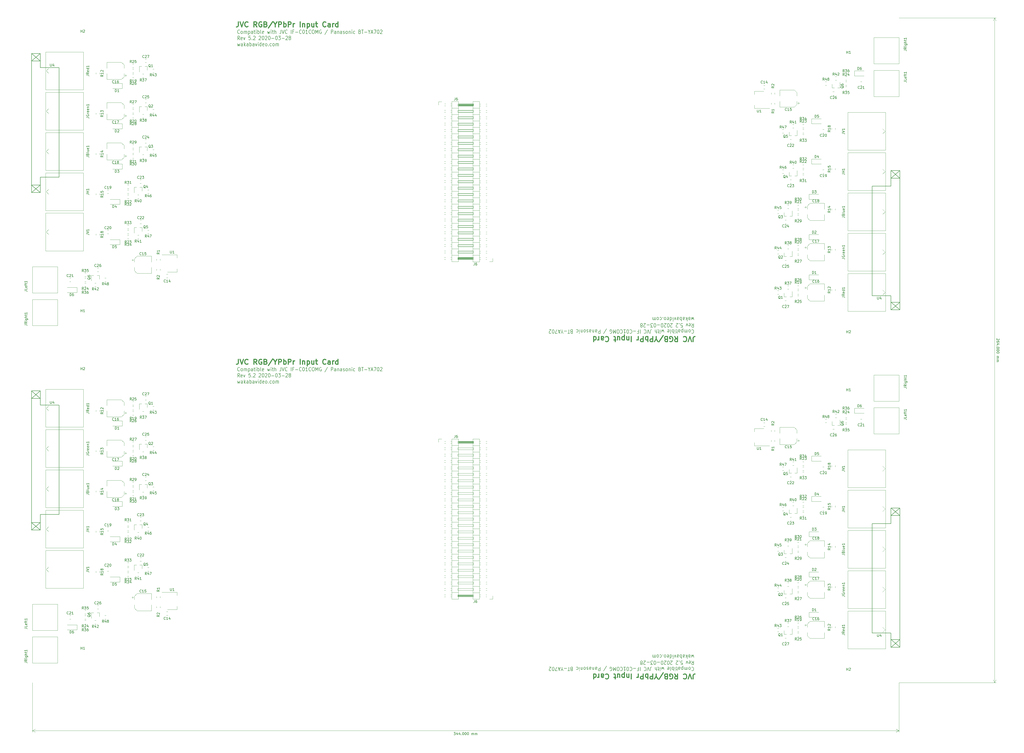
<source format=gbr>
G04 #@! TF.GenerationSoftware,KiCad,Pcbnew,(5.1.5)-2*
G04 #@! TF.CreationDate,2020-07-09T23:44:57+12:00*
G04 #@! TF.ProjectId,output.JVCardx4,6f757470-7574-42e4-9a56-436172647834,rev?*
G04 #@! TF.SameCoordinates,Original*
G04 #@! TF.FileFunction,Legend,Top*
G04 #@! TF.FilePolarity,Positive*
%FSLAX46Y46*%
G04 Gerber Fmt 4.6, Leading zero omitted, Abs format (unit mm)*
G04 Created by KiCad (PCBNEW (5.1.5)-2) date 2020-07-09 23:44:57*
%MOMM*%
%LPD*%
G04 APERTURE LIST*
%ADD10C,0.150000*%
%ADD11C,0.120000*%
%ADD12C,0.400000*%
%ADD13C,0.200000*%
G04 APERTURE END LIST*
D10*
X107333333Y-293722380D02*
X107952380Y-293722380D01*
X107619047Y-294103333D01*
X107761904Y-294103333D01*
X107857142Y-294150952D01*
X107904761Y-294198571D01*
X107952380Y-294293809D01*
X107952380Y-294531904D01*
X107904761Y-294627142D01*
X107857142Y-294674761D01*
X107761904Y-294722380D01*
X107476190Y-294722380D01*
X107380952Y-294674761D01*
X107333333Y-294627142D01*
X108809523Y-294055714D02*
X108809523Y-294722380D01*
X108571428Y-293674761D02*
X108333333Y-294389047D01*
X108952380Y-294389047D01*
X109761904Y-294055714D02*
X109761904Y-294722380D01*
X109523809Y-293674761D02*
X109285714Y-294389047D01*
X109904761Y-294389047D01*
X110285714Y-294627142D02*
X110333333Y-294674761D01*
X110285714Y-294722380D01*
X110238095Y-294674761D01*
X110285714Y-294627142D01*
X110285714Y-294722380D01*
X110952380Y-293722380D02*
X111047619Y-293722380D01*
X111142857Y-293770000D01*
X111190476Y-293817619D01*
X111238095Y-293912857D01*
X111285714Y-294103333D01*
X111285714Y-294341428D01*
X111238095Y-294531904D01*
X111190476Y-294627142D01*
X111142857Y-294674761D01*
X111047619Y-294722380D01*
X110952380Y-294722380D01*
X110857142Y-294674761D01*
X110809523Y-294627142D01*
X110761904Y-294531904D01*
X110714285Y-294341428D01*
X110714285Y-294103333D01*
X110761904Y-293912857D01*
X110809523Y-293817619D01*
X110857142Y-293770000D01*
X110952380Y-293722380D01*
X111904761Y-293722380D02*
X112000000Y-293722380D01*
X112095238Y-293770000D01*
X112142857Y-293817619D01*
X112190476Y-293912857D01*
X112238095Y-294103333D01*
X112238095Y-294341428D01*
X112190476Y-294531904D01*
X112142857Y-294627142D01*
X112095238Y-294674761D01*
X112000000Y-294722380D01*
X111904761Y-294722380D01*
X111809523Y-294674761D01*
X111761904Y-294627142D01*
X111714285Y-294531904D01*
X111666666Y-294341428D01*
X111666666Y-294103333D01*
X111714285Y-293912857D01*
X111761904Y-293817619D01*
X111809523Y-293770000D01*
X111904761Y-293722380D01*
X112857142Y-293722380D02*
X112952380Y-293722380D01*
X113047619Y-293770000D01*
X113095238Y-293817619D01*
X113142857Y-293912857D01*
X113190476Y-294103333D01*
X113190476Y-294341428D01*
X113142857Y-294531904D01*
X113095238Y-294627142D01*
X113047619Y-294674761D01*
X112952380Y-294722380D01*
X112857142Y-294722380D01*
X112761904Y-294674761D01*
X112714285Y-294627142D01*
X112666666Y-294531904D01*
X112619047Y-294341428D01*
X112619047Y-294103333D01*
X112666666Y-293912857D01*
X112714285Y-293817619D01*
X112761904Y-293770000D01*
X112857142Y-293722380D01*
X114380952Y-294722380D02*
X114380952Y-294055714D01*
X114380952Y-294150952D02*
X114428571Y-294103333D01*
X114523809Y-294055714D01*
X114666666Y-294055714D01*
X114761904Y-294103333D01*
X114809523Y-294198571D01*
X114809523Y-294722380D01*
X114809523Y-294198571D02*
X114857142Y-294103333D01*
X114952380Y-294055714D01*
X115095238Y-294055714D01*
X115190476Y-294103333D01*
X115238095Y-294198571D01*
X115238095Y-294722380D01*
X115714285Y-294722380D02*
X115714285Y-294055714D01*
X115714285Y-294150952D02*
X115761904Y-294103333D01*
X115857142Y-294055714D01*
X116000000Y-294055714D01*
X116095238Y-294103333D01*
X116142857Y-294198571D01*
X116142857Y-294722380D01*
X116142857Y-294198571D02*
X116190476Y-294103333D01*
X116285714Y-294055714D01*
X116428571Y-294055714D01*
X116523809Y-294103333D01*
X116571428Y-294198571D01*
X116571428Y-294722380D01*
D11*
X-60000000Y-293000000D02*
X284000000Y-293000000D01*
X-60000000Y-274000000D02*
X-60000000Y-293586421D01*
X284000000Y-274000000D02*
X284000000Y-293586421D01*
X284000000Y-293000000D02*
X282873496Y-293586421D01*
X284000000Y-293000000D02*
X282873496Y-292413579D01*
X-60000000Y-293000000D02*
X-58873496Y-293586421D01*
X-60000000Y-293000000D02*
X-58873496Y-292413579D01*
D10*
X323722380Y-137380952D02*
X323770000Y-137428571D01*
X323817619Y-137523809D01*
X323817619Y-137761904D01*
X323770000Y-137857142D01*
X323722380Y-137904761D01*
X323627142Y-137952380D01*
X323531904Y-137952380D01*
X323389047Y-137904761D01*
X322817619Y-137333333D01*
X322817619Y-137952380D01*
X323817619Y-138809523D02*
X323817619Y-138619047D01*
X323770000Y-138523809D01*
X323722380Y-138476190D01*
X323579523Y-138380952D01*
X323389047Y-138333333D01*
X323008095Y-138333333D01*
X322912857Y-138380952D01*
X322865238Y-138428571D01*
X322817619Y-138523809D01*
X322817619Y-138714285D01*
X322865238Y-138809523D01*
X322912857Y-138857142D01*
X323008095Y-138904761D01*
X323246190Y-138904761D01*
X323341428Y-138857142D01*
X323389047Y-138809523D01*
X323436666Y-138714285D01*
X323436666Y-138523809D01*
X323389047Y-138428571D01*
X323341428Y-138380952D01*
X323246190Y-138333333D01*
X323484285Y-139761904D02*
X322817619Y-139761904D01*
X323865238Y-139523809D02*
X323150952Y-139285714D01*
X323150952Y-139904761D01*
X322912857Y-140285714D02*
X322865238Y-140333333D01*
X322817619Y-140285714D01*
X322865238Y-140238095D01*
X322912857Y-140285714D01*
X322817619Y-140285714D01*
X323817619Y-140952380D02*
X323817619Y-141047619D01*
X323770000Y-141142857D01*
X323722380Y-141190476D01*
X323627142Y-141238095D01*
X323436666Y-141285714D01*
X323198571Y-141285714D01*
X323008095Y-141238095D01*
X322912857Y-141190476D01*
X322865238Y-141142857D01*
X322817619Y-141047619D01*
X322817619Y-140952380D01*
X322865238Y-140857142D01*
X322912857Y-140809523D01*
X323008095Y-140761904D01*
X323198571Y-140714285D01*
X323436666Y-140714285D01*
X323627142Y-140761904D01*
X323722380Y-140809523D01*
X323770000Y-140857142D01*
X323817619Y-140952380D01*
X323817619Y-141904761D02*
X323817619Y-142000000D01*
X323770000Y-142095238D01*
X323722380Y-142142857D01*
X323627142Y-142190476D01*
X323436666Y-142238095D01*
X323198571Y-142238095D01*
X323008095Y-142190476D01*
X322912857Y-142142857D01*
X322865238Y-142095238D01*
X322817619Y-142000000D01*
X322817619Y-141904761D01*
X322865238Y-141809523D01*
X322912857Y-141761904D01*
X323008095Y-141714285D01*
X323198571Y-141666666D01*
X323436666Y-141666666D01*
X323627142Y-141714285D01*
X323722380Y-141761904D01*
X323770000Y-141809523D01*
X323817619Y-141904761D01*
X323817619Y-142857142D02*
X323817619Y-142952380D01*
X323770000Y-143047619D01*
X323722380Y-143095238D01*
X323627142Y-143142857D01*
X323436666Y-143190476D01*
X323198571Y-143190476D01*
X323008095Y-143142857D01*
X322912857Y-143095238D01*
X322865238Y-143047619D01*
X322817619Y-142952380D01*
X322817619Y-142857142D01*
X322865238Y-142761904D01*
X322912857Y-142714285D01*
X323008095Y-142666666D01*
X323198571Y-142619047D01*
X323436666Y-142619047D01*
X323627142Y-142666666D01*
X323722380Y-142714285D01*
X323770000Y-142761904D01*
X323817619Y-142857142D01*
X322817619Y-144380952D02*
X323484285Y-144380952D01*
X323389047Y-144380952D02*
X323436666Y-144428571D01*
X323484285Y-144523809D01*
X323484285Y-144666666D01*
X323436666Y-144761904D01*
X323341428Y-144809523D01*
X322817619Y-144809523D01*
X323341428Y-144809523D02*
X323436666Y-144857142D01*
X323484285Y-144952380D01*
X323484285Y-145095238D01*
X323436666Y-145190476D01*
X323341428Y-145238095D01*
X322817619Y-145238095D01*
X322817619Y-145714285D02*
X323484285Y-145714285D01*
X323389047Y-145714285D02*
X323436666Y-145761904D01*
X323484285Y-145857142D01*
X323484285Y-146000000D01*
X323436666Y-146095238D01*
X323341428Y-146142857D01*
X322817619Y-146142857D01*
X323341428Y-146142857D02*
X323436666Y-146190476D01*
X323484285Y-146285714D01*
X323484285Y-146428571D01*
X323436666Y-146523809D01*
X323341428Y-146571428D01*
X322817619Y-146571428D01*
D11*
X322000000Y-10000000D02*
X322000000Y-274000000D01*
X284000000Y-10000000D02*
X322586421Y-10000000D01*
X284000000Y-274000000D02*
X322586421Y-274000000D01*
X322000000Y-274000000D02*
X321413579Y-272873496D01*
X322000000Y-274000000D02*
X322586421Y-272873496D01*
X322000000Y-10000000D02*
X321413579Y-11126504D01*
X322000000Y-10000000D02*
X322586421Y-11126504D01*
D12*
X202276190Y-272495238D02*
X202276190Y-271066666D01*
X202371428Y-270780952D01*
X202561904Y-270590476D01*
X202847619Y-270495238D01*
X203038095Y-270495238D01*
X201609523Y-272495238D02*
X200942857Y-270495238D01*
X200276190Y-272495238D01*
X198466666Y-270685714D02*
X198561904Y-270590476D01*
X198847619Y-270495238D01*
X199038095Y-270495238D01*
X199323809Y-270590476D01*
X199514285Y-270780952D01*
X199609523Y-270971428D01*
X199704761Y-271352380D01*
X199704761Y-271638095D01*
X199609523Y-272019047D01*
X199514285Y-272209523D01*
X199323809Y-272400000D01*
X199038095Y-272495238D01*
X198847619Y-272495238D01*
X198561904Y-272400000D01*
X198466666Y-272304761D01*
X194942857Y-270495238D02*
X195609523Y-271447619D01*
X196085714Y-270495238D02*
X196085714Y-272495238D01*
X195323809Y-272495238D01*
X195133333Y-272400000D01*
X195038095Y-272304761D01*
X194942857Y-272114285D01*
X194942857Y-271828571D01*
X195038095Y-271638095D01*
X195133333Y-271542857D01*
X195323809Y-271447619D01*
X196085714Y-271447619D01*
X193038095Y-272400000D02*
X193228571Y-272495238D01*
X193514285Y-272495238D01*
X193800000Y-272400000D01*
X193990476Y-272209523D01*
X194085714Y-272019047D01*
X194180952Y-271638095D01*
X194180952Y-271352380D01*
X194085714Y-270971428D01*
X193990476Y-270780952D01*
X193800000Y-270590476D01*
X193514285Y-270495238D01*
X193323809Y-270495238D01*
X193038095Y-270590476D01*
X192942857Y-270685714D01*
X192942857Y-271352380D01*
X193323809Y-271352380D01*
X191419047Y-271542857D02*
X191133333Y-271447619D01*
X191038095Y-271352380D01*
X190942857Y-271161904D01*
X190942857Y-270876190D01*
X191038095Y-270685714D01*
X191133333Y-270590476D01*
X191323809Y-270495238D01*
X192085714Y-270495238D01*
X192085714Y-272495238D01*
X191419047Y-272495238D01*
X191228571Y-272400000D01*
X191133333Y-272304761D01*
X191038095Y-272114285D01*
X191038095Y-271923809D01*
X191133333Y-271733333D01*
X191228571Y-271638095D01*
X191419047Y-271542857D01*
X192085714Y-271542857D01*
X188657142Y-272590476D02*
X190371428Y-270019047D01*
X187609523Y-271447619D02*
X187609523Y-270495238D01*
X188276190Y-272495238D02*
X187609523Y-271447619D01*
X186942857Y-272495238D01*
X186276190Y-270495238D02*
X186276190Y-272495238D01*
X185514285Y-272495238D01*
X185323809Y-272400000D01*
X185228571Y-272304761D01*
X185133333Y-272114285D01*
X185133333Y-271828571D01*
X185228571Y-271638095D01*
X185323809Y-271542857D01*
X185514285Y-271447619D01*
X186276190Y-271447619D01*
X184276190Y-270495238D02*
X184276190Y-272495238D01*
X184276190Y-271733333D02*
X184085714Y-271828571D01*
X183704761Y-271828571D01*
X183514285Y-271733333D01*
X183419047Y-271638095D01*
X183323809Y-271447619D01*
X183323809Y-270876190D01*
X183419047Y-270685714D01*
X183514285Y-270590476D01*
X183704761Y-270495238D01*
X184085714Y-270495238D01*
X184276190Y-270590476D01*
X182466666Y-270495238D02*
X182466666Y-272495238D01*
X181704761Y-272495238D01*
X181514285Y-272400000D01*
X181419047Y-272304761D01*
X181323809Y-272114285D01*
X181323809Y-271828571D01*
X181419047Y-271638095D01*
X181514285Y-271542857D01*
X181704761Y-271447619D01*
X182466666Y-271447619D01*
X180466666Y-270495238D02*
X180466666Y-271828571D01*
X180466666Y-271447619D02*
X180371428Y-271638095D01*
X180276190Y-271733333D01*
X180085714Y-271828571D01*
X179895238Y-271828571D01*
X177704761Y-270495238D02*
X177704761Y-272495238D01*
X176752380Y-271828571D02*
X176752380Y-270495238D01*
X176752380Y-271638095D02*
X176657142Y-271733333D01*
X176466666Y-271828571D01*
X176180952Y-271828571D01*
X175990476Y-271733333D01*
X175895238Y-271542857D01*
X175895238Y-270495238D01*
X174942857Y-271828571D02*
X174942857Y-269828571D01*
X174942857Y-271733333D02*
X174752380Y-271828571D01*
X174371428Y-271828571D01*
X174180952Y-271733333D01*
X174085714Y-271638095D01*
X173990476Y-271447619D01*
X173990476Y-270876190D01*
X174085714Y-270685714D01*
X174180952Y-270590476D01*
X174371428Y-270495238D01*
X174752380Y-270495238D01*
X174942857Y-270590476D01*
X172276190Y-271828571D02*
X172276190Y-270495238D01*
X173133333Y-271828571D02*
X173133333Y-270780952D01*
X173038095Y-270590476D01*
X172847619Y-270495238D01*
X172561904Y-270495238D01*
X172371428Y-270590476D01*
X172276190Y-270685714D01*
X171609523Y-271828571D02*
X170847619Y-271828571D01*
X171323809Y-272495238D02*
X171323809Y-270780952D01*
X171228571Y-270590476D01*
X171038095Y-270495238D01*
X170847619Y-270495238D01*
X167514285Y-270685714D02*
X167609523Y-270590476D01*
X167895238Y-270495238D01*
X168085714Y-270495238D01*
X168371428Y-270590476D01*
X168561904Y-270780952D01*
X168657142Y-270971428D01*
X168752380Y-271352380D01*
X168752380Y-271638095D01*
X168657142Y-272019047D01*
X168561904Y-272209523D01*
X168371428Y-272400000D01*
X168085714Y-272495238D01*
X167895238Y-272495238D01*
X167609523Y-272400000D01*
X167514285Y-272304761D01*
X165800000Y-270495238D02*
X165800000Y-271542857D01*
X165895238Y-271733333D01*
X166085714Y-271828571D01*
X166466666Y-271828571D01*
X166657142Y-271733333D01*
X165800000Y-270590476D02*
X165990476Y-270495238D01*
X166466666Y-270495238D01*
X166657142Y-270590476D01*
X166752380Y-270780952D01*
X166752380Y-270971428D01*
X166657142Y-271161904D01*
X166466666Y-271257142D01*
X165990476Y-271257142D01*
X165800000Y-271352380D01*
X164847619Y-270495238D02*
X164847619Y-271828571D01*
X164847619Y-271447619D02*
X164752380Y-271638095D01*
X164657142Y-271733333D01*
X164466666Y-271828571D01*
X164276190Y-271828571D01*
X162752380Y-270495238D02*
X162752380Y-272495238D01*
X162752380Y-270590476D02*
X162942857Y-270495238D01*
X163323809Y-270495238D01*
X163514285Y-270590476D01*
X163609523Y-270685714D01*
X163704761Y-270876190D01*
X163704761Y-271447619D01*
X163609523Y-271638095D01*
X163514285Y-271733333D01*
X163323809Y-271828571D01*
X162942857Y-271828571D01*
X162752380Y-271733333D01*
D13*
X201717619Y-267914285D02*
X201779523Y-267842857D01*
X201965238Y-267771428D01*
X202089047Y-267771428D01*
X202274761Y-267842857D01*
X202398571Y-267985714D01*
X202460476Y-268128571D01*
X202522380Y-268414285D01*
X202522380Y-268628571D01*
X202460476Y-268914285D01*
X202398571Y-269057142D01*
X202274761Y-269200000D01*
X202089047Y-269271428D01*
X201965238Y-269271428D01*
X201779523Y-269200000D01*
X201717619Y-269128571D01*
X200974761Y-267771428D02*
X201098571Y-267842857D01*
X201160476Y-267914285D01*
X201222380Y-268057142D01*
X201222380Y-268485714D01*
X201160476Y-268628571D01*
X201098571Y-268700000D01*
X200974761Y-268771428D01*
X200789047Y-268771428D01*
X200665238Y-268700000D01*
X200603333Y-268628571D01*
X200541428Y-268485714D01*
X200541428Y-268057142D01*
X200603333Y-267914285D01*
X200665238Y-267842857D01*
X200789047Y-267771428D01*
X200974761Y-267771428D01*
X199984285Y-267771428D02*
X199984285Y-268771428D01*
X199984285Y-268628571D02*
X199922380Y-268700000D01*
X199798571Y-268771428D01*
X199612857Y-268771428D01*
X199489047Y-268700000D01*
X199427142Y-268557142D01*
X199427142Y-267771428D01*
X199427142Y-268557142D02*
X199365238Y-268700000D01*
X199241428Y-268771428D01*
X199055714Y-268771428D01*
X198931904Y-268700000D01*
X198870000Y-268557142D01*
X198870000Y-267771428D01*
X198250952Y-268771428D02*
X198250952Y-267271428D01*
X198250952Y-268700000D02*
X198127142Y-268771428D01*
X197879523Y-268771428D01*
X197755714Y-268700000D01*
X197693809Y-268628571D01*
X197631904Y-268485714D01*
X197631904Y-268057142D01*
X197693809Y-267914285D01*
X197755714Y-267842857D01*
X197879523Y-267771428D01*
X198127142Y-267771428D01*
X198250952Y-267842857D01*
X196517619Y-267771428D02*
X196517619Y-268557142D01*
X196579523Y-268700000D01*
X196703333Y-268771428D01*
X196950952Y-268771428D01*
X197074761Y-268700000D01*
X196517619Y-267842857D02*
X196641428Y-267771428D01*
X196950952Y-267771428D01*
X197074761Y-267842857D01*
X197136666Y-267985714D01*
X197136666Y-268128571D01*
X197074761Y-268271428D01*
X196950952Y-268342857D01*
X196641428Y-268342857D01*
X196517619Y-268414285D01*
X196084285Y-268771428D02*
X195589047Y-268771428D01*
X195898571Y-269271428D02*
X195898571Y-267985714D01*
X195836666Y-267842857D01*
X195712857Y-267771428D01*
X195589047Y-267771428D01*
X195155714Y-267771428D02*
X195155714Y-268771428D01*
X195155714Y-269271428D02*
X195217619Y-269200000D01*
X195155714Y-269128571D01*
X195093809Y-269200000D01*
X195155714Y-269271428D01*
X195155714Y-269128571D01*
X194536666Y-267771428D02*
X194536666Y-269271428D01*
X194536666Y-268700000D02*
X194412857Y-268771428D01*
X194165238Y-268771428D01*
X194041428Y-268700000D01*
X193979523Y-268628571D01*
X193917619Y-268485714D01*
X193917619Y-268057142D01*
X193979523Y-267914285D01*
X194041428Y-267842857D01*
X194165238Y-267771428D01*
X194412857Y-267771428D01*
X194536666Y-267842857D01*
X193174761Y-267771428D02*
X193298571Y-267842857D01*
X193360476Y-267985714D01*
X193360476Y-269271428D01*
X192184285Y-267842857D02*
X192308095Y-267771428D01*
X192555714Y-267771428D01*
X192679523Y-267842857D01*
X192741428Y-267985714D01*
X192741428Y-268557142D01*
X192679523Y-268700000D01*
X192555714Y-268771428D01*
X192308095Y-268771428D01*
X192184285Y-268700000D01*
X192122380Y-268557142D01*
X192122380Y-268414285D01*
X192741428Y-268271428D01*
X190698571Y-268771428D02*
X190450952Y-267771428D01*
X190203333Y-268485714D01*
X189955714Y-267771428D01*
X189708095Y-268771428D01*
X189212857Y-267771428D02*
X189212857Y-268771428D01*
X189212857Y-269271428D02*
X189274761Y-269200000D01*
X189212857Y-269128571D01*
X189150952Y-269200000D01*
X189212857Y-269271428D01*
X189212857Y-269128571D01*
X188779523Y-268771428D02*
X188284285Y-268771428D01*
X188593809Y-269271428D02*
X188593809Y-267985714D01*
X188531904Y-267842857D01*
X188408095Y-267771428D01*
X188284285Y-267771428D01*
X187850952Y-267771428D02*
X187850952Y-269271428D01*
X187293809Y-267771428D02*
X187293809Y-268557142D01*
X187355714Y-268700000D01*
X187479523Y-268771428D01*
X187665238Y-268771428D01*
X187789047Y-268700000D01*
X187850952Y-268628571D01*
X185312857Y-269271428D02*
X185312857Y-268200000D01*
X185374761Y-267985714D01*
X185498571Y-267842857D01*
X185684285Y-267771428D01*
X185808095Y-267771428D01*
X184879523Y-269271428D02*
X184446190Y-267771428D01*
X184012857Y-269271428D01*
X182836666Y-267914285D02*
X182898571Y-267842857D01*
X183084285Y-267771428D01*
X183208095Y-267771428D01*
X183393809Y-267842857D01*
X183517619Y-267985714D01*
X183579523Y-268128571D01*
X183641428Y-268414285D01*
X183641428Y-268628571D01*
X183579523Y-268914285D01*
X183517619Y-269057142D01*
X183393809Y-269200000D01*
X183208095Y-269271428D01*
X183084285Y-269271428D01*
X182898571Y-269200000D01*
X182836666Y-269128571D01*
X181289047Y-267771428D02*
X181289047Y-269271428D01*
X180236666Y-268557142D02*
X180670000Y-268557142D01*
X180670000Y-267771428D02*
X180670000Y-269271428D01*
X180050952Y-269271428D01*
X179555714Y-268342857D02*
X178565238Y-268342857D01*
X177203333Y-267914285D02*
X177265238Y-267842857D01*
X177450952Y-267771428D01*
X177574761Y-267771428D01*
X177760476Y-267842857D01*
X177884285Y-267985714D01*
X177946190Y-268128571D01*
X178008095Y-268414285D01*
X178008095Y-268628571D01*
X177946190Y-268914285D01*
X177884285Y-269057142D01*
X177760476Y-269200000D01*
X177574761Y-269271428D01*
X177450952Y-269271428D01*
X177265238Y-269200000D01*
X177203333Y-269128571D01*
X176398571Y-269271428D02*
X176274761Y-269271428D01*
X176150952Y-269200000D01*
X176089047Y-269128571D01*
X176027142Y-268985714D01*
X175965238Y-268700000D01*
X175965238Y-268342857D01*
X176027142Y-268057142D01*
X176089047Y-267914285D01*
X176150952Y-267842857D01*
X176274761Y-267771428D01*
X176398571Y-267771428D01*
X176522380Y-267842857D01*
X176584285Y-267914285D01*
X176646190Y-268057142D01*
X176708095Y-268342857D01*
X176708095Y-268700000D01*
X176646190Y-268985714D01*
X176584285Y-269128571D01*
X176522380Y-269200000D01*
X176398571Y-269271428D01*
X174727142Y-267771428D02*
X175470000Y-267771428D01*
X175098571Y-267771428D02*
X175098571Y-269271428D01*
X175222380Y-269057142D01*
X175346190Y-268914285D01*
X175470000Y-268842857D01*
X173427142Y-267914285D02*
X173489047Y-267842857D01*
X173674761Y-267771428D01*
X173798571Y-267771428D01*
X173984285Y-267842857D01*
X174108095Y-267985714D01*
X174170000Y-268128571D01*
X174231904Y-268414285D01*
X174231904Y-268628571D01*
X174170000Y-268914285D01*
X174108095Y-269057142D01*
X173984285Y-269200000D01*
X173798571Y-269271428D01*
X173674761Y-269271428D01*
X173489047Y-269200000D01*
X173427142Y-269128571D01*
X172622380Y-269271428D02*
X172374761Y-269271428D01*
X172250952Y-269200000D01*
X172127142Y-269057142D01*
X172065238Y-268771428D01*
X172065238Y-268271428D01*
X172127142Y-267985714D01*
X172250952Y-267842857D01*
X172374761Y-267771428D01*
X172622380Y-267771428D01*
X172746190Y-267842857D01*
X172870000Y-267985714D01*
X172931904Y-268271428D01*
X172931904Y-268771428D01*
X172870000Y-269057142D01*
X172746190Y-269200000D01*
X172622380Y-269271428D01*
X171508095Y-267771428D02*
X171508095Y-269271428D01*
X171074761Y-268200000D01*
X170641428Y-269271428D01*
X170641428Y-267771428D01*
X169341428Y-269200000D02*
X169465238Y-269271428D01*
X169650952Y-269271428D01*
X169836666Y-269200000D01*
X169960476Y-269057142D01*
X170022380Y-268914285D01*
X170084285Y-268628571D01*
X170084285Y-268414285D01*
X170022380Y-268128571D01*
X169960476Y-267985714D01*
X169836666Y-267842857D01*
X169650952Y-267771428D01*
X169527142Y-267771428D01*
X169341428Y-267842857D01*
X169279523Y-267914285D01*
X169279523Y-268414285D01*
X169527142Y-268414285D01*
X166803333Y-269342857D02*
X167917619Y-267414285D01*
X165379523Y-267771428D02*
X165379523Y-269271428D01*
X164884285Y-269271428D01*
X164760476Y-269200000D01*
X164698571Y-269128571D01*
X164636666Y-268985714D01*
X164636666Y-268771428D01*
X164698571Y-268628571D01*
X164760476Y-268557142D01*
X164884285Y-268485714D01*
X165379523Y-268485714D01*
X163522380Y-267771428D02*
X163522380Y-268557142D01*
X163584285Y-268700000D01*
X163708095Y-268771428D01*
X163955714Y-268771428D01*
X164079523Y-268700000D01*
X163522380Y-267842857D02*
X163646190Y-267771428D01*
X163955714Y-267771428D01*
X164079523Y-267842857D01*
X164141428Y-267985714D01*
X164141428Y-268128571D01*
X164079523Y-268271428D01*
X163955714Y-268342857D01*
X163646190Y-268342857D01*
X163522380Y-268414285D01*
X162903333Y-268771428D02*
X162903333Y-267771428D01*
X162903333Y-268628571D02*
X162841428Y-268700000D01*
X162717619Y-268771428D01*
X162531904Y-268771428D01*
X162408095Y-268700000D01*
X162346190Y-268557142D01*
X162346190Y-267771428D01*
X161170000Y-267771428D02*
X161170000Y-268557142D01*
X161231904Y-268700000D01*
X161355714Y-268771428D01*
X161603333Y-268771428D01*
X161727142Y-268700000D01*
X161170000Y-267842857D02*
X161293809Y-267771428D01*
X161603333Y-267771428D01*
X161727142Y-267842857D01*
X161789047Y-267985714D01*
X161789047Y-268128571D01*
X161727142Y-268271428D01*
X161603333Y-268342857D01*
X161293809Y-268342857D01*
X161170000Y-268414285D01*
X160612857Y-267842857D02*
X160489047Y-267771428D01*
X160241428Y-267771428D01*
X160117619Y-267842857D01*
X160055714Y-267985714D01*
X160055714Y-268057142D01*
X160117619Y-268200000D01*
X160241428Y-268271428D01*
X160427142Y-268271428D01*
X160550952Y-268342857D01*
X160612857Y-268485714D01*
X160612857Y-268557142D01*
X160550952Y-268700000D01*
X160427142Y-268771428D01*
X160241428Y-268771428D01*
X160117619Y-268700000D01*
X159312857Y-267771428D02*
X159436666Y-267842857D01*
X159498571Y-267914285D01*
X159560476Y-268057142D01*
X159560476Y-268485714D01*
X159498571Y-268628571D01*
X159436666Y-268700000D01*
X159312857Y-268771428D01*
X159127142Y-268771428D01*
X159003333Y-268700000D01*
X158941428Y-268628571D01*
X158879523Y-268485714D01*
X158879523Y-268057142D01*
X158941428Y-267914285D01*
X159003333Y-267842857D01*
X159127142Y-267771428D01*
X159312857Y-267771428D01*
X158322380Y-268771428D02*
X158322380Y-267771428D01*
X158322380Y-268628571D02*
X158260476Y-268700000D01*
X158136666Y-268771428D01*
X157950952Y-268771428D01*
X157827142Y-268700000D01*
X157765238Y-268557142D01*
X157765238Y-267771428D01*
X157146190Y-267771428D02*
X157146190Y-268771428D01*
X157146190Y-269271428D02*
X157208095Y-269200000D01*
X157146190Y-269128571D01*
X157084285Y-269200000D01*
X157146190Y-269271428D01*
X157146190Y-269128571D01*
X155970000Y-267842857D02*
X156093809Y-267771428D01*
X156341428Y-267771428D01*
X156465238Y-267842857D01*
X156527142Y-267914285D01*
X156589047Y-268057142D01*
X156589047Y-268485714D01*
X156527142Y-268628571D01*
X156465238Y-268700000D01*
X156341428Y-268771428D01*
X156093809Y-268771428D01*
X155970000Y-268700000D01*
X153989047Y-268557142D02*
X153803333Y-268485714D01*
X153741428Y-268414285D01*
X153679523Y-268271428D01*
X153679523Y-268057142D01*
X153741428Y-267914285D01*
X153803333Y-267842857D01*
X153927142Y-267771428D01*
X154422380Y-267771428D01*
X154422380Y-269271428D01*
X153989047Y-269271428D01*
X153865238Y-269200000D01*
X153803333Y-269128571D01*
X153741428Y-268985714D01*
X153741428Y-268842857D01*
X153803333Y-268700000D01*
X153865238Y-268628571D01*
X153989047Y-268557142D01*
X154422380Y-268557142D01*
X153308095Y-269271428D02*
X152565238Y-269271428D01*
X152936666Y-267771428D02*
X152936666Y-269271428D01*
X152131904Y-268342857D02*
X151141428Y-268342857D01*
X150274761Y-268485714D02*
X150274761Y-267771428D01*
X150708095Y-269271428D02*
X150274761Y-268485714D01*
X149841428Y-269271428D01*
X149469999Y-268200000D02*
X148850952Y-268200000D01*
X149593809Y-267771428D02*
X149160476Y-269271428D01*
X148727142Y-267771428D01*
X148417619Y-269271428D02*
X147550952Y-269271428D01*
X148108095Y-267771428D01*
X146808095Y-269271428D02*
X146684285Y-269271428D01*
X146560476Y-269200000D01*
X146498571Y-269128571D01*
X146436666Y-268985714D01*
X146374761Y-268700000D01*
X146374761Y-268342857D01*
X146436666Y-268057142D01*
X146498571Y-267914285D01*
X146560476Y-267842857D01*
X146684285Y-267771428D01*
X146808095Y-267771428D01*
X146931904Y-267842857D01*
X146993809Y-267914285D01*
X147055714Y-268057142D01*
X147117619Y-268342857D01*
X147117619Y-268700000D01*
X147055714Y-268985714D01*
X146993809Y-269128571D01*
X146931904Y-269200000D01*
X146808095Y-269271428D01*
X145879523Y-269128571D02*
X145817619Y-269200000D01*
X145693809Y-269271428D01*
X145384285Y-269271428D01*
X145260476Y-269200000D01*
X145198571Y-269128571D01*
X145136666Y-268985714D01*
X145136666Y-268842857D01*
X145198571Y-268628571D01*
X145941428Y-267771428D01*
X145136666Y-267771428D01*
X201717619Y-265321428D02*
X202150952Y-266035714D01*
X202460476Y-265321428D02*
X202460476Y-266821428D01*
X201965238Y-266821428D01*
X201841428Y-266750000D01*
X201779523Y-266678571D01*
X201717619Y-266535714D01*
X201717619Y-266321428D01*
X201779523Y-266178571D01*
X201841428Y-266107142D01*
X201965238Y-266035714D01*
X202460476Y-266035714D01*
X200665238Y-265392857D02*
X200789047Y-265321428D01*
X201036666Y-265321428D01*
X201160476Y-265392857D01*
X201222380Y-265535714D01*
X201222380Y-266107142D01*
X201160476Y-266250000D01*
X201036666Y-266321428D01*
X200789047Y-266321428D01*
X200665238Y-266250000D01*
X200603333Y-266107142D01*
X200603333Y-265964285D01*
X201222380Y-265821428D01*
X200170000Y-266321428D02*
X199860476Y-265321428D01*
X199550952Y-266321428D01*
X197446190Y-266821428D02*
X198065238Y-266821428D01*
X198127142Y-266107142D01*
X198065238Y-266178571D01*
X197941428Y-266250000D01*
X197631904Y-266250000D01*
X197508095Y-266178571D01*
X197446190Y-266107142D01*
X197384285Y-265964285D01*
X197384285Y-265607142D01*
X197446190Y-265464285D01*
X197508095Y-265392857D01*
X197631904Y-265321428D01*
X197941428Y-265321428D01*
X198065238Y-265392857D01*
X198127142Y-265464285D01*
X196827142Y-265464285D02*
X196765238Y-265392857D01*
X196827142Y-265321428D01*
X196889047Y-265392857D01*
X196827142Y-265464285D01*
X196827142Y-265321428D01*
X196270000Y-266678571D02*
X196208095Y-266750000D01*
X196084285Y-266821428D01*
X195774761Y-266821428D01*
X195650952Y-266750000D01*
X195589047Y-266678571D01*
X195527142Y-266535714D01*
X195527142Y-266392857D01*
X195589047Y-266178571D01*
X196331904Y-265321428D01*
X195527142Y-265321428D01*
X194041428Y-266678571D02*
X193979523Y-266750000D01*
X193855714Y-266821428D01*
X193546190Y-266821428D01*
X193422380Y-266750000D01*
X193360476Y-266678571D01*
X193298571Y-266535714D01*
X193298571Y-266392857D01*
X193360476Y-266178571D01*
X194103333Y-265321428D01*
X193298571Y-265321428D01*
X192493809Y-266821428D02*
X192370000Y-266821428D01*
X192246190Y-266750000D01*
X192184285Y-266678571D01*
X192122380Y-266535714D01*
X192060476Y-266250000D01*
X192060476Y-265892857D01*
X192122380Y-265607142D01*
X192184285Y-265464285D01*
X192246190Y-265392857D01*
X192370000Y-265321428D01*
X192493809Y-265321428D01*
X192617619Y-265392857D01*
X192679523Y-265464285D01*
X192741428Y-265607142D01*
X192803333Y-265892857D01*
X192803333Y-266250000D01*
X192741428Y-266535714D01*
X192679523Y-266678571D01*
X192617619Y-266750000D01*
X192493809Y-266821428D01*
X191565238Y-266678571D02*
X191503333Y-266750000D01*
X191379523Y-266821428D01*
X191070000Y-266821428D01*
X190946190Y-266750000D01*
X190884285Y-266678571D01*
X190822380Y-266535714D01*
X190822380Y-266392857D01*
X190884285Y-266178571D01*
X191627142Y-265321428D01*
X190822380Y-265321428D01*
X190017619Y-266821428D02*
X189893809Y-266821428D01*
X189770000Y-266750000D01*
X189708095Y-266678571D01*
X189646190Y-266535714D01*
X189584285Y-266250000D01*
X189584285Y-265892857D01*
X189646190Y-265607142D01*
X189708095Y-265464285D01*
X189770000Y-265392857D01*
X189893809Y-265321428D01*
X190017619Y-265321428D01*
X190141428Y-265392857D01*
X190203333Y-265464285D01*
X190265238Y-265607142D01*
X190327142Y-265892857D01*
X190327142Y-266250000D01*
X190265238Y-266535714D01*
X190203333Y-266678571D01*
X190141428Y-266750000D01*
X190017619Y-266821428D01*
X189027142Y-265892857D02*
X188036666Y-265892857D01*
X187170000Y-266821428D02*
X187046190Y-266821428D01*
X186922380Y-266750000D01*
X186860476Y-266678571D01*
X186798571Y-266535714D01*
X186736666Y-266250000D01*
X186736666Y-265892857D01*
X186798571Y-265607142D01*
X186860476Y-265464285D01*
X186922380Y-265392857D01*
X187046190Y-265321428D01*
X187170000Y-265321428D01*
X187293809Y-265392857D01*
X187355714Y-265464285D01*
X187417619Y-265607142D01*
X187479523Y-265892857D01*
X187479523Y-266250000D01*
X187417619Y-266535714D01*
X187355714Y-266678571D01*
X187293809Y-266750000D01*
X187170000Y-266821428D01*
X186303333Y-266821428D02*
X185498571Y-266821428D01*
X185931904Y-266250000D01*
X185746190Y-266250000D01*
X185622380Y-266178571D01*
X185560476Y-266107142D01*
X185498571Y-265964285D01*
X185498571Y-265607142D01*
X185560476Y-265464285D01*
X185622380Y-265392857D01*
X185746190Y-265321428D01*
X186117619Y-265321428D01*
X186241428Y-265392857D01*
X186303333Y-265464285D01*
X184941428Y-265892857D02*
X183950952Y-265892857D01*
X183393809Y-266678571D02*
X183331904Y-266750000D01*
X183208095Y-266821428D01*
X182898571Y-266821428D01*
X182774761Y-266750000D01*
X182712857Y-266678571D01*
X182650952Y-266535714D01*
X182650952Y-266392857D01*
X182712857Y-266178571D01*
X183455714Y-265321428D01*
X182650952Y-265321428D01*
X181908095Y-266178571D02*
X182031904Y-266250000D01*
X182093809Y-266321428D01*
X182155714Y-266464285D01*
X182155714Y-266535714D01*
X182093809Y-266678571D01*
X182031904Y-266750000D01*
X181908095Y-266821428D01*
X181660476Y-266821428D01*
X181536666Y-266750000D01*
X181474761Y-266678571D01*
X181412857Y-266535714D01*
X181412857Y-266464285D01*
X181474761Y-266321428D01*
X181536666Y-266250000D01*
X181660476Y-266178571D01*
X181908095Y-266178571D01*
X182031904Y-266107142D01*
X182093809Y-266035714D01*
X182155714Y-265892857D01*
X182155714Y-265607142D01*
X182093809Y-265464285D01*
X182031904Y-265392857D01*
X181908095Y-265321428D01*
X181660476Y-265321428D01*
X181536666Y-265392857D01*
X181474761Y-265464285D01*
X181412857Y-265607142D01*
X181412857Y-265892857D01*
X181474761Y-266035714D01*
X181536666Y-266107142D01*
X181660476Y-266178571D01*
X202584285Y-263871428D02*
X202336666Y-262871428D01*
X202089047Y-263585714D01*
X201841428Y-262871428D01*
X201593809Y-263871428D01*
X200541428Y-262871428D02*
X200541428Y-263657142D01*
X200603333Y-263800000D01*
X200727142Y-263871428D01*
X200974761Y-263871428D01*
X201098571Y-263800000D01*
X200541428Y-262942857D02*
X200665238Y-262871428D01*
X200974761Y-262871428D01*
X201098571Y-262942857D01*
X201160476Y-263085714D01*
X201160476Y-263228571D01*
X201098571Y-263371428D01*
X200974761Y-263442857D01*
X200665238Y-263442857D01*
X200541428Y-263514285D01*
X199922380Y-262871428D02*
X199922380Y-264371428D01*
X199798571Y-263442857D02*
X199427142Y-262871428D01*
X199427142Y-263871428D02*
X199922380Y-263300000D01*
X198312857Y-262871428D02*
X198312857Y-263657142D01*
X198374761Y-263800000D01*
X198498571Y-263871428D01*
X198746190Y-263871428D01*
X198870000Y-263800000D01*
X198312857Y-262942857D02*
X198436666Y-262871428D01*
X198746190Y-262871428D01*
X198870000Y-262942857D01*
X198931904Y-263085714D01*
X198931904Y-263228571D01*
X198870000Y-263371428D01*
X198746190Y-263442857D01*
X198436666Y-263442857D01*
X198312857Y-263514285D01*
X197693809Y-262871428D02*
X197693809Y-264371428D01*
X197693809Y-263800000D02*
X197570000Y-263871428D01*
X197322380Y-263871428D01*
X197198571Y-263800000D01*
X197136666Y-263728571D01*
X197074761Y-263585714D01*
X197074761Y-263157142D01*
X197136666Y-263014285D01*
X197198571Y-262942857D01*
X197322380Y-262871428D01*
X197570000Y-262871428D01*
X197693809Y-262942857D01*
X195960476Y-262871428D02*
X195960476Y-263657142D01*
X196022380Y-263800000D01*
X196146190Y-263871428D01*
X196393809Y-263871428D01*
X196517619Y-263800000D01*
X195960476Y-262942857D02*
X196084285Y-262871428D01*
X196393809Y-262871428D01*
X196517619Y-262942857D01*
X196579523Y-263085714D01*
X196579523Y-263228571D01*
X196517619Y-263371428D01*
X196393809Y-263442857D01*
X196084285Y-263442857D01*
X195960476Y-263514285D01*
X195465238Y-263871428D02*
X195155714Y-262871428D01*
X194846190Y-263871428D01*
X194350952Y-262871428D02*
X194350952Y-263871428D01*
X194350952Y-264371428D02*
X194412857Y-264300000D01*
X194350952Y-264228571D01*
X194289047Y-264300000D01*
X194350952Y-264371428D01*
X194350952Y-264228571D01*
X193174761Y-262871428D02*
X193174761Y-264371428D01*
X193174761Y-262942857D02*
X193298571Y-262871428D01*
X193546190Y-262871428D01*
X193670000Y-262942857D01*
X193731904Y-263014285D01*
X193793809Y-263157142D01*
X193793809Y-263585714D01*
X193731904Y-263728571D01*
X193670000Y-263800000D01*
X193546190Y-263871428D01*
X193298571Y-263871428D01*
X193174761Y-263800000D01*
X192060476Y-262942857D02*
X192184285Y-262871428D01*
X192431904Y-262871428D01*
X192555714Y-262942857D01*
X192617619Y-263085714D01*
X192617619Y-263657142D01*
X192555714Y-263800000D01*
X192431904Y-263871428D01*
X192184285Y-263871428D01*
X192060476Y-263800000D01*
X191998571Y-263657142D01*
X191998571Y-263514285D01*
X192617619Y-263371428D01*
X191255714Y-262871428D02*
X191379523Y-262942857D01*
X191441428Y-263014285D01*
X191503333Y-263157142D01*
X191503333Y-263585714D01*
X191441428Y-263728571D01*
X191379523Y-263800000D01*
X191255714Y-263871428D01*
X191070000Y-263871428D01*
X190946190Y-263800000D01*
X190884285Y-263728571D01*
X190822380Y-263585714D01*
X190822380Y-263157142D01*
X190884285Y-263014285D01*
X190946190Y-262942857D01*
X191070000Y-262871428D01*
X191255714Y-262871428D01*
X190265238Y-263014285D02*
X190203333Y-262942857D01*
X190265238Y-262871428D01*
X190327142Y-262942857D01*
X190265238Y-263014285D01*
X190265238Y-262871428D01*
X189089047Y-262942857D02*
X189212857Y-262871428D01*
X189460476Y-262871428D01*
X189584285Y-262942857D01*
X189646190Y-263014285D01*
X189708095Y-263157142D01*
X189708095Y-263585714D01*
X189646190Y-263728571D01*
X189584285Y-263800000D01*
X189460476Y-263871428D01*
X189212857Y-263871428D01*
X189089047Y-263800000D01*
X188346190Y-262871428D02*
X188470000Y-262942857D01*
X188531904Y-263014285D01*
X188593809Y-263157142D01*
X188593809Y-263585714D01*
X188531904Y-263728571D01*
X188470000Y-263800000D01*
X188346190Y-263871428D01*
X188160476Y-263871428D01*
X188036666Y-263800000D01*
X187974761Y-263728571D01*
X187912857Y-263585714D01*
X187912857Y-263157142D01*
X187974761Y-263014285D01*
X188036666Y-262942857D01*
X188160476Y-262871428D01*
X188346190Y-262871428D01*
X187355714Y-262871428D02*
X187355714Y-263871428D01*
X187355714Y-263728571D02*
X187293809Y-263800000D01*
X187170000Y-263871428D01*
X186984285Y-263871428D01*
X186860476Y-263800000D01*
X186798571Y-263657142D01*
X186798571Y-262871428D01*
X186798571Y-263657142D02*
X186736666Y-263800000D01*
X186612857Y-263871428D01*
X186427142Y-263871428D01*
X186303333Y-263800000D01*
X186241428Y-263657142D01*
X186241428Y-262871428D01*
X22282380Y-150085714D02*
X22220476Y-150157142D01*
X22034761Y-150228571D01*
X21910952Y-150228571D01*
X21725238Y-150157142D01*
X21601428Y-150014285D01*
X21539523Y-149871428D01*
X21477619Y-149585714D01*
X21477619Y-149371428D01*
X21539523Y-149085714D01*
X21601428Y-148942857D01*
X21725238Y-148800000D01*
X21910952Y-148728571D01*
X22034761Y-148728571D01*
X22220476Y-148800000D01*
X22282380Y-148871428D01*
X23025238Y-150228571D02*
X22901428Y-150157142D01*
X22839523Y-150085714D01*
X22777619Y-149942857D01*
X22777619Y-149514285D01*
X22839523Y-149371428D01*
X22901428Y-149300000D01*
X23025238Y-149228571D01*
X23210952Y-149228571D01*
X23334761Y-149300000D01*
X23396666Y-149371428D01*
X23458571Y-149514285D01*
X23458571Y-149942857D01*
X23396666Y-150085714D01*
X23334761Y-150157142D01*
X23210952Y-150228571D01*
X23025238Y-150228571D01*
X24015714Y-150228571D02*
X24015714Y-149228571D01*
X24015714Y-149371428D02*
X24077619Y-149300000D01*
X24201428Y-149228571D01*
X24387142Y-149228571D01*
X24510952Y-149300000D01*
X24572857Y-149442857D01*
X24572857Y-150228571D01*
X24572857Y-149442857D02*
X24634761Y-149300000D01*
X24758571Y-149228571D01*
X24944285Y-149228571D01*
X25068095Y-149300000D01*
X25130000Y-149442857D01*
X25130000Y-150228571D01*
X25749047Y-149228571D02*
X25749047Y-150728571D01*
X25749047Y-149300000D02*
X25872857Y-149228571D01*
X26120476Y-149228571D01*
X26244285Y-149300000D01*
X26306190Y-149371428D01*
X26368095Y-149514285D01*
X26368095Y-149942857D01*
X26306190Y-150085714D01*
X26244285Y-150157142D01*
X26120476Y-150228571D01*
X25872857Y-150228571D01*
X25749047Y-150157142D01*
X27482380Y-150228571D02*
X27482380Y-149442857D01*
X27420476Y-149300000D01*
X27296666Y-149228571D01*
X27049047Y-149228571D01*
X26925238Y-149300000D01*
X27482380Y-150157142D02*
X27358571Y-150228571D01*
X27049047Y-150228571D01*
X26925238Y-150157142D01*
X26863333Y-150014285D01*
X26863333Y-149871428D01*
X26925238Y-149728571D01*
X27049047Y-149657142D01*
X27358571Y-149657142D01*
X27482380Y-149585714D01*
X27915714Y-149228571D02*
X28410952Y-149228571D01*
X28101428Y-148728571D02*
X28101428Y-150014285D01*
X28163333Y-150157142D01*
X28287142Y-150228571D01*
X28410952Y-150228571D01*
X28844285Y-150228571D02*
X28844285Y-149228571D01*
X28844285Y-148728571D02*
X28782380Y-148800000D01*
X28844285Y-148871428D01*
X28906190Y-148800000D01*
X28844285Y-148728571D01*
X28844285Y-148871428D01*
X29463333Y-150228571D02*
X29463333Y-148728571D01*
X29463333Y-149300000D02*
X29587142Y-149228571D01*
X29834761Y-149228571D01*
X29958571Y-149300000D01*
X30020476Y-149371428D01*
X30082380Y-149514285D01*
X30082380Y-149942857D01*
X30020476Y-150085714D01*
X29958571Y-150157142D01*
X29834761Y-150228571D01*
X29587142Y-150228571D01*
X29463333Y-150157142D01*
X30825238Y-150228571D02*
X30701428Y-150157142D01*
X30639523Y-150014285D01*
X30639523Y-148728571D01*
X31815714Y-150157142D02*
X31691904Y-150228571D01*
X31444285Y-150228571D01*
X31320476Y-150157142D01*
X31258571Y-150014285D01*
X31258571Y-149442857D01*
X31320476Y-149300000D01*
X31444285Y-149228571D01*
X31691904Y-149228571D01*
X31815714Y-149300000D01*
X31877619Y-149442857D01*
X31877619Y-149585714D01*
X31258571Y-149728571D01*
X33301428Y-149228571D02*
X33549047Y-150228571D01*
X33796666Y-149514285D01*
X34044285Y-150228571D01*
X34291904Y-149228571D01*
X34787142Y-150228571D02*
X34787142Y-149228571D01*
X34787142Y-148728571D02*
X34725238Y-148800000D01*
X34787142Y-148871428D01*
X34849047Y-148800000D01*
X34787142Y-148728571D01*
X34787142Y-148871428D01*
X35220476Y-149228571D02*
X35715714Y-149228571D01*
X35406190Y-148728571D02*
X35406190Y-150014285D01*
X35468095Y-150157142D01*
X35591904Y-150228571D01*
X35715714Y-150228571D01*
X36149047Y-150228571D02*
X36149047Y-148728571D01*
X36706190Y-150228571D02*
X36706190Y-149442857D01*
X36644285Y-149300000D01*
X36520476Y-149228571D01*
X36334761Y-149228571D01*
X36210952Y-149300000D01*
X36149047Y-149371428D01*
X38687142Y-148728571D02*
X38687142Y-149800000D01*
X38625238Y-150014285D01*
X38501428Y-150157142D01*
X38315714Y-150228571D01*
X38191904Y-150228571D01*
X39120476Y-148728571D02*
X39553809Y-150228571D01*
X39987142Y-148728571D01*
X41163333Y-150085714D02*
X41101428Y-150157142D01*
X40915714Y-150228571D01*
X40791904Y-150228571D01*
X40606190Y-150157142D01*
X40482380Y-150014285D01*
X40420476Y-149871428D01*
X40358571Y-149585714D01*
X40358571Y-149371428D01*
X40420476Y-149085714D01*
X40482380Y-148942857D01*
X40606190Y-148800000D01*
X40791904Y-148728571D01*
X40915714Y-148728571D01*
X41101428Y-148800000D01*
X41163333Y-148871428D01*
X42710952Y-150228571D02*
X42710952Y-148728571D01*
X43763333Y-149442857D02*
X43330000Y-149442857D01*
X43330000Y-150228571D02*
X43330000Y-148728571D01*
X43949047Y-148728571D01*
X44444285Y-149657142D02*
X45434761Y-149657142D01*
X46796666Y-150085714D02*
X46734761Y-150157142D01*
X46549047Y-150228571D01*
X46425238Y-150228571D01*
X46239523Y-150157142D01*
X46115714Y-150014285D01*
X46053809Y-149871428D01*
X45991904Y-149585714D01*
X45991904Y-149371428D01*
X46053809Y-149085714D01*
X46115714Y-148942857D01*
X46239523Y-148800000D01*
X46425238Y-148728571D01*
X46549047Y-148728571D01*
X46734761Y-148800000D01*
X46796666Y-148871428D01*
X47601428Y-148728571D02*
X47725238Y-148728571D01*
X47849047Y-148800000D01*
X47910952Y-148871428D01*
X47972857Y-149014285D01*
X48034761Y-149300000D01*
X48034761Y-149657142D01*
X47972857Y-149942857D01*
X47910952Y-150085714D01*
X47849047Y-150157142D01*
X47725238Y-150228571D01*
X47601428Y-150228571D01*
X47477619Y-150157142D01*
X47415714Y-150085714D01*
X47353809Y-149942857D01*
X47291904Y-149657142D01*
X47291904Y-149300000D01*
X47353809Y-149014285D01*
X47415714Y-148871428D01*
X47477619Y-148800000D01*
X47601428Y-148728571D01*
X49272857Y-150228571D02*
X48530000Y-150228571D01*
X48901428Y-150228571D02*
X48901428Y-148728571D01*
X48777619Y-148942857D01*
X48653809Y-149085714D01*
X48530000Y-149157142D01*
X50572857Y-150085714D02*
X50510952Y-150157142D01*
X50325238Y-150228571D01*
X50201428Y-150228571D01*
X50015714Y-150157142D01*
X49891904Y-150014285D01*
X49830000Y-149871428D01*
X49768095Y-149585714D01*
X49768095Y-149371428D01*
X49830000Y-149085714D01*
X49891904Y-148942857D01*
X50015714Y-148800000D01*
X50201428Y-148728571D01*
X50325238Y-148728571D01*
X50510952Y-148800000D01*
X50572857Y-148871428D01*
X51377619Y-148728571D02*
X51625238Y-148728571D01*
X51749047Y-148800000D01*
X51872857Y-148942857D01*
X51934761Y-149228571D01*
X51934761Y-149728571D01*
X51872857Y-150014285D01*
X51749047Y-150157142D01*
X51625238Y-150228571D01*
X51377619Y-150228571D01*
X51253809Y-150157142D01*
X51130000Y-150014285D01*
X51068095Y-149728571D01*
X51068095Y-149228571D01*
X51130000Y-148942857D01*
X51253809Y-148800000D01*
X51377619Y-148728571D01*
X52491904Y-150228571D02*
X52491904Y-148728571D01*
X52925238Y-149800000D01*
X53358571Y-148728571D01*
X53358571Y-150228571D01*
X54658571Y-148800000D02*
X54534761Y-148728571D01*
X54349047Y-148728571D01*
X54163333Y-148800000D01*
X54039523Y-148942857D01*
X53977619Y-149085714D01*
X53915714Y-149371428D01*
X53915714Y-149585714D01*
X53977619Y-149871428D01*
X54039523Y-150014285D01*
X54163333Y-150157142D01*
X54349047Y-150228571D01*
X54472857Y-150228571D01*
X54658571Y-150157142D01*
X54720476Y-150085714D01*
X54720476Y-149585714D01*
X54472857Y-149585714D01*
X57196666Y-148657142D02*
X56082380Y-150585714D01*
X58620476Y-150228571D02*
X58620476Y-148728571D01*
X59115714Y-148728571D01*
X59239523Y-148800000D01*
X59301428Y-148871428D01*
X59363333Y-149014285D01*
X59363333Y-149228571D01*
X59301428Y-149371428D01*
X59239523Y-149442857D01*
X59115714Y-149514285D01*
X58620476Y-149514285D01*
X60477619Y-150228571D02*
X60477619Y-149442857D01*
X60415714Y-149300000D01*
X60291904Y-149228571D01*
X60044285Y-149228571D01*
X59920476Y-149300000D01*
X60477619Y-150157142D02*
X60353809Y-150228571D01*
X60044285Y-150228571D01*
X59920476Y-150157142D01*
X59858571Y-150014285D01*
X59858571Y-149871428D01*
X59920476Y-149728571D01*
X60044285Y-149657142D01*
X60353809Y-149657142D01*
X60477619Y-149585714D01*
X61096666Y-149228571D02*
X61096666Y-150228571D01*
X61096666Y-149371428D02*
X61158571Y-149300000D01*
X61282380Y-149228571D01*
X61468095Y-149228571D01*
X61591904Y-149300000D01*
X61653809Y-149442857D01*
X61653809Y-150228571D01*
X62830000Y-150228571D02*
X62830000Y-149442857D01*
X62768095Y-149300000D01*
X62644285Y-149228571D01*
X62396666Y-149228571D01*
X62272857Y-149300000D01*
X62830000Y-150157142D02*
X62706190Y-150228571D01*
X62396666Y-150228571D01*
X62272857Y-150157142D01*
X62210952Y-150014285D01*
X62210952Y-149871428D01*
X62272857Y-149728571D01*
X62396666Y-149657142D01*
X62706190Y-149657142D01*
X62830000Y-149585714D01*
X63387142Y-150157142D02*
X63510952Y-150228571D01*
X63758571Y-150228571D01*
X63882380Y-150157142D01*
X63944285Y-150014285D01*
X63944285Y-149942857D01*
X63882380Y-149800000D01*
X63758571Y-149728571D01*
X63572857Y-149728571D01*
X63449047Y-149657142D01*
X63387142Y-149514285D01*
X63387142Y-149442857D01*
X63449047Y-149300000D01*
X63572857Y-149228571D01*
X63758571Y-149228571D01*
X63882380Y-149300000D01*
X64687142Y-150228571D02*
X64563333Y-150157142D01*
X64501428Y-150085714D01*
X64439523Y-149942857D01*
X64439523Y-149514285D01*
X64501428Y-149371428D01*
X64563333Y-149300000D01*
X64687142Y-149228571D01*
X64872857Y-149228571D01*
X64996666Y-149300000D01*
X65058571Y-149371428D01*
X65120476Y-149514285D01*
X65120476Y-149942857D01*
X65058571Y-150085714D01*
X64996666Y-150157142D01*
X64872857Y-150228571D01*
X64687142Y-150228571D01*
X65677619Y-149228571D02*
X65677619Y-150228571D01*
X65677619Y-149371428D02*
X65739523Y-149300000D01*
X65863333Y-149228571D01*
X66049047Y-149228571D01*
X66172857Y-149300000D01*
X66234761Y-149442857D01*
X66234761Y-150228571D01*
X66853809Y-150228571D02*
X66853809Y-149228571D01*
X66853809Y-148728571D02*
X66791904Y-148800000D01*
X66853809Y-148871428D01*
X66915714Y-148800000D01*
X66853809Y-148728571D01*
X66853809Y-148871428D01*
X68030000Y-150157142D02*
X67906190Y-150228571D01*
X67658571Y-150228571D01*
X67534761Y-150157142D01*
X67472857Y-150085714D01*
X67410952Y-149942857D01*
X67410952Y-149514285D01*
X67472857Y-149371428D01*
X67534761Y-149300000D01*
X67658571Y-149228571D01*
X67906190Y-149228571D01*
X68030000Y-149300000D01*
X70010952Y-149442857D02*
X70196666Y-149514285D01*
X70258571Y-149585714D01*
X70320476Y-149728571D01*
X70320476Y-149942857D01*
X70258571Y-150085714D01*
X70196666Y-150157142D01*
X70072857Y-150228571D01*
X69577619Y-150228571D01*
X69577619Y-148728571D01*
X70010952Y-148728571D01*
X70134761Y-148800000D01*
X70196666Y-148871428D01*
X70258571Y-149014285D01*
X70258571Y-149157142D01*
X70196666Y-149300000D01*
X70134761Y-149371428D01*
X70010952Y-149442857D01*
X69577619Y-149442857D01*
X70691904Y-148728571D02*
X71434761Y-148728571D01*
X71063333Y-150228571D02*
X71063333Y-148728571D01*
X71868095Y-149657142D02*
X72858571Y-149657142D01*
X73725238Y-149514285D02*
X73725238Y-150228571D01*
X73291904Y-148728571D02*
X73725238Y-149514285D01*
X74158571Y-148728571D01*
X74530000Y-149800000D02*
X75149047Y-149800000D01*
X74406190Y-150228571D02*
X74839523Y-148728571D01*
X75272857Y-150228571D01*
X75582380Y-148728571D02*
X76449047Y-148728571D01*
X75891904Y-150228571D01*
X77191904Y-148728571D02*
X77315714Y-148728571D01*
X77439523Y-148800000D01*
X77501428Y-148871428D01*
X77563333Y-149014285D01*
X77625238Y-149300000D01*
X77625238Y-149657142D01*
X77563333Y-149942857D01*
X77501428Y-150085714D01*
X77439523Y-150157142D01*
X77315714Y-150228571D01*
X77191904Y-150228571D01*
X77068095Y-150157142D01*
X77006190Y-150085714D01*
X76944285Y-149942857D01*
X76882380Y-149657142D01*
X76882380Y-149300000D01*
X76944285Y-149014285D01*
X77006190Y-148871428D01*
X77068095Y-148800000D01*
X77191904Y-148728571D01*
X78120476Y-148871428D02*
X78182380Y-148800000D01*
X78306190Y-148728571D01*
X78615714Y-148728571D01*
X78739523Y-148800000D01*
X78801428Y-148871428D01*
X78863333Y-149014285D01*
X78863333Y-149157142D01*
X78801428Y-149371428D01*
X78058571Y-150228571D01*
X78863333Y-150228571D01*
X22282380Y-152678571D02*
X21849047Y-151964285D01*
X21539523Y-152678571D02*
X21539523Y-151178571D01*
X22034761Y-151178571D01*
X22158571Y-151250000D01*
X22220476Y-151321428D01*
X22282380Y-151464285D01*
X22282380Y-151678571D01*
X22220476Y-151821428D01*
X22158571Y-151892857D01*
X22034761Y-151964285D01*
X21539523Y-151964285D01*
X23334761Y-152607142D02*
X23210952Y-152678571D01*
X22963333Y-152678571D01*
X22839523Y-152607142D01*
X22777619Y-152464285D01*
X22777619Y-151892857D01*
X22839523Y-151750000D01*
X22963333Y-151678571D01*
X23210952Y-151678571D01*
X23334761Y-151750000D01*
X23396666Y-151892857D01*
X23396666Y-152035714D01*
X22777619Y-152178571D01*
X23830000Y-151678571D02*
X24139523Y-152678571D01*
X24449047Y-151678571D01*
X26553809Y-151178571D02*
X25934761Y-151178571D01*
X25872857Y-151892857D01*
X25934761Y-151821428D01*
X26058571Y-151750000D01*
X26368095Y-151750000D01*
X26491904Y-151821428D01*
X26553809Y-151892857D01*
X26615714Y-152035714D01*
X26615714Y-152392857D01*
X26553809Y-152535714D01*
X26491904Y-152607142D01*
X26368095Y-152678571D01*
X26058571Y-152678571D01*
X25934761Y-152607142D01*
X25872857Y-152535714D01*
X27172857Y-152535714D02*
X27234761Y-152607142D01*
X27172857Y-152678571D01*
X27110952Y-152607142D01*
X27172857Y-152535714D01*
X27172857Y-152678571D01*
X27730000Y-151321428D02*
X27791904Y-151250000D01*
X27915714Y-151178571D01*
X28225238Y-151178571D01*
X28349047Y-151250000D01*
X28410952Y-151321428D01*
X28472857Y-151464285D01*
X28472857Y-151607142D01*
X28410952Y-151821428D01*
X27668095Y-152678571D01*
X28472857Y-152678571D01*
X29958571Y-151321428D02*
X30020476Y-151250000D01*
X30144285Y-151178571D01*
X30453809Y-151178571D01*
X30577619Y-151250000D01*
X30639523Y-151321428D01*
X30701428Y-151464285D01*
X30701428Y-151607142D01*
X30639523Y-151821428D01*
X29896666Y-152678571D01*
X30701428Y-152678571D01*
X31506190Y-151178571D02*
X31630000Y-151178571D01*
X31753809Y-151250000D01*
X31815714Y-151321428D01*
X31877619Y-151464285D01*
X31939523Y-151750000D01*
X31939523Y-152107142D01*
X31877619Y-152392857D01*
X31815714Y-152535714D01*
X31753809Y-152607142D01*
X31630000Y-152678571D01*
X31506190Y-152678571D01*
X31382380Y-152607142D01*
X31320476Y-152535714D01*
X31258571Y-152392857D01*
X31196666Y-152107142D01*
X31196666Y-151750000D01*
X31258571Y-151464285D01*
X31320476Y-151321428D01*
X31382380Y-151250000D01*
X31506190Y-151178571D01*
X32434761Y-151321428D02*
X32496666Y-151250000D01*
X32620476Y-151178571D01*
X32930000Y-151178571D01*
X33053809Y-151250000D01*
X33115714Y-151321428D01*
X33177619Y-151464285D01*
X33177619Y-151607142D01*
X33115714Y-151821428D01*
X32372857Y-152678571D01*
X33177619Y-152678571D01*
X33982380Y-151178571D02*
X34106190Y-151178571D01*
X34230000Y-151250000D01*
X34291904Y-151321428D01*
X34353809Y-151464285D01*
X34415714Y-151750000D01*
X34415714Y-152107142D01*
X34353809Y-152392857D01*
X34291904Y-152535714D01*
X34230000Y-152607142D01*
X34106190Y-152678571D01*
X33982380Y-152678571D01*
X33858571Y-152607142D01*
X33796666Y-152535714D01*
X33734761Y-152392857D01*
X33672857Y-152107142D01*
X33672857Y-151750000D01*
X33734761Y-151464285D01*
X33796666Y-151321428D01*
X33858571Y-151250000D01*
X33982380Y-151178571D01*
X34972857Y-152107142D02*
X35963333Y-152107142D01*
X36830000Y-151178571D02*
X36953809Y-151178571D01*
X37077619Y-151250000D01*
X37139523Y-151321428D01*
X37201428Y-151464285D01*
X37263333Y-151750000D01*
X37263333Y-152107142D01*
X37201428Y-152392857D01*
X37139523Y-152535714D01*
X37077619Y-152607142D01*
X36953809Y-152678571D01*
X36830000Y-152678571D01*
X36706190Y-152607142D01*
X36644285Y-152535714D01*
X36582380Y-152392857D01*
X36520476Y-152107142D01*
X36520476Y-151750000D01*
X36582380Y-151464285D01*
X36644285Y-151321428D01*
X36706190Y-151250000D01*
X36830000Y-151178571D01*
X37696666Y-151178571D02*
X38501428Y-151178571D01*
X38068095Y-151750000D01*
X38253809Y-151750000D01*
X38377619Y-151821428D01*
X38439523Y-151892857D01*
X38501428Y-152035714D01*
X38501428Y-152392857D01*
X38439523Y-152535714D01*
X38377619Y-152607142D01*
X38253809Y-152678571D01*
X37882380Y-152678571D01*
X37758571Y-152607142D01*
X37696666Y-152535714D01*
X39058571Y-152107142D02*
X40049047Y-152107142D01*
X40606190Y-151321428D02*
X40668095Y-151250000D01*
X40791904Y-151178571D01*
X41101428Y-151178571D01*
X41225238Y-151250000D01*
X41287142Y-151321428D01*
X41349047Y-151464285D01*
X41349047Y-151607142D01*
X41287142Y-151821428D01*
X40544285Y-152678571D01*
X41349047Y-152678571D01*
X42091904Y-151821428D02*
X41968095Y-151750000D01*
X41906190Y-151678571D01*
X41844285Y-151535714D01*
X41844285Y-151464285D01*
X41906190Y-151321428D01*
X41968095Y-151250000D01*
X42091904Y-151178571D01*
X42339523Y-151178571D01*
X42463333Y-151250000D01*
X42525238Y-151321428D01*
X42587142Y-151464285D01*
X42587142Y-151535714D01*
X42525238Y-151678571D01*
X42463333Y-151750000D01*
X42339523Y-151821428D01*
X42091904Y-151821428D01*
X41968095Y-151892857D01*
X41906190Y-151964285D01*
X41844285Y-152107142D01*
X41844285Y-152392857D01*
X41906190Y-152535714D01*
X41968095Y-152607142D01*
X42091904Y-152678571D01*
X42339523Y-152678571D01*
X42463333Y-152607142D01*
X42525238Y-152535714D01*
X42587142Y-152392857D01*
X42587142Y-152107142D01*
X42525238Y-151964285D01*
X42463333Y-151892857D01*
X42339523Y-151821428D01*
X21415714Y-154128571D02*
X21663333Y-155128571D01*
X21910952Y-154414285D01*
X22158571Y-155128571D01*
X22406190Y-154128571D01*
X23458571Y-155128571D02*
X23458571Y-154342857D01*
X23396666Y-154200000D01*
X23272857Y-154128571D01*
X23025238Y-154128571D01*
X22901428Y-154200000D01*
X23458571Y-155057142D02*
X23334761Y-155128571D01*
X23025238Y-155128571D01*
X22901428Y-155057142D01*
X22839523Y-154914285D01*
X22839523Y-154771428D01*
X22901428Y-154628571D01*
X23025238Y-154557142D01*
X23334761Y-154557142D01*
X23458571Y-154485714D01*
X24077619Y-155128571D02*
X24077619Y-153628571D01*
X24201428Y-154557142D02*
X24572857Y-155128571D01*
X24572857Y-154128571D02*
X24077619Y-154700000D01*
X25687142Y-155128571D02*
X25687142Y-154342857D01*
X25625238Y-154200000D01*
X25501428Y-154128571D01*
X25253809Y-154128571D01*
X25130000Y-154200000D01*
X25687142Y-155057142D02*
X25563333Y-155128571D01*
X25253809Y-155128571D01*
X25130000Y-155057142D01*
X25068095Y-154914285D01*
X25068095Y-154771428D01*
X25130000Y-154628571D01*
X25253809Y-154557142D01*
X25563333Y-154557142D01*
X25687142Y-154485714D01*
X26306190Y-155128571D02*
X26306190Y-153628571D01*
X26306190Y-154200000D02*
X26430000Y-154128571D01*
X26677619Y-154128571D01*
X26801428Y-154200000D01*
X26863333Y-154271428D01*
X26925238Y-154414285D01*
X26925238Y-154842857D01*
X26863333Y-154985714D01*
X26801428Y-155057142D01*
X26677619Y-155128571D01*
X26430000Y-155128571D01*
X26306190Y-155057142D01*
X28039523Y-155128571D02*
X28039523Y-154342857D01*
X27977619Y-154200000D01*
X27853809Y-154128571D01*
X27606190Y-154128571D01*
X27482380Y-154200000D01*
X28039523Y-155057142D02*
X27915714Y-155128571D01*
X27606190Y-155128571D01*
X27482380Y-155057142D01*
X27420476Y-154914285D01*
X27420476Y-154771428D01*
X27482380Y-154628571D01*
X27606190Y-154557142D01*
X27915714Y-154557142D01*
X28039523Y-154485714D01*
X28534761Y-154128571D02*
X28844285Y-155128571D01*
X29153809Y-154128571D01*
X29649047Y-155128571D02*
X29649047Y-154128571D01*
X29649047Y-153628571D02*
X29587142Y-153700000D01*
X29649047Y-153771428D01*
X29710952Y-153700000D01*
X29649047Y-153628571D01*
X29649047Y-153771428D01*
X30825238Y-155128571D02*
X30825238Y-153628571D01*
X30825238Y-155057142D02*
X30701428Y-155128571D01*
X30453809Y-155128571D01*
X30330000Y-155057142D01*
X30268095Y-154985714D01*
X30206190Y-154842857D01*
X30206190Y-154414285D01*
X30268095Y-154271428D01*
X30330000Y-154200000D01*
X30453809Y-154128571D01*
X30701428Y-154128571D01*
X30825238Y-154200000D01*
X31939523Y-155057142D02*
X31815714Y-155128571D01*
X31568095Y-155128571D01*
X31444285Y-155057142D01*
X31382380Y-154914285D01*
X31382380Y-154342857D01*
X31444285Y-154200000D01*
X31568095Y-154128571D01*
X31815714Y-154128571D01*
X31939523Y-154200000D01*
X32001428Y-154342857D01*
X32001428Y-154485714D01*
X31382380Y-154628571D01*
X32744285Y-155128571D02*
X32620476Y-155057142D01*
X32558571Y-154985714D01*
X32496666Y-154842857D01*
X32496666Y-154414285D01*
X32558571Y-154271428D01*
X32620476Y-154200000D01*
X32744285Y-154128571D01*
X32930000Y-154128571D01*
X33053809Y-154200000D01*
X33115714Y-154271428D01*
X33177619Y-154414285D01*
X33177619Y-154842857D01*
X33115714Y-154985714D01*
X33053809Y-155057142D01*
X32930000Y-155128571D01*
X32744285Y-155128571D01*
X33734761Y-154985714D02*
X33796666Y-155057142D01*
X33734761Y-155128571D01*
X33672857Y-155057142D01*
X33734761Y-154985714D01*
X33734761Y-155128571D01*
X34910952Y-155057142D02*
X34787142Y-155128571D01*
X34539523Y-155128571D01*
X34415714Y-155057142D01*
X34353809Y-154985714D01*
X34291904Y-154842857D01*
X34291904Y-154414285D01*
X34353809Y-154271428D01*
X34415714Y-154200000D01*
X34539523Y-154128571D01*
X34787142Y-154128571D01*
X34910952Y-154200000D01*
X35653809Y-155128571D02*
X35530000Y-155057142D01*
X35468095Y-154985714D01*
X35406190Y-154842857D01*
X35406190Y-154414285D01*
X35468095Y-154271428D01*
X35530000Y-154200000D01*
X35653809Y-154128571D01*
X35839523Y-154128571D01*
X35963333Y-154200000D01*
X36025238Y-154271428D01*
X36087142Y-154414285D01*
X36087142Y-154842857D01*
X36025238Y-154985714D01*
X35963333Y-155057142D01*
X35839523Y-155128571D01*
X35653809Y-155128571D01*
X36644285Y-155128571D02*
X36644285Y-154128571D01*
X36644285Y-154271428D02*
X36706190Y-154200000D01*
X36830000Y-154128571D01*
X37015714Y-154128571D01*
X37139523Y-154200000D01*
X37201428Y-154342857D01*
X37201428Y-155128571D01*
X37201428Y-154342857D02*
X37263333Y-154200000D01*
X37387142Y-154128571D01*
X37572857Y-154128571D01*
X37696666Y-154200000D01*
X37758571Y-154342857D01*
X37758571Y-155128571D01*
D12*
X21723809Y-145504761D02*
X21723809Y-146933333D01*
X21628571Y-147219047D01*
X21438095Y-147409523D01*
X21152380Y-147504761D01*
X20961904Y-147504761D01*
X22390476Y-145504761D02*
X23057142Y-147504761D01*
X23723809Y-145504761D01*
X25533333Y-147314285D02*
X25438095Y-147409523D01*
X25152380Y-147504761D01*
X24961904Y-147504761D01*
X24676190Y-147409523D01*
X24485714Y-147219047D01*
X24390476Y-147028571D01*
X24295238Y-146647619D01*
X24295238Y-146361904D01*
X24390476Y-145980952D01*
X24485714Y-145790476D01*
X24676190Y-145600000D01*
X24961904Y-145504761D01*
X25152380Y-145504761D01*
X25438095Y-145600000D01*
X25533333Y-145695238D01*
X29057142Y-147504761D02*
X28390476Y-146552380D01*
X27914285Y-147504761D02*
X27914285Y-145504761D01*
X28676190Y-145504761D01*
X28866666Y-145600000D01*
X28961904Y-145695238D01*
X29057142Y-145885714D01*
X29057142Y-146171428D01*
X28961904Y-146361904D01*
X28866666Y-146457142D01*
X28676190Y-146552380D01*
X27914285Y-146552380D01*
X30961904Y-145600000D02*
X30771428Y-145504761D01*
X30485714Y-145504761D01*
X30199999Y-145600000D01*
X30009523Y-145790476D01*
X29914285Y-145980952D01*
X29819047Y-146361904D01*
X29819047Y-146647619D01*
X29914285Y-147028571D01*
X30009523Y-147219047D01*
X30199999Y-147409523D01*
X30485714Y-147504761D01*
X30676190Y-147504761D01*
X30961904Y-147409523D01*
X31057142Y-147314285D01*
X31057142Y-146647619D01*
X30676190Y-146647619D01*
X32580952Y-146457142D02*
X32866666Y-146552380D01*
X32961904Y-146647619D01*
X33057142Y-146838095D01*
X33057142Y-147123809D01*
X32961904Y-147314285D01*
X32866666Y-147409523D01*
X32676190Y-147504761D01*
X31914285Y-147504761D01*
X31914285Y-145504761D01*
X32580952Y-145504761D01*
X32771428Y-145600000D01*
X32866666Y-145695238D01*
X32961904Y-145885714D01*
X32961904Y-146076190D01*
X32866666Y-146266666D01*
X32771428Y-146361904D01*
X32580952Y-146457142D01*
X31914285Y-146457142D01*
X35342857Y-145409523D02*
X33628571Y-147980952D01*
X36390476Y-146552380D02*
X36390476Y-147504761D01*
X35723809Y-145504761D02*
X36390476Y-146552380D01*
X37057142Y-145504761D01*
X37723809Y-147504761D02*
X37723809Y-145504761D01*
X38485714Y-145504761D01*
X38676190Y-145600000D01*
X38771428Y-145695238D01*
X38866666Y-145885714D01*
X38866666Y-146171428D01*
X38771428Y-146361904D01*
X38676190Y-146457142D01*
X38485714Y-146552380D01*
X37723809Y-146552380D01*
X39723809Y-147504761D02*
X39723809Y-145504761D01*
X39723809Y-146266666D02*
X39914285Y-146171428D01*
X40295238Y-146171428D01*
X40485714Y-146266666D01*
X40580952Y-146361904D01*
X40676190Y-146552380D01*
X40676190Y-147123809D01*
X40580952Y-147314285D01*
X40485714Y-147409523D01*
X40295238Y-147504761D01*
X39914285Y-147504761D01*
X39723809Y-147409523D01*
X41533333Y-147504761D02*
X41533333Y-145504761D01*
X42295238Y-145504761D01*
X42485714Y-145600000D01*
X42580952Y-145695238D01*
X42676190Y-145885714D01*
X42676190Y-146171428D01*
X42580952Y-146361904D01*
X42485714Y-146457142D01*
X42295238Y-146552380D01*
X41533333Y-146552380D01*
X43533333Y-147504761D02*
X43533333Y-146171428D01*
X43533333Y-146552380D02*
X43628571Y-146361904D01*
X43723809Y-146266666D01*
X43914285Y-146171428D01*
X44104761Y-146171428D01*
X46295238Y-147504761D02*
X46295238Y-145504761D01*
X47247619Y-146171428D02*
X47247619Y-147504761D01*
X47247619Y-146361904D02*
X47342857Y-146266666D01*
X47533333Y-146171428D01*
X47819047Y-146171428D01*
X48009523Y-146266666D01*
X48104761Y-146457142D01*
X48104761Y-147504761D01*
X49057142Y-146171428D02*
X49057142Y-148171428D01*
X49057142Y-146266666D02*
X49247619Y-146171428D01*
X49628571Y-146171428D01*
X49819047Y-146266666D01*
X49914285Y-146361904D01*
X50009523Y-146552380D01*
X50009523Y-147123809D01*
X49914285Y-147314285D01*
X49819047Y-147409523D01*
X49628571Y-147504761D01*
X49247619Y-147504761D01*
X49057142Y-147409523D01*
X51723809Y-146171428D02*
X51723809Y-147504761D01*
X50866666Y-146171428D02*
X50866666Y-147219047D01*
X50961904Y-147409523D01*
X51152380Y-147504761D01*
X51438095Y-147504761D01*
X51628571Y-147409523D01*
X51723809Y-147314285D01*
X52390476Y-146171428D02*
X53152380Y-146171428D01*
X52676190Y-145504761D02*
X52676190Y-147219047D01*
X52771428Y-147409523D01*
X52961904Y-147504761D01*
X53152380Y-147504761D01*
X56485714Y-147314285D02*
X56390476Y-147409523D01*
X56104761Y-147504761D01*
X55914285Y-147504761D01*
X55628571Y-147409523D01*
X55438095Y-147219047D01*
X55342857Y-147028571D01*
X55247619Y-146647619D01*
X55247619Y-146361904D01*
X55342857Y-145980952D01*
X55438095Y-145790476D01*
X55628571Y-145600000D01*
X55914285Y-145504761D01*
X56104761Y-145504761D01*
X56390476Y-145600000D01*
X56485714Y-145695238D01*
X58200000Y-147504761D02*
X58200000Y-146457142D01*
X58104761Y-146266666D01*
X57914285Y-146171428D01*
X57533333Y-146171428D01*
X57342857Y-146266666D01*
X58200000Y-147409523D02*
X58009523Y-147504761D01*
X57533333Y-147504761D01*
X57342857Y-147409523D01*
X57247619Y-147219047D01*
X57247619Y-147028571D01*
X57342857Y-146838095D01*
X57533333Y-146742857D01*
X58009523Y-146742857D01*
X58200000Y-146647619D01*
X59152380Y-147504761D02*
X59152380Y-146171428D01*
X59152380Y-146552380D02*
X59247619Y-146361904D01*
X59342857Y-146266666D01*
X59533333Y-146171428D01*
X59723809Y-146171428D01*
X61247619Y-147504761D02*
X61247619Y-145504761D01*
X61247619Y-147409523D02*
X61057142Y-147504761D01*
X60676190Y-147504761D01*
X60485714Y-147409523D01*
X60390476Y-147314285D01*
X60295238Y-147123809D01*
X60295238Y-146552380D01*
X60390476Y-146361904D01*
X60485714Y-146266666D01*
X60676190Y-146171428D01*
X61057142Y-146171428D01*
X61247619Y-146266666D01*
X21723809Y-11504761D02*
X21723809Y-12933333D01*
X21628571Y-13219047D01*
X21438095Y-13409523D01*
X21152380Y-13504761D01*
X20961904Y-13504761D01*
X22390476Y-11504761D02*
X23057142Y-13504761D01*
X23723809Y-11504761D01*
X25533333Y-13314285D02*
X25438095Y-13409523D01*
X25152380Y-13504761D01*
X24961904Y-13504761D01*
X24676190Y-13409523D01*
X24485714Y-13219047D01*
X24390476Y-13028571D01*
X24295238Y-12647619D01*
X24295238Y-12361904D01*
X24390476Y-11980952D01*
X24485714Y-11790476D01*
X24676190Y-11600000D01*
X24961904Y-11504761D01*
X25152380Y-11504761D01*
X25438095Y-11600000D01*
X25533333Y-11695238D01*
X29057142Y-13504761D02*
X28390476Y-12552380D01*
X27914285Y-13504761D02*
X27914285Y-11504761D01*
X28676190Y-11504761D01*
X28866666Y-11600000D01*
X28961904Y-11695238D01*
X29057142Y-11885714D01*
X29057142Y-12171428D01*
X28961904Y-12361904D01*
X28866666Y-12457142D01*
X28676190Y-12552380D01*
X27914285Y-12552380D01*
X30961904Y-11600000D02*
X30771428Y-11504761D01*
X30485714Y-11504761D01*
X30199999Y-11600000D01*
X30009523Y-11790476D01*
X29914285Y-11980952D01*
X29819047Y-12361904D01*
X29819047Y-12647619D01*
X29914285Y-13028571D01*
X30009523Y-13219047D01*
X30199999Y-13409523D01*
X30485714Y-13504761D01*
X30676190Y-13504761D01*
X30961904Y-13409523D01*
X31057142Y-13314285D01*
X31057142Y-12647619D01*
X30676190Y-12647619D01*
X32580952Y-12457142D02*
X32866666Y-12552380D01*
X32961904Y-12647619D01*
X33057142Y-12838095D01*
X33057142Y-13123809D01*
X32961904Y-13314285D01*
X32866666Y-13409523D01*
X32676190Y-13504761D01*
X31914285Y-13504761D01*
X31914285Y-11504761D01*
X32580952Y-11504761D01*
X32771428Y-11600000D01*
X32866666Y-11695238D01*
X32961904Y-11885714D01*
X32961904Y-12076190D01*
X32866666Y-12266666D01*
X32771428Y-12361904D01*
X32580952Y-12457142D01*
X31914285Y-12457142D01*
X35342857Y-11409523D02*
X33628571Y-13980952D01*
X36390476Y-12552380D02*
X36390476Y-13504761D01*
X35723809Y-11504761D02*
X36390476Y-12552380D01*
X37057142Y-11504761D01*
X37723809Y-13504761D02*
X37723809Y-11504761D01*
X38485714Y-11504761D01*
X38676190Y-11600000D01*
X38771428Y-11695238D01*
X38866666Y-11885714D01*
X38866666Y-12171428D01*
X38771428Y-12361904D01*
X38676190Y-12457142D01*
X38485714Y-12552380D01*
X37723809Y-12552380D01*
X39723809Y-13504761D02*
X39723809Y-11504761D01*
X39723809Y-12266666D02*
X39914285Y-12171428D01*
X40295238Y-12171428D01*
X40485714Y-12266666D01*
X40580952Y-12361904D01*
X40676190Y-12552380D01*
X40676190Y-13123809D01*
X40580952Y-13314285D01*
X40485714Y-13409523D01*
X40295238Y-13504761D01*
X39914285Y-13504761D01*
X39723809Y-13409523D01*
X41533333Y-13504761D02*
X41533333Y-11504761D01*
X42295238Y-11504761D01*
X42485714Y-11600000D01*
X42580952Y-11695238D01*
X42676190Y-11885714D01*
X42676190Y-12171428D01*
X42580952Y-12361904D01*
X42485714Y-12457142D01*
X42295238Y-12552380D01*
X41533333Y-12552380D01*
X43533333Y-13504761D02*
X43533333Y-12171428D01*
X43533333Y-12552380D02*
X43628571Y-12361904D01*
X43723809Y-12266666D01*
X43914285Y-12171428D01*
X44104761Y-12171428D01*
X46295238Y-13504761D02*
X46295238Y-11504761D01*
X47247619Y-12171428D02*
X47247619Y-13504761D01*
X47247619Y-12361904D02*
X47342857Y-12266666D01*
X47533333Y-12171428D01*
X47819047Y-12171428D01*
X48009523Y-12266666D01*
X48104761Y-12457142D01*
X48104761Y-13504761D01*
X49057142Y-12171428D02*
X49057142Y-14171428D01*
X49057142Y-12266666D02*
X49247619Y-12171428D01*
X49628571Y-12171428D01*
X49819047Y-12266666D01*
X49914285Y-12361904D01*
X50009523Y-12552380D01*
X50009523Y-13123809D01*
X49914285Y-13314285D01*
X49819047Y-13409523D01*
X49628571Y-13504761D01*
X49247619Y-13504761D01*
X49057142Y-13409523D01*
X51723809Y-12171428D02*
X51723809Y-13504761D01*
X50866666Y-12171428D02*
X50866666Y-13219047D01*
X50961904Y-13409523D01*
X51152380Y-13504761D01*
X51438095Y-13504761D01*
X51628571Y-13409523D01*
X51723809Y-13314285D01*
X52390476Y-12171428D02*
X53152380Y-12171428D01*
X52676190Y-11504761D02*
X52676190Y-13219047D01*
X52771428Y-13409523D01*
X52961904Y-13504761D01*
X53152380Y-13504761D01*
X56485714Y-13314285D02*
X56390476Y-13409523D01*
X56104761Y-13504761D01*
X55914285Y-13504761D01*
X55628571Y-13409523D01*
X55438095Y-13219047D01*
X55342857Y-13028571D01*
X55247619Y-12647619D01*
X55247619Y-12361904D01*
X55342857Y-11980952D01*
X55438095Y-11790476D01*
X55628571Y-11600000D01*
X55914285Y-11504761D01*
X56104761Y-11504761D01*
X56390476Y-11600000D01*
X56485714Y-11695238D01*
X58200000Y-13504761D02*
X58200000Y-12457142D01*
X58104761Y-12266666D01*
X57914285Y-12171428D01*
X57533333Y-12171428D01*
X57342857Y-12266666D01*
X58200000Y-13409523D02*
X58009523Y-13504761D01*
X57533333Y-13504761D01*
X57342857Y-13409523D01*
X57247619Y-13219047D01*
X57247619Y-13028571D01*
X57342857Y-12838095D01*
X57533333Y-12742857D01*
X58009523Y-12742857D01*
X58200000Y-12647619D01*
X59152380Y-13504761D02*
X59152380Y-12171428D01*
X59152380Y-12552380D02*
X59247619Y-12361904D01*
X59342857Y-12266666D01*
X59533333Y-12171428D01*
X59723809Y-12171428D01*
X61247619Y-13504761D02*
X61247619Y-11504761D01*
X61247619Y-13409523D02*
X61057142Y-13504761D01*
X60676190Y-13504761D01*
X60485714Y-13409523D01*
X60390476Y-13314285D01*
X60295238Y-13123809D01*
X60295238Y-12552380D01*
X60390476Y-12361904D01*
X60485714Y-12266666D01*
X60676190Y-12171428D01*
X61057142Y-12171428D01*
X61247619Y-12266666D01*
D13*
X22282380Y-16085714D02*
X22220476Y-16157142D01*
X22034761Y-16228571D01*
X21910952Y-16228571D01*
X21725238Y-16157142D01*
X21601428Y-16014285D01*
X21539523Y-15871428D01*
X21477619Y-15585714D01*
X21477619Y-15371428D01*
X21539523Y-15085714D01*
X21601428Y-14942857D01*
X21725238Y-14800000D01*
X21910952Y-14728571D01*
X22034761Y-14728571D01*
X22220476Y-14800000D01*
X22282380Y-14871428D01*
X23025238Y-16228571D02*
X22901428Y-16157142D01*
X22839523Y-16085714D01*
X22777619Y-15942857D01*
X22777619Y-15514285D01*
X22839523Y-15371428D01*
X22901428Y-15300000D01*
X23025238Y-15228571D01*
X23210952Y-15228571D01*
X23334761Y-15300000D01*
X23396666Y-15371428D01*
X23458571Y-15514285D01*
X23458571Y-15942857D01*
X23396666Y-16085714D01*
X23334761Y-16157142D01*
X23210952Y-16228571D01*
X23025238Y-16228571D01*
X24015714Y-16228571D02*
X24015714Y-15228571D01*
X24015714Y-15371428D02*
X24077619Y-15300000D01*
X24201428Y-15228571D01*
X24387142Y-15228571D01*
X24510952Y-15300000D01*
X24572857Y-15442857D01*
X24572857Y-16228571D01*
X24572857Y-15442857D02*
X24634761Y-15300000D01*
X24758571Y-15228571D01*
X24944285Y-15228571D01*
X25068095Y-15300000D01*
X25130000Y-15442857D01*
X25130000Y-16228571D01*
X25749047Y-15228571D02*
X25749047Y-16728571D01*
X25749047Y-15300000D02*
X25872857Y-15228571D01*
X26120476Y-15228571D01*
X26244285Y-15300000D01*
X26306190Y-15371428D01*
X26368095Y-15514285D01*
X26368095Y-15942857D01*
X26306190Y-16085714D01*
X26244285Y-16157142D01*
X26120476Y-16228571D01*
X25872857Y-16228571D01*
X25749047Y-16157142D01*
X27482380Y-16228571D02*
X27482380Y-15442857D01*
X27420476Y-15300000D01*
X27296666Y-15228571D01*
X27049047Y-15228571D01*
X26925238Y-15300000D01*
X27482380Y-16157142D02*
X27358571Y-16228571D01*
X27049047Y-16228571D01*
X26925238Y-16157142D01*
X26863333Y-16014285D01*
X26863333Y-15871428D01*
X26925238Y-15728571D01*
X27049047Y-15657142D01*
X27358571Y-15657142D01*
X27482380Y-15585714D01*
X27915714Y-15228571D02*
X28410952Y-15228571D01*
X28101428Y-14728571D02*
X28101428Y-16014285D01*
X28163333Y-16157142D01*
X28287142Y-16228571D01*
X28410952Y-16228571D01*
X28844285Y-16228571D02*
X28844285Y-15228571D01*
X28844285Y-14728571D02*
X28782380Y-14800000D01*
X28844285Y-14871428D01*
X28906190Y-14800000D01*
X28844285Y-14728571D01*
X28844285Y-14871428D01*
X29463333Y-16228571D02*
X29463333Y-14728571D01*
X29463333Y-15300000D02*
X29587142Y-15228571D01*
X29834761Y-15228571D01*
X29958571Y-15300000D01*
X30020476Y-15371428D01*
X30082380Y-15514285D01*
X30082380Y-15942857D01*
X30020476Y-16085714D01*
X29958571Y-16157142D01*
X29834761Y-16228571D01*
X29587142Y-16228571D01*
X29463333Y-16157142D01*
X30825238Y-16228571D02*
X30701428Y-16157142D01*
X30639523Y-16014285D01*
X30639523Y-14728571D01*
X31815714Y-16157142D02*
X31691904Y-16228571D01*
X31444285Y-16228571D01*
X31320476Y-16157142D01*
X31258571Y-16014285D01*
X31258571Y-15442857D01*
X31320476Y-15300000D01*
X31444285Y-15228571D01*
X31691904Y-15228571D01*
X31815714Y-15300000D01*
X31877619Y-15442857D01*
X31877619Y-15585714D01*
X31258571Y-15728571D01*
X33301428Y-15228571D02*
X33549047Y-16228571D01*
X33796666Y-15514285D01*
X34044285Y-16228571D01*
X34291904Y-15228571D01*
X34787142Y-16228571D02*
X34787142Y-15228571D01*
X34787142Y-14728571D02*
X34725238Y-14800000D01*
X34787142Y-14871428D01*
X34849047Y-14800000D01*
X34787142Y-14728571D01*
X34787142Y-14871428D01*
X35220476Y-15228571D02*
X35715714Y-15228571D01*
X35406190Y-14728571D02*
X35406190Y-16014285D01*
X35468095Y-16157142D01*
X35591904Y-16228571D01*
X35715714Y-16228571D01*
X36149047Y-16228571D02*
X36149047Y-14728571D01*
X36706190Y-16228571D02*
X36706190Y-15442857D01*
X36644285Y-15300000D01*
X36520476Y-15228571D01*
X36334761Y-15228571D01*
X36210952Y-15300000D01*
X36149047Y-15371428D01*
X38687142Y-14728571D02*
X38687142Y-15800000D01*
X38625238Y-16014285D01*
X38501428Y-16157142D01*
X38315714Y-16228571D01*
X38191904Y-16228571D01*
X39120476Y-14728571D02*
X39553809Y-16228571D01*
X39987142Y-14728571D01*
X41163333Y-16085714D02*
X41101428Y-16157142D01*
X40915714Y-16228571D01*
X40791904Y-16228571D01*
X40606190Y-16157142D01*
X40482380Y-16014285D01*
X40420476Y-15871428D01*
X40358571Y-15585714D01*
X40358571Y-15371428D01*
X40420476Y-15085714D01*
X40482380Y-14942857D01*
X40606190Y-14800000D01*
X40791904Y-14728571D01*
X40915714Y-14728571D01*
X41101428Y-14800000D01*
X41163333Y-14871428D01*
X42710952Y-16228571D02*
X42710952Y-14728571D01*
X43763333Y-15442857D02*
X43330000Y-15442857D01*
X43330000Y-16228571D02*
X43330000Y-14728571D01*
X43949047Y-14728571D01*
X44444285Y-15657142D02*
X45434761Y-15657142D01*
X46796666Y-16085714D02*
X46734761Y-16157142D01*
X46549047Y-16228571D01*
X46425238Y-16228571D01*
X46239523Y-16157142D01*
X46115714Y-16014285D01*
X46053809Y-15871428D01*
X45991904Y-15585714D01*
X45991904Y-15371428D01*
X46053809Y-15085714D01*
X46115714Y-14942857D01*
X46239523Y-14800000D01*
X46425238Y-14728571D01*
X46549047Y-14728571D01*
X46734761Y-14800000D01*
X46796666Y-14871428D01*
X47601428Y-14728571D02*
X47725238Y-14728571D01*
X47849047Y-14800000D01*
X47910952Y-14871428D01*
X47972857Y-15014285D01*
X48034761Y-15300000D01*
X48034761Y-15657142D01*
X47972857Y-15942857D01*
X47910952Y-16085714D01*
X47849047Y-16157142D01*
X47725238Y-16228571D01*
X47601428Y-16228571D01*
X47477619Y-16157142D01*
X47415714Y-16085714D01*
X47353809Y-15942857D01*
X47291904Y-15657142D01*
X47291904Y-15300000D01*
X47353809Y-15014285D01*
X47415714Y-14871428D01*
X47477619Y-14800000D01*
X47601428Y-14728571D01*
X49272857Y-16228571D02*
X48530000Y-16228571D01*
X48901428Y-16228571D02*
X48901428Y-14728571D01*
X48777619Y-14942857D01*
X48653809Y-15085714D01*
X48530000Y-15157142D01*
X50572857Y-16085714D02*
X50510952Y-16157142D01*
X50325238Y-16228571D01*
X50201428Y-16228571D01*
X50015714Y-16157142D01*
X49891904Y-16014285D01*
X49830000Y-15871428D01*
X49768095Y-15585714D01*
X49768095Y-15371428D01*
X49830000Y-15085714D01*
X49891904Y-14942857D01*
X50015714Y-14800000D01*
X50201428Y-14728571D01*
X50325238Y-14728571D01*
X50510952Y-14800000D01*
X50572857Y-14871428D01*
X51377619Y-14728571D02*
X51625238Y-14728571D01*
X51749047Y-14800000D01*
X51872857Y-14942857D01*
X51934761Y-15228571D01*
X51934761Y-15728571D01*
X51872857Y-16014285D01*
X51749047Y-16157142D01*
X51625238Y-16228571D01*
X51377619Y-16228571D01*
X51253809Y-16157142D01*
X51130000Y-16014285D01*
X51068095Y-15728571D01*
X51068095Y-15228571D01*
X51130000Y-14942857D01*
X51253809Y-14800000D01*
X51377619Y-14728571D01*
X52491904Y-16228571D02*
X52491904Y-14728571D01*
X52925238Y-15800000D01*
X53358571Y-14728571D01*
X53358571Y-16228571D01*
X54658571Y-14800000D02*
X54534761Y-14728571D01*
X54349047Y-14728571D01*
X54163333Y-14800000D01*
X54039523Y-14942857D01*
X53977619Y-15085714D01*
X53915714Y-15371428D01*
X53915714Y-15585714D01*
X53977619Y-15871428D01*
X54039523Y-16014285D01*
X54163333Y-16157142D01*
X54349047Y-16228571D01*
X54472857Y-16228571D01*
X54658571Y-16157142D01*
X54720476Y-16085714D01*
X54720476Y-15585714D01*
X54472857Y-15585714D01*
X57196666Y-14657142D02*
X56082380Y-16585714D01*
X58620476Y-16228571D02*
X58620476Y-14728571D01*
X59115714Y-14728571D01*
X59239523Y-14800000D01*
X59301428Y-14871428D01*
X59363333Y-15014285D01*
X59363333Y-15228571D01*
X59301428Y-15371428D01*
X59239523Y-15442857D01*
X59115714Y-15514285D01*
X58620476Y-15514285D01*
X60477619Y-16228571D02*
X60477619Y-15442857D01*
X60415714Y-15300000D01*
X60291904Y-15228571D01*
X60044285Y-15228571D01*
X59920476Y-15300000D01*
X60477619Y-16157142D02*
X60353809Y-16228571D01*
X60044285Y-16228571D01*
X59920476Y-16157142D01*
X59858571Y-16014285D01*
X59858571Y-15871428D01*
X59920476Y-15728571D01*
X60044285Y-15657142D01*
X60353809Y-15657142D01*
X60477619Y-15585714D01*
X61096666Y-15228571D02*
X61096666Y-16228571D01*
X61096666Y-15371428D02*
X61158571Y-15300000D01*
X61282380Y-15228571D01*
X61468095Y-15228571D01*
X61591904Y-15300000D01*
X61653809Y-15442857D01*
X61653809Y-16228571D01*
X62830000Y-16228571D02*
X62830000Y-15442857D01*
X62768095Y-15300000D01*
X62644285Y-15228571D01*
X62396666Y-15228571D01*
X62272857Y-15300000D01*
X62830000Y-16157142D02*
X62706190Y-16228571D01*
X62396666Y-16228571D01*
X62272857Y-16157142D01*
X62210952Y-16014285D01*
X62210952Y-15871428D01*
X62272857Y-15728571D01*
X62396666Y-15657142D01*
X62706190Y-15657142D01*
X62830000Y-15585714D01*
X63387142Y-16157142D02*
X63510952Y-16228571D01*
X63758571Y-16228571D01*
X63882380Y-16157142D01*
X63944285Y-16014285D01*
X63944285Y-15942857D01*
X63882380Y-15800000D01*
X63758571Y-15728571D01*
X63572857Y-15728571D01*
X63449047Y-15657142D01*
X63387142Y-15514285D01*
X63387142Y-15442857D01*
X63449047Y-15300000D01*
X63572857Y-15228571D01*
X63758571Y-15228571D01*
X63882380Y-15300000D01*
X64687142Y-16228571D02*
X64563333Y-16157142D01*
X64501428Y-16085714D01*
X64439523Y-15942857D01*
X64439523Y-15514285D01*
X64501428Y-15371428D01*
X64563333Y-15300000D01*
X64687142Y-15228571D01*
X64872857Y-15228571D01*
X64996666Y-15300000D01*
X65058571Y-15371428D01*
X65120476Y-15514285D01*
X65120476Y-15942857D01*
X65058571Y-16085714D01*
X64996666Y-16157142D01*
X64872857Y-16228571D01*
X64687142Y-16228571D01*
X65677619Y-15228571D02*
X65677619Y-16228571D01*
X65677619Y-15371428D02*
X65739523Y-15300000D01*
X65863333Y-15228571D01*
X66049047Y-15228571D01*
X66172857Y-15300000D01*
X66234761Y-15442857D01*
X66234761Y-16228571D01*
X66853809Y-16228571D02*
X66853809Y-15228571D01*
X66853809Y-14728571D02*
X66791904Y-14800000D01*
X66853809Y-14871428D01*
X66915714Y-14800000D01*
X66853809Y-14728571D01*
X66853809Y-14871428D01*
X68030000Y-16157142D02*
X67906190Y-16228571D01*
X67658571Y-16228571D01*
X67534761Y-16157142D01*
X67472857Y-16085714D01*
X67410952Y-15942857D01*
X67410952Y-15514285D01*
X67472857Y-15371428D01*
X67534761Y-15300000D01*
X67658571Y-15228571D01*
X67906190Y-15228571D01*
X68030000Y-15300000D01*
X70010952Y-15442857D02*
X70196666Y-15514285D01*
X70258571Y-15585714D01*
X70320476Y-15728571D01*
X70320476Y-15942857D01*
X70258571Y-16085714D01*
X70196666Y-16157142D01*
X70072857Y-16228571D01*
X69577619Y-16228571D01*
X69577619Y-14728571D01*
X70010952Y-14728571D01*
X70134761Y-14800000D01*
X70196666Y-14871428D01*
X70258571Y-15014285D01*
X70258571Y-15157142D01*
X70196666Y-15300000D01*
X70134761Y-15371428D01*
X70010952Y-15442857D01*
X69577619Y-15442857D01*
X70691904Y-14728571D02*
X71434761Y-14728571D01*
X71063333Y-16228571D02*
X71063333Y-14728571D01*
X71868095Y-15657142D02*
X72858571Y-15657142D01*
X73725238Y-15514285D02*
X73725238Y-16228571D01*
X73291904Y-14728571D02*
X73725238Y-15514285D01*
X74158571Y-14728571D01*
X74530000Y-15800000D02*
X75149047Y-15800000D01*
X74406190Y-16228571D02*
X74839523Y-14728571D01*
X75272857Y-16228571D01*
X75582380Y-14728571D02*
X76449047Y-14728571D01*
X75891904Y-16228571D01*
X77191904Y-14728571D02*
X77315714Y-14728571D01*
X77439523Y-14800000D01*
X77501428Y-14871428D01*
X77563333Y-15014285D01*
X77625238Y-15300000D01*
X77625238Y-15657142D01*
X77563333Y-15942857D01*
X77501428Y-16085714D01*
X77439523Y-16157142D01*
X77315714Y-16228571D01*
X77191904Y-16228571D01*
X77068095Y-16157142D01*
X77006190Y-16085714D01*
X76944285Y-15942857D01*
X76882380Y-15657142D01*
X76882380Y-15300000D01*
X76944285Y-15014285D01*
X77006190Y-14871428D01*
X77068095Y-14800000D01*
X77191904Y-14728571D01*
X78120476Y-14871428D02*
X78182380Y-14800000D01*
X78306190Y-14728571D01*
X78615714Y-14728571D01*
X78739523Y-14800000D01*
X78801428Y-14871428D01*
X78863333Y-15014285D01*
X78863333Y-15157142D01*
X78801428Y-15371428D01*
X78058571Y-16228571D01*
X78863333Y-16228571D01*
X22282380Y-18678571D02*
X21849047Y-17964285D01*
X21539523Y-18678571D02*
X21539523Y-17178571D01*
X22034761Y-17178571D01*
X22158571Y-17250000D01*
X22220476Y-17321428D01*
X22282380Y-17464285D01*
X22282380Y-17678571D01*
X22220476Y-17821428D01*
X22158571Y-17892857D01*
X22034761Y-17964285D01*
X21539523Y-17964285D01*
X23334761Y-18607142D02*
X23210952Y-18678571D01*
X22963333Y-18678571D01*
X22839523Y-18607142D01*
X22777619Y-18464285D01*
X22777619Y-17892857D01*
X22839523Y-17750000D01*
X22963333Y-17678571D01*
X23210952Y-17678571D01*
X23334761Y-17750000D01*
X23396666Y-17892857D01*
X23396666Y-18035714D01*
X22777619Y-18178571D01*
X23830000Y-17678571D02*
X24139523Y-18678571D01*
X24449047Y-17678571D01*
X26553809Y-17178571D02*
X25934761Y-17178571D01*
X25872857Y-17892857D01*
X25934761Y-17821428D01*
X26058571Y-17750000D01*
X26368095Y-17750000D01*
X26491904Y-17821428D01*
X26553809Y-17892857D01*
X26615714Y-18035714D01*
X26615714Y-18392857D01*
X26553809Y-18535714D01*
X26491904Y-18607142D01*
X26368095Y-18678571D01*
X26058571Y-18678571D01*
X25934761Y-18607142D01*
X25872857Y-18535714D01*
X27172857Y-18535714D02*
X27234761Y-18607142D01*
X27172857Y-18678571D01*
X27110952Y-18607142D01*
X27172857Y-18535714D01*
X27172857Y-18678571D01*
X27730000Y-17321428D02*
X27791904Y-17250000D01*
X27915714Y-17178571D01*
X28225238Y-17178571D01*
X28349047Y-17250000D01*
X28410952Y-17321428D01*
X28472857Y-17464285D01*
X28472857Y-17607142D01*
X28410952Y-17821428D01*
X27668095Y-18678571D01*
X28472857Y-18678571D01*
X29958571Y-17321428D02*
X30020476Y-17250000D01*
X30144285Y-17178571D01*
X30453809Y-17178571D01*
X30577619Y-17250000D01*
X30639523Y-17321428D01*
X30701428Y-17464285D01*
X30701428Y-17607142D01*
X30639523Y-17821428D01*
X29896666Y-18678571D01*
X30701428Y-18678571D01*
X31506190Y-17178571D02*
X31630000Y-17178571D01*
X31753809Y-17250000D01*
X31815714Y-17321428D01*
X31877619Y-17464285D01*
X31939523Y-17750000D01*
X31939523Y-18107142D01*
X31877619Y-18392857D01*
X31815714Y-18535714D01*
X31753809Y-18607142D01*
X31630000Y-18678571D01*
X31506190Y-18678571D01*
X31382380Y-18607142D01*
X31320476Y-18535714D01*
X31258571Y-18392857D01*
X31196666Y-18107142D01*
X31196666Y-17750000D01*
X31258571Y-17464285D01*
X31320476Y-17321428D01*
X31382380Y-17250000D01*
X31506190Y-17178571D01*
X32434761Y-17321428D02*
X32496666Y-17250000D01*
X32620476Y-17178571D01*
X32930000Y-17178571D01*
X33053809Y-17250000D01*
X33115714Y-17321428D01*
X33177619Y-17464285D01*
X33177619Y-17607142D01*
X33115714Y-17821428D01*
X32372857Y-18678571D01*
X33177619Y-18678571D01*
X33982380Y-17178571D02*
X34106190Y-17178571D01*
X34230000Y-17250000D01*
X34291904Y-17321428D01*
X34353809Y-17464285D01*
X34415714Y-17750000D01*
X34415714Y-18107142D01*
X34353809Y-18392857D01*
X34291904Y-18535714D01*
X34230000Y-18607142D01*
X34106190Y-18678571D01*
X33982380Y-18678571D01*
X33858571Y-18607142D01*
X33796666Y-18535714D01*
X33734761Y-18392857D01*
X33672857Y-18107142D01*
X33672857Y-17750000D01*
X33734761Y-17464285D01*
X33796666Y-17321428D01*
X33858571Y-17250000D01*
X33982380Y-17178571D01*
X34972857Y-18107142D02*
X35963333Y-18107142D01*
X36830000Y-17178571D02*
X36953809Y-17178571D01*
X37077619Y-17250000D01*
X37139523Y-17321428D01*
X37201428Y-17464285D01*
X37263333Y-17750000D01*
X37263333Y-18107142D01*
X37201428Y-18392857D01*
X37139523Y-18535714D01*
X37077619Y-18607142D01*
X36953809Y-18678571D01*
X36830000Y-18678571D01*
X36706190Y-18607142D01*
X36644285Y-18535714D01*
X36582380Y-18392857D01*
X36520476Y-18107142D01*
X36520476Y-17750000D01*
X36582380Y-17464285D01*
X36644285Y-17321428D01*
X36706190Y-17250000D01*
X36830000Y-17178571D01*
X37696666Y-17178571D02*
X38501428Y-17178571D01*
X38068095Y-17750000D01*
X38253809Y-17750000D01*
X38377619Y-17821428D01*
X38439523Y-17892857D01*
X38501428Y-18035714D01*
X38501428Y-18392857D01*
X38439523Y-18535714D01*
X38377619Y-18607142D01*
X38253809Y-18678571D01*
X37882380Y-18678571D01*
X37758571Y-18607142D01*
X37696666Y-18535714D01*
X39058571Y-18107142D02*
X40049047Y-18107142D01*
X40606190Y-17321428D02*
X40668095Y-17250000D01*
X40791904Y-17178571D01*
X41101428Y-17178571D01*
X41225238Y-17250000D01*
X41287142Y-17321428D01*
X41349047Y-17464285D01*
X41349047Y-17607142D01*
X41287142Y-17821428D01*
X40544285Y-18678571D01*
X41349047Y-18678571D01*
X42091904Y-17821428D02*
X41968095Y-17750000D01*
X41906190Y-17678571D01*
X41844285Y-17535714D01*
X41844285Y-17464285D01*
X41906190Y-17321428D01*
X41968095Y-17250000D01*
X42091904Y-17178571D01*
X42339523Y-17178571D01*
X42463333Y-17250000D01*
X42525238Y-17321428D01*
X42587142Y-17464285D01*
X42587142Y-17535714D01*
X42525238Y-17678571D01*
X42463333Y-17750000D01*
X42339523Y-17821428D01*
X42091904Y-17821428D01*
X41968095Y-17892857D01*
X41906190Y-17964285D01*
X41844285Y-18107142D01*
X41844285Y-18392857D01*
X41906190Y-18535714D01*
X41968095Y-18607142D01*
X42091904Y-18678571D01*
X42339523Y-18678571D01*
X42463333Y-18607142D01*
X42525238Y-18535714D01*
X42587142Y-18392857D01*
X42587142Y-18107142D01*
X42525238Y-17964285D01*
X42463333Y-17892857D01*
X42339523Y-17821428D01*
X21415714Y-20128571D02*
X21663333Y-21128571D01*
X21910952Y-20414285D01*
X22158571Y-21128571D01*
X22406190Y-20128571D01*
X23458571Y-21128571D02*
X23458571Y-20342857D01*
X23396666Y-20200000D01*
X23272857Y-20128571D01*
X23025238Y-20128571D01*
X22901428Y-20200000D01*
X23458571Y-21057142D02*
X23334761Y-21128571D01*
X23025238Y-21128571D01*
X22901428Y-21057142D01*
X22839523Y-20914285D01*
X22839523Y-20771428D01*
X22901428Y-20628571D01*
X23025238Y-20557142D01*
X23334761Y-20557142D01*
X23458571Y-20485714D01*
X24077619Y-21128571D02*
X24077619Y-19628571D01*
X24201428Y-20557142D02*
X24572857Y-21128571D01*
X24572857Y-20128571D02*
X24077619Y-20700000D01*
X25687142Y-21128571D02*
X25687142Y-20342857D01*
X25625238Y-20200000D01*
X25501428Y-20128571D01*
X25253809Y-20128571D01*
X25130000Y-20200000D01*
X25687142Y-21057142D02*
X25563333Y-21128571D01*
X25253809Y-21128571D01*
X25130000Y-21057142D01*
X25068095Y-20914285D01*
X25068095Y-20771428D01*
X25130000Y-20628571D01*
X25253809Y-20557142D01*
X25563333Y-20557142D01*
X25687142Y-20485714D01*
X26306190Y-21128571D02*
X26306190Y-19628571D01*
X26306190Y-20200000D02*
X26430000Y-20128571D01*
X26677619Y-20128571D01*
X26801428Y-20200000D01*
X26863333Y-20271428D01*
X26925238Y-20414285D01*
X26925238Y-20842857D01*
X26863333Y-20985714D01*
X26801428Y-21057142D01*
X26677619Y-21128571D01*
X26430000Y-21128571D01*
X26306190Y-21057142D01*
X28039523Y-21128571D02*
X28039523Y-20342857D01*
X27977619Y-20200000D01*
X27853809Y-20128571D01*
X27606190Y-20128571D01*
X27482380Y-20200000D01*
X28039523Y-21057142D02*
X27915714Y-21128571D01*
X27606190Y-21128571D01*
X27482380Y-21057142D01*
X27420476Y-20914285D01*
X27420476Y-20771428D01*
X27482380Y-20628571D01*
X27606190Y-20557142D01*
X27915714Y-20557142D01*
X28039523Y-20485714D01*
X28534761Y-20128571D02*
X28844285Y-21128571D01*
X29153809Y-20128571D01*
X29649047Y-21128571D02*
X29649047Y-20128571D01*
X29649047Y-19628571D02*
X29587142Y-19700000D01*
X29649047Y-19771428D01*
X29710952Y-19700000D01*
X29649047Y-19628571D01*
X29649047Y-19771428D01*
X30825238Y-21128571D02*
X30825238Y-19628571D01*
X30825238Y-21057142D02*
X30701428Y-21128571D01*
X30453809Y-21128571D01*
X30330000Y-21057142D01*
X30268095Y-20985714D01*
X30206190Y-20842857D01*
X30206190Y-20414285D01*
X30268095Y-20271428D01*
X30330000Y-20200000D01*
X30453809Y-20128571D01*
X30701428Y-20128571D01*
X30825238Y-20200000D01*
X31939523Y-21057142D02*
X31815714Y-21128571D01*
X31568095Y-21128571D01*
X31444285Y-21057142D01*
X31382380Y-20914285D01*
X31382380Y-20342857D01*
X31444285Y-20200000D01*
X31568095Y-20128571D01*
X31815714Y-20128571D01*
X31939523Y-20200000D01*
X32001428Y-20342857D01*
X32001428Y-20485714D01*
X31382380Y-20628571D01*
X32744285Y-21128571D02*
X32620476Y-21057142D01*
X32558571Y-20985714D01*
X32496666Y-20842857D01*
X32496666Y-20414285D01*
X32558571Y-20271428D01*
X32620476Y-20200000D01*
X32744285Y-20128571D01*
X32930000Y-20128571D01*
X33053809Y-20200000D01*
X33115714Y-20271428D01*
X33177619Y-20414285D01*
X33177619Y-20842857D01*
X33115714Y-20985714D01*
X33053809Y-21057142D01*
X32930000Y-21128571D01*
X32744285Y-21128571D01*
X33734761Y-20985714D02*
X33796666Y-21057142D01*
X33734761Y-21128571D01*
X33672857Y-21057142D01*
X33734761Y-20985714D01*
X33734761Y-21128571D01*
X34910952Y-21057142D02*
X34787142Y-21128571D01*
X34539523Y-21128571D01*
X34415714Y-21057142D01*
X34353809Y-20985714D01*
X34291904Y-20842857D01*
X34291904Y-20414285D01*
X34353809Y-20271428D01*
X34415714Y-20200000D01*
X34539523Y-20128571D01*
X34787142Y-20128571D01*
X34910952Y-20200000D01*
X35653809Y-21128571D02*
X35530000Y-21057142D01*
X35468095Y-20985714D01*
X35406190Y-20842857D01*
X35406190Y-20414285D01*
X35468095Y-20271428D01*
X35530000Y-20200000D01*
X35653809Y-20128571D01*
X35839523Y-20128571D01*
X35963333Y-20200000D01*
X36025238Y-20271428D01*
X36087142Y-20414285D01*
X36087142Y-20842857D01*
X36025238Y-20985714D01*
X35963333Y-21057142D01*
X35839523Y-21128571D01*
X35653809Y-21128571D01*
X36644285Y-21128571D02*
X36644285Y-20128571D01*
X36644285Y-20271428D02*
X36706190Y-20200000D01*
X36830000Y-20128571D01*
X37015714Y-20128571D01*
X37139523Y-20200000D01*
X37201428Y-20342857D01*
X37201428Y-21128571D01*
X37201428Y-20342857D02*
X37263333Y-20200000D01*
X37387142Y-20128571D01*
X37572857Y-20128571D01*
X37696666Y-20200000D01*
X37758571Y-20342857D01*
X37758571Y-21128571D01*
D12*
X202276190Y-138495238D02*
X202276190Y-137066666D01*
X202371428Y-136780952D01*
X202561904Y-136590476D01*
X202847619Y-136495238D01*
X203038095Y-136495238D01*
X201609523Y-138495238D02*
X200942857Y-136495238D01*
X200276190Y-138495238D01*
X198466666Y-136685714D02*
X198561904Y-136590476D01*
X198847619Y-136495238D01*
X199038095Y-136495238D01*
X199323809Y-136590476D01*
X199514285Y-136780952D01*
X199609523Y-136971428D01*
X199704761Y-137352380D01*
X199704761Y-137638095D01*
X199609523Y-138019047D01*
X199514285Y-138209523D01*
X199323809Y-138400000D01*
X199038095Y-138495238D01*
X198847619Y-138495238D01*
X198561904Y-138400000D01*
X198466666Y-138304761D01*
X194942857Y-136495238D02*
X195609523Y-137447619D01*
X196085714Y-136495238D02*
X196085714Y-138495238D01*
X195323809Y-138495238D01*
X195133333Y-138400000D01*
X195038095Y-138304761D01*
X194942857Y-138114285D01*
X194942857Y-137828571D01*
X195038095Y-137638095D01*
X195133333Y-137542857D01*
X195323809Y-137447619D01*
X196085714Y-137447619D01*
X193038095Y-138400000D02*
X193228571Y-138495238D01*
X193514285Y-138495238D01*
X193800000Y-138400000D01*
X193990476Y-138209523D01*
X194085714Y-138019047D01*
X194180952Y-137638095D01*
X194180952Y-137352380D01*
X194085714Y-136971428D01*
X193990476Y-136780952D01*
X193800000Y-136590476D01*
X193514285Y-136495238D01*
X193323809Y-136495238D01*
X193038095Y-136590476D01*
X192942857Y-136685714D01*
X192942857Y-137352380D01*
X193323809Y-137352380D01*
X191419047Y-137542857D02*
X191133333Y-137447619D01*
X191038095Y-137352380D01*
X190942857Y-137161904D01*
X190942857Y-136876190D01*
X191038095Y-136685714D01*
X191133333Y-136590476D01*
X191323809Y-136495238D01*
X192085714Y-136495238D01*
X192085714Y-138495238D01*
X191419047Y-138495238D01*
X191228571Y-138400000D01*
X191133333Y-138304761D01*
X191038095Y-138114285D01*
X191038095Y-137923809D01*
X191133333Y-137733333D01*
X191228571Y-137638095D01*
X191419047Y-137542857D01*
X192085714Y-137542857D01*
X188657142Y-138590476D02*
X190371428Y-136019047D01*
X187609523Y-137447619D02*
X187609523Y-136495238D01*
X188276190Y-138495238D02*
X187609523Y-137447619D01*
X186942857Y-138495238D01*
X186276190Y-136495238D02*
X186276190Y-138495238D01*
X185514285Y-138495238D01*
X185323809Y-138400000D01*
X185228571Y-138304761D01*
X185133333Y-138114285D01*
X185133333Y-137828571D01*
X185228571Y-137638095D01*
X185323809Y-137542857D01*
X185514285Y-137447619D01*
X186276190Y-137447619D01*
X184276190Y-136495238D02*
X184276190Y-138495238D01*
X184276190Y-137733333D02*
X184085714Y-137828571D01*
X183704761Y-137828571D01*
X183514285Y-137733333D01*
X183419047Y-137638095D01*
X183323809Y-137447619D01*
X183323809Y-136876190D01*
X183419047Y-136685714D01*
X183514285Y-136590476D01*
X183704761Y-136495238D01*
X184085714Y-136495238D01*
X184276190Y-136590476D01*
X182466666Y-136495238D02*
X182466666Y-138495238D01*
X181704761Y-138495238D01*
X181514285Y-138400000D01*
X181419047Y-138304761D01*
X181323809Y-138114285D01*
X181323809Y-137828571D01*
X181419047Y-137638095D01*
X181514285Y-137542857D01*
X181704761Y-137447619D01*
X182466666Y-137447619D01*
X180466666Y-136495238D02*
X180466666Y-137828571D01*
X180466666Y-137447619D02*
X180371428Y-137638095D01*
X180276190Y-137733333D01*
X180085714Y-137828571D01*
X179895238Y-137828571D01*
X177704761Y-136495238D02*
X177704761Y-138495238D01*
X176752380Y-137828571D02*
X176752380Y-136495238D01*
X176752380Y-137638095D02*
X176657142Y-137733333D01*
X176466666Y-137828571D01*
X176180952Y-137828571D01*
X175990476Y-137733333D01*
X175895238Y-137542857D01*
X175895238Y-136495238D01*
X174942857Y-137828571D02*
X174942857Y-135828571D01*
X174942857Y-137733333D02*
X174752380Y-137828571D01*
X174371428Y-137828571D01*
X174180952Y-137733333D01*
X174085714Y-137638095D01*
X173990476Y-137447619D01*
X173990476Y-136876190D01*
X174085714Y-136685714D01*
X174180952Y-136590476D01*
X174371428Y-136495238D01*
X174752380Y-136495238D01*
X174942857Y-136590476D01*
X172276190Y-137828571D02*
X172276190Y-136495238D01*
X173133333Y-137828571D02*
X173133333Y-136780952D01*
X173038095Y-136590476D01*
X172847619Y-136495238D01*
X172561904Y-136495238D01*
X172371428Y-136590476D01*
X172276190Y-136685714D01*
X171609523Y-137828571D02*
X170847619Y-137828571D01*
X171323809Y-138495238D02*
X171323809Y-136780952D01*
X171228571Y-136590476D01*
X171038095Y-136495238D01*
X170847619Y-136495238D01*
X167514285Y-136685714D02*
X167609523Y-136590476D01*
X167895238Y-136495238D01*
X168085714Y-136495238D01*
X168371428Y-136590476D01*
X168561904Y-136780952D01*
X168657142Y-136971428D01*
X168752380Y-137352380D01*
X168752380Y-137638095D01*
X168657142Y-138019047D01*
X168561904Y-138209523D01*
X168371428Y-138400000D01*
X168085714Y-138495238D01*
X167895238Y-138495238D01*
X167609523Y-138400000D01*
X167514285Y-138304761D01*
X165800000Y-136495238D02*
X165800000Y-137542857D01*
X165895238Y-137733333D01*
X166085714Y-137828571D01*
X166466666Y-137828571D01*
X166657142Y-137733333D01*
X165800000Y-136590476D02*
X165990476Y-136495238D01*
X166466666Y-136495238D01*
X166657142Y-136590476D01*
X166752380Y-136780952D01*
X166752380Y-136971428D01*
X166657142Y-137161904D01*
X166466666Y-137257142D01*
X165990476Y-137257142D01*
X165800000Y-137352380D01*
X164847619Y-136495238D02*
X164847619Y-137828571D01*
X164847619Y-137447619D02*
X164752380Y-137638095D01*
X164657142Y-137733333D01*
X164466666Y-137828571D01*
X164276190Y-137828571D01*
X162752380Y-136495238D02*
X162752380Y-138495238D01*
X162752380Y-136590476D02*
X162942857Y-136495238D01*
X163323809Y-136495238D01*
X163514285Y-136590476D01*
X163609523Y-136685714D01*
X163704761Y-136876190D01*
X163704761Y-137447619D01*
X163609523Y-137638095D01*
X163514285Y-137733333D01*
X163323809Y-137828571D01*
X162942857Y-137828571D01*
X162752380Y-137733333D01*
D13*
X201717619Y-133914285D02*
X201779523Y-133842857D01*
X201965238Y-133771428D01*
X202089047Y-133771428D01*
X202274761Y-133842857D01*
X202398571Y-133985714D01*
X202460476Y-134128571D01*
X202522380Y-134414285D01*
X202522380Y-134628571D01*
X202460476Y-134914285D01*
X202398571Y-135057142D01*
X202274761Y-135200000D01*
X202089047Y-135271428D01*
X201965238Y-135271428D01*
X201779523Y-135200000D01*
X201717619Y-135128571D01*
X200974761Y-133771428D02*
X201098571Y-133842857D01*
X201160476Y-133914285D01*
X201222380Y-134057142D01*
X201222380Y-134485714D01*
X201160476Y-134628571D01*
X201098571Y-134700000D01*
X200974761Y-134771428D01*
X200789047Y-134771428D01*
X200665238Y-134700000D01*
X200603333Y-134628571D01*
X200541428Y-134485714D01*
X200541428Y-134057142D01*
X200603333Y-133914285D01*
X200665238Y-133842857D01*
X200789047Y-133771428D01*
X200974761Y-133771428D01*
X199984285Y-133771428D02*
X199984285Y-134771428D01*
X199984285Y-134628571D02*
X199922380Y-134700000D01*
X199798571Y-134771428D01*
X199612857Y-134771428D01*
X199489047Y-134700000D01*
X199427142Y-134557142D01*
X199427142Y-133771428D01*
X199427142Y-134557142D02*
X199365238Y-134700000D01*
X199241428Y-134771428D01*
X199055714Y-134771428D01*
X198931904Y-134700000D01*
X198870000Y-134557142D01*
X198870000Y-133771428D01*
X198250952Y-134771428D02*
X198250952Y-133271428D01*
X198250952Y-134700000D02*
X198127142Y-134771428D01*
X197879523Y-134771428D01*
X197755714Y-134700000D01*
X197693809Y-134628571D01*
X197631904Y-134485714D01*
X197631904Y-134057142D01*
X197693809Y-133914285D01*
X197755714Y-133842857D01*
X197879523Y-133771428D01*
X198127142Y-133771428D01*
X198250952Y-133842857D01*
X196517619Y-133771428D02*
X196517619Y-134557142D01*
X196579523Y-134700000D01*
X196703333Y-134771428D01*
X196950952Y-134771428D01*
X197074761Y-134700000D01*
X196517619Y-133842857D02*
X196641428Y-133771428D01*
X196950952Y-133771428D01*
X197074761Y-133842857D01*
X197136666Y-133985714D01*
X197136666Y-134128571D01*
X197074761Y-134271428D01*
X196950952Y-134342857D01*
X196641428Y-134342857D01*
X196517619Y-134414285D01*
X196084285Y-134771428D02*
X195589047Y-134771428D01*
X195898571Y-135271428D02*
X195898571Y-133985714D01*
X195836666Y-133842857D01*
X195712857Y-133771428D01*
X195589047Y-133771428D01*
X195155714Y-133771428D02*
X195155714Y-134771428D01*
X195155714Y-135271428D02*
X195217619Y-135200000D01*
X195155714Y-135128571D01*
X195093809Y-135200000D01*
X195155714Y-135271428D01*
X195155714Y-135128571D01*
X194536666Y-133771428D02*
X194536666Y-135271428D01*
X194536666Y-134700000D02*
X194412857Y-134771428D01*
X194165238Y-134771428D01*
X194041428Y-134700000D01*
X193979523Y-134628571D01*
X193917619Y-134485714D01*
X193917619Y-134057142D01*
X193979523Y-133914285D01*
X194041428Y-133842857D01*
X194165238Y-133771428D01*
X194412857Y-133771428D01*
X194536666Y-133842857D01*
X193174761Y-133771428D02*
X193298571Y-133842857D01*
X193360476Y-133985714D01*
X193360476Y-135271428D01*
X192184285Y-133842857D02*
X192308095Y-133771428D01*
X192555714Y-133771428D01*
X192679523Y-133842857D01*
X192741428Y-133985714D01*
X192741428Y-134557142D01*
X192679523Y-134700000D01*
X192555714Y-134771428D01*
X192308095Y-134771428D01*
X192184285Y-134700000D01*
X192122380Y-134557142D01*
X192122380Y-134414285D01*
X192741428Y-134271428D01*
X190698571Y-134771428D02*
X190450952Y-133771428D01*
X190203333Y-134485714D01*
X189955714Y-133771428D01*
X189708095Y-134771428D01*
X189212857Y-133771428D02*
X189212857Y-134771428D01*
X189212857Y-135271428D02*
X189274761Y-135200000D01*
X189212857Y-135128571D01*
X189150952Y-135200000D01*
X189212857Y-135271428D01*
X189212857Y-135128571D01*
X188779523Y-134771428D02*
X188284285Y-134771428D01*
X188593809Y-135271428D02*
X188593809Y-133985714D01*
X188531904Y-133842857D01*
X188408095Y-133771428D01*
X188284285Y-133771428D01*
X187850952Y-133771428D02*
X187850952Y-135271428D01*
X187293809Y-133771428D02*
X187293809Y-134557142D01*
X187355714Y-134700000D01*
X187479523Y-134771428D01*
X187665238Y-134771428D01*
X187789047Y-134700000D01*
X187850952Y-134628571D01*
X185312857Y-135271428D02*
X185312857Y-134200000D01*
X185374761Y-133985714D01*
X185498571Y-133842857D01*
X185684285Y-133771428D01*
X185808095Y-133771428D01*
X184879523Y-135271428D02*
X184446190Y-133771428D01*
X184012857Y-135271428D01*
X182836666Y-133914285D02*
X182898571Y-133842857D01*
X183084285Y-133771428D01*
X183208095Y-133771428D01*
X183393809Y-133842857D01*
X183517619Y-133985714D01*
X183579523Y-134128571D01*
X183641428Y-134414285D01*
X183641428Y-134628571D01*
X183579523Y-134914285D01*
X183517619Y-135057142D01*
X183393809Y-135200000D01*
X183208095Y-135271428D01*
X183084285Y-135271428D01*
X182898571Y-135200000D01*
X182836666Y-135128571D01*
X181289047Y-133771428D02*
X181289047Y-135271428D01*
X180236666Y-134557142D02*
X180670000Y-134557142D01*
X180670000Y-133771428D02*
X180670000Y-135271428D01*
X180050952Y-135271428D01*
X179555714Y-134342857D02*
X178565238Y-134342857D01*
X177203333Y-133914285D02*
X177265238Y-133842857D01*
X177450952Y-133771428D01*
X177574761Y-133771428D01*
X177760476Y-133842857D01*
X177884285Y-133985714D01*
X177946190Y-134128571D01*
X178008095Y-134414285D01*
X178008095Y-134628571D01*
X177946190Y-134914285D01*
X177884285Y-135057142D01*
X177760476Y-135200000D01*
X177574761Y-135271428D01*
X177450952Y-135271428D01*
X177265238Y-135200000D01*
X177203333Y-135128571D01*
X176398571Y-135271428D02*
X176274761Y-135271428D01*
X176150952Y-135200000D01*
X176089047Y-135128571D01*
X176027142Y-134985714D01*
X175965238Y-134700000D01*
X175965238Y-134342857D01*
X176027142Y-134057142D01*
X176089047Y-133914285D01*
X176150952Y-133842857D01*
X176274761Y-133771428D01*
X176398571Y-133771428D01*
X176522380Y-133842857D01*
X176584285Y-133914285D01*
X176646190Y-134057142D01*
X176708095Y-134342857D01*
X176708095Y-134700000D01*
X176646190Y-134985714D01*
X176584285Y-135128571D01*
X176522380Y-135200000D01*
X176398571Y-135271428D01*
X174727142Y-133771428D02*
X175470000Y-133771428D01*
X175098571Y-133771428D02*
X175098571Y-135271428D01*
X175222380Y-135057142D01*
X175346190Y-134914285D01*
X175470000Y-134842857D01*
X173427142Y-133914285D02*
X173489047Y-133842857D01*
X173674761Y-133771428D01*
X173798571Y-133771428D01*
X173984285Y-133842857D01*
X174108095Y-133985714D01*
X174170000Y-134128571D01*
X174231904Y-134414285D01*
X174231904Y-134628571D01*
X174170000Y-134914285D01*
X174108095Y-135057142D01*
X173984285Y-135200000D01*
X173798571Y-135271428D01*
X173674761Y-135271428D01*
X173489047Y-135200000D01*
X173427142Y-135128571D01*
X172622380Y-135271428D02*
X172374761Y-135271428D01*
X172250952Y-135200000D01*
X172127142Y-135057142D01*
X172065238Y-134771428D01*
X172065238Y-134271428D01*
X172127142Y-133985714D01*
X172250952Y-133842857D01*
X172374761Y-133771428D01*
X172622380Y-133771428D01*
X172746190Y-133842857D01*
X172870000Y-133985714D01*
X172931904Y-134271428D01*
X172931904Y-134771428D01*
X172870000Y-135057142D01*
X172746190Y-135200000D01*
X172622380Y-135271428D01*
X171508095Y-133771428D02*
X171508095Y-135271428D01*
X171074761Y-134200000D01*
X170641428Y-135271428D01*
X170641428Y-133771428D01*
X169341428Y-135200000D02*
X169465238Y-135271428D01*
X169650952Y-135271428D01*
X169836666Y-135200000D01*
X169960476Y-135057142D01*
X170022380Y-134914285D01*
X170084285Y-134628571D01*
X170084285Y-134414285D01*
X170022380Y-134128571D01*
X169960476Y-133985714D01*
X169836666Y-133842857D01*
X169650952Y-133771428D01*
X169527142Y-133771428D01*
X169341428Y-133842857D01*
X169279523Y-133914285D01*
X169279523Y-134414285D01*
X169527142Y-134414285D01*
X166803333Y-135342857D02*
X167917619Y-133414285D01*
X165379523Y-133771428D02*
X165379523Y-135271428D01*
X164884285Y-135271428D01*
X164760476Y-135200000D01*
X164698571Y-135128571D01*
X164636666Y-134985714D01*
X164636666Y-134771428D01*
X164698571Y-134628571D01*
X164760476Y-134557142D01*
X164884285Y-134485714D01*
X165379523Y-134485714D01*
X163522380Y-133771428D02*
X163522380Y-134557142D01*
X163584285Y-134700000D01*
X163708095Y-134771428D01*
X163955714Y-134771428D01*
X164079523Y-134700000D01*
X163522380Y-133842857D02*
X163646190Y-133771428D01*
X163955714Y-133771428D01*
X164079523Y-133842857D01*
X164141428Y-133985714D01*
X164141428Y-134128571D01*
X164079523Y-134271428D01*
X163955714Y-134342857D01*
X163646190Y-134342857D01*
X163522380Y-134414285D01*
X162903333Y-134771428D02*
X162903333Y-133771428D01*
X162903333Y-134628571D02*
X162841428Y-134700000D01*
X162717619Y-134771428D01*
X162531904Y-134771428D01*
X162408095Y-134700000D01*
X162346190Y-134557142D01*
X162346190Y-133771428D01*
X161170000Y-133771428D02*
X161170000Y-134557142D01*
X161231904Y-134700000D01*
X161355714Y-134771428D01*
X161603333Y-134771428D01*
X161727142Y-134700000D01*
X161170000Y-133842857D02*
X161293809Y-133771428D01*
X161603333Y-133771428D01*
X161727142Y-133842857D01*
X161789047Y-133985714D01*
X161789047Y-134128571D01*
X161727142Y-134271428D01*
X161603333Y-134342857D01*
X161293809Y-134342857D01*
X161170000Y-134414285D01*
X160612857Y-133842857D02*
X160489047Y-133771428D01*
X160241428Y-133771428D01*
X160117619Y-133842857D01*
X160055714Y-133985714D01*
X160055714Y-134057142D01*
X160117619Y-134200000D01*
X160241428Y-134271428D01*
X160427142Y-134271428D01*
X160550952Y-134342857D01*
X160612857Y-134485714D01*
X160612857Y-134557142D01*
X160550952Y-134700000D01*
X160427142Y-134771428D01*
X160241428Y-134771428D01*
X160117619Y-134700000D01*
X159312857Y-133771428D02*
X159436666Y-133842857D01*
X159498571Y-133914285D01*
X159560476Y-134057142D01*
X159560476Y-134485714D01*
X159498571Y-134628571D01*
X159436666Y-134700000D01*
X159312857Y-134771428D01*
X159127142Y-134771428D01*
X159003333Y-134700000D01*
X158941428Y-134628571D01*
X158879523Y-134485714D01*
X158879523Y-134057142D01*
X158941428Y-133914285D01*
X159003333Y-133842857D01*
X159127142Y-133771428D01*
X159312857Y-133771428D01*
X158322380Y-134771428D02*
X158322380Y-133771428D01*
X158322380Y-134628571D02*
X158260476Y-134700000D01*
X158136666Y-134771428D01*
X157950952Y-134771428D01*
X157827142Y-134700000D01*
X157765238Y-134557142D01*
X157765238Y-133771428D01*
X157146190Y-133771428D02*
X157146190Y-134771428D01*
X157146190Y-135271428D02*
X157208095Y-135200000D01*
X157146190Y-135128571D01*
X157084285Y-135200000D01*
X157146190Y-135271428D01*
X157146190Y-135128571D01*
X155970000Y-133842857D02*
X156093809Y-133771428D01*
X156341428Y-133771428D01*
X156465238Y-133842857D01*
X156527142Y-133914285D01*
X156589047Y-134057142D01*
X156589047Y-134485714D01*
X156527142Y-134628571D01*
X156465238Y-134700000D01*
X156341428Y-134771428D01*
X156093809Y-134771428D01*
X155970000Y-134700000D01*
X153989047Y-134557142D02*
X153803333Y-134485714D01*
X153741428Y-134414285D01*
X153679523Y-134271428D01*
X153679523Y-134057142D01*
X153741428Y-133914285D01*
X153803333Y-133842857D01*
X153927142Y-133771428D01*
X154422380Y-133771428D01*
X154422380Y-135271428D01*
X153989047Y-135271428D01*
X153865238Y-135200000D01*
X153803333Y-135128571D01*
X153741428Y-134985714D01*
X153741428Y-134842857D01*
X153803333Y-134700000D01*
X153865238Y-134628571D01*
X153989047Y-134557142D01*
X154422380Y-134557142D01*
X153308095Y-135271428D02*
X152565238Y-135271428D01*
X152936666Y-133771428D02*
X152936666Y-135271428D01*
X152131904Y-134342857D02*
X151141428Y-134342857D01*
X150274761Y-134485714D02*
X150274761Y-133771428D01*
X150708095Y-135271428D02*
X150274761Y-134485714D01*
X149841428Y-135271428D01*
X149469999Y-134200000D02*
X148850952Y-134200000D01*
X149593809Y-133771428D02*
X149160476Y-135271428D01*
X148727142Y-133771428D01*
X148417619Y-135271428D02*
X147550952Y-135271428D01*
X148108095Y-133771428D01*
X146808095Y-135271428D02*
X146684285Y-135271428D01*
X146560476Y-135200000D01*
X146498571Y-135128571D01*
X146436666Y-134985714D01*
X146374761Y-134700000D01*
X146374761Y-134342857D01*
X146436666Y-134057142D01*
X146498571Y-133914285D01*
X146560476Y-133842857D01*
X146684285Y-133771428D01*
X146808095Y-133771428D01*
X146931904Y-133842857D01*
X146993809Y-133914285D01*
X147055714Y-134057142D01*
X147117619Y-134342857D01*
X147117619Y-134700000D01*
X147055714Y-134985714D01*
X146993809Y-135128571D01*
X146931904Y-135200000D01*
X146808095Y-135271428D01*
X145879523Y-135128571D02*
X145817619Y-135200000D01*
X145693809Y-135271428D01*
X145384285Y-135271428D01*
X145260476Y-135200000D01*
X145198571Y-135128571D01*
X145136666Y-134985714D01*
X145136666Y-134842857D01*
X145198571Y-134628571D01*
X145941428Y-133771428D01*
X145136666Y-133771428D01*
X201717619Y-131321428D02*
X202150952Y-132035714D01*
X202460476Y-131321428D02*
X202460476Y-132821428D01*
X201965238Y-132821428D01*
X201841428Y-132750000D01*
X201779523Y-132678571D01*
X201717619Y-132535714D01*
X201717619Y-132321428D01*
X201779523Y-132178571D01*
X201841428Y-132107142D01*
X201965238Y-132035714D01*
X202460476Y-132035714D01*
X200665238Y-131392857D02*
X200789047Y-131321428D01*
X201036666Y-131321428D01*
X201160476Y-131392857D01*
X201222380Y-131535714D01*
X201222380Y-132107142D01*
X201160476Y-132250000D01*
X201036666Y-132321428D01*
X200789047Y-132321428D01*
X200665238Y-132250000D01*
X200603333Y-132107142D01*
X200603333Y-131964285D01*
X201222380Y-131821428D01*
X200170000Y-132321428D02*
X199860476Y-131321428D01*
X199550952Y-132321428D01*
X197446190Y-132821428D02*
X198065238Y-132821428D01*
X198127142Y-132107142D01*
X198065238Y-132178571D01*
X197941428Y-132250000D01*
X197631904Y-132250000D01*
X197508095Y-132178571D01*
X197446190Y-132107142D01*
X197384285Y-131964285D01*
X197384285Y-131607142D01*
X197446190Y-131464285D01*
X197508095Y-131392857D01*
X197631904Y-131321428D01*
X197941428Y-131321428D01*
X198065238Y-131392857D01*
X198127142Y-131464285D01*
X196827142Y-131464285D02*
X196765238Y-131392857D01*
X196827142Y-131321428D01*
X196889047Y-131392857D01*
X196827142Y-131464285D01*
X196827142Y-131321428D01*
X196270000Y-132678571D02*
X196208095Y-132750000D01*
X196084285Y-132821428D01*
X195774761Y-132821428D01*
X195650952Y-132750000D01*
X195589047Y-132678571D01*
X195527142Y-132535714D01*
X195527142Y-132392857D01*
X195589047Y-132178571D01*
X196331904Y-131321428D01*
X195527142Y-131321428D01*
X194041428Y-132678571D02*
X193979523Y-132750000D01*
X193855714Y-132821428D01*
X193546190Y-132821428D01*
X193422380Y-132750000D01*
X193360476Y-132678571D01*
X193298571Y-132535714D01*
X193298571Y-132392857D01*
X193360476Y-132178571D01*
X194103333Y-131321428D01*
X193298571Y-131321428D01*
X192493809Y-132821428D02*
X192370000Y-132821428D01*
X192246190Y-132750000D01*
X192184285Y-132678571D01*
X192122380Y-132535714D01*
X192060476Y-132250000D01*
X192060476Y-131892857D01*
X192122380Y-131607142D01*
X192184285Y-131464285D01*
X192246190Y-131392857D01*
X192370000Y-131321428D01*
X192493809Y-131321428D01*
X192617619Y-131392857D01*
X192679523Y-131464285D01*
X192741428Y-131607142D01*
X192803333Y-131892857D01*
X192803333Y-132250000D01*
X192741428Y-132535714D01*
X192679523Y-132678571D01*
X192617619Y-132750000D01*
X192493809Y-132821428D01*
X191565238Y-132678571D02*
X191503333Y-132750000D01*
X191379523Y-132821428D01*
X191070000Y-132821428D01*
X190946190Y-132750000D01*
X190884285Y-132678571D01*
X190822380Y-132535714D01*
X190822380Y-132392857D01*
X190884285Y-132178571D01*
X191627142Y-131321428D01*
X190822380Y-131321428D01*
X190017619Y-132821428D02*
X189893809Y-132821428D01*
X189770000Y-132750000D01*
X189708095Y-132678571D01*
X189646190Y-132535714D01*
X189584285Y-132250000D01*
X189584285Y-131892857D01*
X189646190Y-131607142D01*
X189708095Y-131464285D01*
X189770000Y-131392857D01*
X189893809Y-131321428D01*
X190017619Y-131321428D01*
X190141428Y-131392857D01*
X190203333Y-131464285D01*
X190265238Y-131607142D01*
X190327142Y-131892857D01*
X190327142Y-132250000D01*
X190265238Y-132535714D01*
X190203333Y-132678571D01*
X190141428Y-132750000D01*
X190017619Y-132821428D01*
X189027142Y-131892857D02*
X188036666Y-131892857D01*
X187170000Y-132821428D02*
X187046190Y-132821428D01*
X186922380Y-132750000D01*
X186860476Y-132678571D01*
X186798571Y-132535714D01*
X186736666Y-132250000D01*
X186736666Y-131892857D01*
X186798571Y-131607142D01*
X186860476Y-131464285D01*
X186922380Y-131392857D01*
X187046190Y-131321428D01*
X187170000Y-131321428D01*
X187293809Y-131392857D01*
X187355714Y-131464285D01*
X187417619Y-131607142D01*
X187479523Y-131892857D01*
X187479523Y-132250000D01*
X187417619Y-132535714D01*
X187355714Y-132678571D01*
X187293809Y-132750000D01*
X187170000Y-132821428D01*
X186303333Y-132821428D02*
X185498571Y-132821428D01*
X185931904Y-132250000D01*
X185746190Y-132250000D01*
X185622380Y-132178571D01*
X185560476Y-132107142D01*
X185498571Y-131964285D01*
X185498571Y-131607142D01*
X185560476Y-131464285D01*
X185622380Y-131392857D01*
X185746190Y-131321428D01*
X186117619Y-131321428D01*
X186241428Y-131392857D01*
X186303333Y-131464285D01*
X184941428Y-131892857D02*
X183950952Y-131892857D01*
X183393809Y-132678571D02*
X183331904Y-132750000D01*
X183208095Y-132821428D01*
X182898571Y-132821428D01*
X182774761Y-132750000D01*
X182712857Y-132678571D01*
X182650952Y-132535714D01*
X182650952Y-132392857D01*
X182712857Y-132178571D01*
X183455714Y-131321428D01*
X182650952Y-131321428D01*
X181908095Y-132178571D02*
X182031904Y-132250000D01*
X182093809Y-132321428D01*
X182155714Y-132464285D01*
X182155714Y-132535714D01*
X182093809Y-132678571D01*
X182031904Y-132750000D01*
X181908095Y-132821428D01*
X181660476Y-132821428D01*
X181536666Y-132750000D01*
X181474761Y-132678571D01*
X181412857Y-132535714D01*
X181412857Y-132464285D01*
X181474761Y-132321428D01*
X181536666Y-132250000D01*
X181660476Y-132178571D01*
X181908095Y-132178571D01*
X182031904Y-132107142D01*
X182093809Y-132035714D01*
X182155714Y-131892857D01*
X182155714Y-131607142D01*
X182093809Y-131464285D01*
X182031904Y-131392857D01*
X181908095Y-131321428D01*
X181660476Y-131321428D01*
X181536666Y-131392857D01*
X181474761Y-131464285D01*
X181412857Y-131607142D01*
X181412857Y-131892857D01*
X181474761Y-132035714D01*
X181536666Y-132107142D01*
X181660476Y-132178571D01*
X202584285Y-129871428D02*
X202336666Y-128871428D01*
X202089047Y-129585714D01*
X201841428Y-128871428D01*
X201593809Y-129871428D01*
X200541428Y-128871428D02*
X200541428Y-129657142D01*
X200603333Y-129800000D01*
X200727142Y-129871428D01*
X200974761Y-129871428D01*
X201098571Y-129800000D01*
X200541428Y-128942857D02*
X200665238Y-128871428D01*
X200974761Y-128871428D01*
X201098571Y-128942857D01*
X201160476Y-129085714D01*
X201160476Y-129228571D01*
X201098571Y-129371428D01*
X200974761Y-129442857D01*
X200665238Y-129442857D01*
X200541428Y-129514285D01*
X199922380Y-128871428D02*
X199922380Y-130371428D01*
X199798571Y-129442857D02*
X199427142Y-128871428D01*
X199427142Y-129871428D02*
X199922380Y-129300000D01*
X198312857Y-128871428D02*
X198312857Y-129657142D01*
X198374761Y-129800000D01*
X198498571Y-129871428D01*
X198746190Y-129871428D01*
X198870000Y-129800000D01*
X198312857Y-128942857D02*
X198436666Y-128871428D01*
X198746190Y-128871428D01*
X198870000Y-128942857D01*
X198931904Y-129085714D01*
X198931904Y-129228571D01*
X198870000Y-129371428D01*
X198746190Y-129442857D01*
X198436666Y-129442857D01*
X198312857Y-129514285D01*
X197693809Y-128871428D02*
X197693809Y-130371428D01*
X197693809Y-129800000D02*
X197570000Y-129871428D01*
X197322380Y-129871428D01*
X197198571Y-129800000D01*
X197136666Y-129728571D01*
X197074761Y-129585714D01*
X197074761Y-129157142D01*
X197136666Y-129014285D01*
X197198571Y-128942857D01*
X197322380Y-128871428D01*
X197570000Y-128871428D01*
X197693809Y-128942857D01*
X195960476Y-128871428D02*
X195960476Y-129657142D01*
X196022380Y-129800000D01*
X196146190Y-129871428D01*
X196393809Y-129871428D01*
X196517619Y-129800000D01*
X195960476Y-128942857D02*
X196084285Y-128871428D01*
X196393809Y-128871428D01*
X196517619Y-128942857D01*
X196579523Y-129085714D01*
X196579523Y-129228571D01*
X196517619Y-129371428D01*
X196393809Y-129442857D01*
X196084285Y-129442857D01*
X195960476Y-129514285D01*
X195465238Y-129871428D02*
X195155714Y-128871428D01*
X194846190Y-129871428D01*
X194350952Y-128871428D02*
X194350952Y-129871428D01*
X194350952Y-130371428D02*
X194412857Y-130300000D01*
X194350952Y-130228571D01*
X194289047Y-130300000D01*
X194350952Y-130371428D01*
X194350952Y-130228571D01*
X193174761Y-128871428D02*
X193174761Y-130371428D01*
X193174761Y-128942857D02*
X193298571Y-128871428D01*
X193546190Y-128871428D01*
X193670000Y-128942857D01*
X193731904Y-129014285D01*
X193793809Y-129157142D01*
X193793809Y-129585714D01*
X193731904Y-129728571D01*
X193670000Y-129800000D01*
X193546190Y-129871428D01*
X193298571Y-129871428D01*
X193174761Y-129800000D01*
X192060476Y-128942857D02*
X192184285Y-128871428D01*
X192431904Y-128871428D01*
X192555714Y-128942857D01*
X192617619Y-129085714D01*
X192617619Y-129657142D01*
X192555714Y-129800000D01*
X192431904Y-129871428D01*
X192184285Y-129871428D01*
X192060476Y-129800000D01*
X191998571Y-129657142D01*
X191998571Y-129514285D01*
X192617619Y-129371428D01*
X191255714Y-128871428D02*
X191379523Y-128942857D01*
X191441428Y-129014285D01*
X191503333Y-129157142D01*
X191503333Y-129585714D01*
X191441428Y-129728571D01*
X191379523Y-129800000D01*
X191255714Y-129871428D01*
X191070000Y-129871428D01*
X190946190Y-129800000D01*
X190884285Y-129728571D01*
X190822380Y-129585714D01*
X190822380Y-129157142D01*
X190884285Y-129014285D01*
X190946190Y-128942857D01*
X191070000Y-128871428D01*
X191255714Y-128871428D01*
X190265238Y-129014285D02*
X190203333Y-128942857D01*
X190265238Y-128871428D01*
X190327142Y-128942857D01*
X190265238Y-129014285D01*
X190265238Y-128871428D01*
X189089047Y-128942857D02*
X189212857Y-128871428D01*
X189460476Y-128871428D01*
X189584285Y-128942857D01*
X189646190Y-129014285D01*
X189708095Y-129157142D01*
X189708095Y-129585714D01*
X189646190Y-129728571D01*
X189584285Y-129800000D01*
X189460476Y-129871428D01*
X189212857Y-129871428D01*
X189089047Y-129800000D01*
X188346190Y-128871428D02*
X188470000Y-128942857D01*
X188531904Y-129014285D01*
X188593809Y-129157142D01*
X188593809Y-129585714D01*
X188531904Y-129728571D01*
X188470000Y-129800000D01*
X188346190Y-129871428D01*
X188160476Y-129871428D01*
X188036666Y-129800000D01*
X187974761Y-129728571D01*
X187912857Y-129585714D01*
X187912857Y-129157142D01*
X187974761Y-129014285D01*
X188036666Y-128942857D01*
X188160476Y-128871428D01*
X188346190Y-128871428D01*
X187355714Y-128871428D02*
X187355714Y-129871428D01*
X187355714Y-129728571D02*
X187293809Y-129800000D01*
X187170000Y-129871428D01*
X186984285Y-129871428D01*
X186860476Y-129800000D01*
X186798571Y-129657142D01*
X186798571Y-128871428D01*
X186798571Y-129657142D02*
X186736666Y-129800000D01*
X186612857Y-129871428D01*
X186427142Y-129871428D01*
X186303333Y-129800000D01*
X186241428Y-129657142D01*
X186241428Y-128871428D01*
D11*
X257290000Y-220261252D02*
X257290000Y-219738748D01*
X258710000Y-220261252D02*
X258710000Y-219738748D01*
X239261252Y-241710000D02*
X238738748Y-241710000D01*
X239261252Y-240290000D02*
X238738748Y-240290000D01*
X239261252Y-257710000D02*
X238738748Y-257710000D01*
X239261252Y-256290000D02*
X238738748Y-256290000D01*
X284000000Y-164800000D02*
X284000000Y-175200000D01*
X284000000Y-175200000D02*
X274000000Y-175200000D01*
X274000000Y-175200000D02*
X274000000Y-164800000D01*
X274000000Y-164800000D02*
X284000000Y-164800000D01*
X284000000Y-151800000D02*
X284000000Y-162200000D01*
X284000000Y-162200000D02*
X274000000Y-162200000D01*
X274000000Y-162200000D02*
X274000000Y-151800000D01*
X274000000Y-151800000D02*
X284000000Y-151800000D01*
X243738748Y-252290000D02*
X244261252Y-252290000D01*
X243738748Y-253710000D02*
X244261252Y-253710000D01*
X262738748Y-169290000D02*
X263261252Y-169290000D01*
X262738748Y-170710000D02*
X263261252Y-170710000D01*
X246261252Y-207710000D02*
X245738748Y-207710000D01*
X246261252Y-206290000D02*
X245738748Y-206290000D01*
X244261252Y-239710000D02*
X243738748Y-239710000D01*
X244261252Y-238290000D02*
X243738748Y-238290000D01*
X239261252Y-225710000D02*
X238738748Y-225710000D01*
X239261252Y-224290000D02*
X238738748Y-224290000D01*
X258261252Y-174710000D02*
X257738748Y-174710000D01*
X258261252Y-173290000D02*
X257738748Y-173290000D01*
X238420000Y-254760000D02*
X239350000Y-254760000D01*
X241580000Y-254760000D02*
X240650000Y-254760000D01*
X241580000Y-254760000D02*
X241580000Y-252600000D01*
X238420000Y-254760000D02*
X238420000Y-253300000D01*
X243738748Y-234290000D02*
X244261252Y-234290000D01*
X243738748Y-235710000D02*
X244261252Y-235710000D01*
X257290000Y-252261252D02*
X257290000Y-251738748D01*
X258710000Y-252261252D02*
X258710000Y-251738748D01*
X257290000Y-204261252D02*
X257290000Y-203738748D01*
X258710000Y-204261252D02*
X258710000Y-203738748D01*
X240420000Y-190760000D02*
X241350000Y-190760000D01*
X243580000Y-190760000D02*
X242650000Y-190760000D01*
X243580000Y-190760000D02*
X243580000Y-188600000D01*
X240420000Y-190760000D02*
X240420000Y-189300000D01*
X257290000Y-188261252D02*
X257290000Y-187738748D01*
X258710000Y-188261252D02*
X258710000Y-187738748D01*
X243738748Y-220290000D02*
X244261252Y-220290000D01*
X243738748Y-221710000D02*
X244261252Y-221710000D01*
X243738748Y-218290000D02*
X244261252Y-218290000D01*
X243738748Y-219710000D02*
X244261252Y-219710000D01*
X245738748Y-202290000D02*
X246261252Y-202290000D01*
X245738748Y-203710000D02*
X246261252Y-203710000D01*
X243738748Y-236290000D02*
X244261252Y-236290000D01*
X243738748Y-237710000D02*
X244261252Y-237710000D01*
X241261252Y-193710000D02*
X240738748Y-193710000D01*
X241261252Y-192290000D02*
X240738748Y-192290000D01*
X257290000Y-236261252D02*
X257290000Y-235738748D01*
X258710000Y-236261252D02*
X258710000Y-235738748D01*
X243738748Y-250290000D02*
X244261252Y-250290000D01*
X243738748Y-251710000D02*
X244261252Y-251710000D01*
X241286252Y-209710000D02*
X240763748Y-209710000D01*
X241286252Y-208290000D02*
X240763748Y-208290000D01*
X117520000Y-240830000D02*
X117520000Y-177210000D01*
X117520000Y-177210000D02*
X114860000Y-177210000D01*
X114860000Y-177210000D02*
X114860000Y-240830000D01*
X114860000Y-240830000D02*
X117520000Y-240830000D01*
X114860000Y-239880000D02*
X108860000Y-239880000D01*
X108860000Y-239880000D02*
X108860000Y-239120000D01*
X108860000Y-239120000D02*
X114860000Y-239120000D01*
X114860000Y-239820000D02*
X108860000Y-239820000D01*
X114860000Y-239700000D02*
X108860000Y-239700000D01*
X114860000Y-239580000D02*
X108860000Y-239580000D01*
X114860000Y-239460000D02*
X108860000Y-239460000D01*
X114860000Y-239340000D02*
X108860000Y-239340000D01*
X114860000Y-239220000D02*
X108860000Y-239220000D01*
X117917071Y-239880000D02*
X117520000Y-239880000D01*
X117917071Y-239120000D02*
X117520000Y-239120000D01*
X120390000Y-239880000D02*
X120002929Y-239880000D01*
X120390000Y-239120000D02*
X120002929Y-239120000D01*
X117520000Y-238230000D02*
X114860000Y-238230000D01*
X114860000Y-237340000D02*
X108860000Y-237340000D01*
X108860000Y-237340000D02*
X108860000Y-236580000D01*
X108860000Y-236580000D02*
X114860000Y-236580000D01*
X117917071Y-237340000D02*
X117520000Y-237340000D01*
X117917071Y-236580000D02*
X117520000Y-236580000D01*
X120457071Y-237340000D02*
X120002929Y-237340000D01*
X120457071Y-236580000D02*
X120002929Y-236580000D01*
X117520000Y-235690000D02*
X114860000Y-235690000D01*
X114860000Y-234800000D02*
X108860000Y-234800000D01*
X108860000Y-234800000D02*
X108860000Y-234040000D01*
X108860000Y-234040000D02*
X114860000Y-234040000D01*
X117917071Y-234800000D02*
X117520000Y-234800000D01*
X117917071Y-234040000D02*
X117520000Y-234040000D01*
X120457071Y-234800000D02*
X120002929Y-234800000D01*
X120457071Y-234040000D02*
X120002929Y-234040000D01*
X117520000Y-233150000D02*
X114860000Y-233150000D01*
X114860000Y-232260000D02*
X108860000Y-232260000D01*
X108860000Y-232260000D02*
X108860000Y-231500000D01*
X108860000Y-231500000D02*
X114860000Y-231500000D01*
X117917071Y-232260000D02*
X117520000Y-232260000D01*
X117917071Y-231500000D02*
X117520000Y-231500000D01*
X120457071Y-232260000D02*
X120002929Y-232260000D01*
X120457071Y-231500000D02*
X120002929Y-231500000D01*
X117520000Y-230610000D02*
X114860000Y-230610000D01*
X114860000Y-229720000D02*
X108860000Y-229720000D01*
X108860000Y-229720000D02*
X108860000Y-228960000D01*
X108860000Y-228960000D02*
X114860000Y-228960000D01*
X117917071Y-229720000D02*
X117520000Y-229720000D01*
X117917071Y-228960000D02*
X117520000Y-228960000D01*
X120457071Y-229720000D02*
X120002929Y-229720000D01*
X120457071Y-228960000D02*
X120002929Y-228960000D01*
X117520000Y-228070000D02*
X114860000Y-228070000D01*
X114860000Y-227180000D02*
X108860000Y-227180000D01*
X108860000Y-227180000D02*
X108860000Y-226420000D01*
X108860000Y-226420000D02*
X114860000Y-226420000D01*
X117917071Y-227180000D02*
X117520000Y-227180000D01*
X117917071Y-226420000D02*
X117520000Y-226420000D01*
X120457071Y-227180000D02*
X120002929Y-227180000D01*
X120457071Y-226420000D02*
X120002929Y-226420000D01*
X117520000Y-225530000D02*
X114860000Y-225530000D01*
X114860000Y-224640000D02*
X108860000Y-224640000D01*
X108860000Y-224640000D02*
X108860000Y-223880000D01*
X108860000Y-223880000D02*
X114860000Y-223880000D01*
X117917071Y-224640000D02*
X117520000Y-224640000D01*
X117917071Y-223880000D02*
X117520000Y-223880000D01*
X120457071Y-224640000D02*
X120002929Y-224640000D01*
X120457071Y-223880000D02*
X120002929Y-223880000D01*
X117520000Y-222990000D02*
X114860000Y-222990000D01*
X114860000Y-222100000D02*
X108860000Y-222100000D01*
X108860000Y-222100000D02*
X108860000Y-221340000D01*
X108860000Y-221340000D02*
X114860000Y-221340000D01*
X117917071Y-222100000D02*
X117520000Y-222100000D01*
X117917071Y-221340000D02*
X117520000Y-221340000D01*
X120457071Y-222100000D02*
X120002929Y-222100000D01*
X120457071Y-221340000D02*
X120002929Y-221340000D01*
X117520000Y-220450000D02*
X114860000Y-220450000D01*
X114860000Y-219560000D02*
X108860000Y-219560000D01*
X108860000Y-219560000D02*
X108860000Y-218800000D01*
X108860000Y-218800000D02*
X114860000Y-218800000D01*
X117917071Y-219560000D02*
X117520000Y-219560000D01*
X117917071Y-218800000D02*
X117520000Y-218800000D01*
X120457071Y-219560000D02*
X120002929Y-219560000D01*
X120457071Y-218800000D02*
X120002929Y-218800000D01*
X117520000Y-217910000D02*
X114860000Y-217910000D01*
X114860000Y-217020000D02*
X108860000Y-217020000D01*
X108860000Y-217020000D02*
X108860000Y-216260000D01*
X108860000Y-216260000D02*
X114860000Y-216260000D01*
X117917071Y-217020000D02*
X117520000Y-217020000D01*
X117917071Y-216260000D02*
X117520000Y-216260000D01*
X120457071Y-217020000D02*
X120002929Y-217020000D01*
X120457071Y-216260000D02*
X120002929Y-216260000D01*
X117520000Y-215370000D02*
X114860000Y-215370000D01*
X114860000Y-214480000D02*
X108860000Y-214480000D01*
X108860000Y-214480000D02*
X108860000Y-213720000D01*
X108860000Y-213720000D02*
X114860000Y-213720000D01*
X117917071Y-214480000D02*
X117520000Y-214480000D01*
X117917071Y-213720000D02*
X117520000Y-213720000D01*
X120457071Y-214480000D02*
X120002929Y-214480000D01*
X120457071Y-213720000D02*
X120002929Y-213720000D01*
X117520000Y-212830000D02*
X114860000Y-212830000D01*
X114860000Y-211940000D02*
X108860000Y-211940000D01*
X108860000Y-211940000D02*
X108860000Y-211180000D01*
X108860000Y-211180000D02*
X114860000Y-211180000D01*
X117917071Y-211940000D02*
X117520000Y-211940000D01*
X117917071Y-211180000D02*
X117520000Y-211180000D01*
X120457071Y-211940000D02*
X120002929Y-211940000D01*
X120457071Y-211180000D02*
X120002929Y-211180000D01*
X117520000Y-210290000D02*
X114860000Y-210290000D01*
X114860000Y-209400000D02*
X108860000Y-209400000D01*
X108860000Y-209400000D02*
X108860000Y-208640000D01*
X108860000Y-208640000D02*
X114860000Y-208640000D01*
X117917071Y-209400000D02*
X117520000Y-209400000D01*
X117917071Y-208640000D02*
X117520000Y-208640000D01*
X120457071Y-209400000D02*
X120002929Y-209400000D01*
X120457071Y-208640000D02*
X120002929Y-208640000D01*
X117520000Y-207750000D02*
X114860000Y-207750000D01*
X114860000Y-206860000D02*
X108860000Y-206860000D01*
X108860000Y-206860000D02*
X108860000Y-206100000D01*
X108860000Y-206100000D02*
X114860000Y-206100000D01*
X117917071Y-206860000D02*
X117520000Y-206860000D01*
X117917071Y-206100000D02*
X117520000Y-206100000D01*
X120457071Y-206860000D02*
X120002929Y-206860000D01*
X120457071Y-206100000D02*
X120002929Y-206100000D01*
X117520000Y-205210000D02*
X114860000Y-205210000D01*
X114860000Y-204320000D02*
X108860000Y-204320000D01*
X108860000Y-204320000D02*
X108860000Y-203560000D01*
X108860000Y-203560000D02*
X114860000Y-203560000D01*
X117917071Y-204320000D02*
X117520000Y-204320000D01*
X117917071Y-203560000D02*
X117520000Y-203560000D01*
X120457071Y-204320000D02*
X120002929Y-204320000D01*
X120457071Y-203560000D02*
X120002929Y-203560000D01*
X117520000Y-202670000D02*
X114860000Y-202670000D01*
X114860000Y-201780000D02*
X108860000Y-201780000D01*
X108860000Y-201780000D02*
X108860000Y-201020000D01*
X108860000Y-201020000D02*
X114860000Y-201020000D01*
X117917071Y-201780000D02*
X117520000Y-201780000D01*
X117917071Y-201020000D02*
X117520000Y-201020000D01*
X120457071Y-201780000D02*
X120002929Y-201780000D01*
X120457071Y-201020000D02*
X120002929Y-201020000D01*
X117520000Y-200130000D02*
X114860000Y-200130000D01*
X114860000Y-199240000D02*
X108860000Y-199240000D01*
X108860000Y-199240000D02*
X108860000Y-198480000D01*
X108860000Y-198480000D02*
X114860000Y-198480000D01*
X117917071Y-199240000D02*
X117520000Y-199240000D01*
X117917071Y-198480000D02*
X117520000Y-198480000D01*
X120457071Y-199240000D02*
X120002929Y-199240000D01*
X120457071Y-198480000D02*
X120002929Y-198480000D01*
X117520000Y-197590000D02*
X114860000Y-197590000D01*
X114860000Y-196700000D02*
X108860000Y-196700000D01*
X108860000Y-196700000D02*
X108860000Y-195940000D01*
X108860000Y-195940000D02*
X114860000Y-195940000D01*
X117917071Y-196700000D02*
X117520000Y-196700000D01*
X117917071Y-195940000D02*
X117520000Y-195940000D01*
X120457071Y-196700000D02*
X120002929Y-196700000D01*
X120457071Y-195940000D02*
X120002929Y-195940000D01*
X117520000Y-195050000D02*
X114860000Y-195050000D01*
X114860000Y-194160000D02*
X108860000Y-194160000D01*
X108860000Y-194160000D02*
X108860000Y-193400000D01*
X108860000Y-193400000D02*
X114860000Y-193400000D01*
X117917071Y-194160000D02*
X117520000Y-194160000D01*
X117917071Y-193400000D02*
X117520000Y-193400000D01*
X120457071Y-194160000D02*
X120002929Y-194160000D01*
X120457071Y-193400000D02*
X120002929Y-193400000D01*
X117520000Y-192510000D02*
X114860000Y-192510000D01*
X114860000Y-191620000D02*
X108860000Y-191620000D01*
X108860000Y-191620000D02*
X108860000Y-190860000D01*
X108860000Y-190860000D02*
X114860000Y-190860000D01*
X117917071Y-191620000D02*
X117520000Y-191620000D01*
X117917071Y-190860000D02*
X117520000Y-190860000D01*
X120457071Y-191620000D02*
X120002929Y-191620000D01*
X120457071Y-190860000D02*
X120002929Y-190860000D01*
X117520000Y-189970000D02*
X114860000Y-189970000D01*
X114860000Y-189080000D02*
X108860000Y-189080000D01*
X108860000Y-189080000D02*
X108860000Y-188320000D01*
X108860000Y-188320000D02*
X114860000Y-188320000D01*
X117917071Y-189080000D02*
X117520000Y-189080000D01*
X117917071Y-188320000D02*
X117520000Y-188320000D01*
X120457071Y-189080000D02*
X120002929Y-189080000D01*
X120457071Y-188320000D02*
X120002929Y-188320000D01*
X117520000Y-187430000D02*
X114860000Y-187430000D01*
X114860000Y-186540000D02*
X108860000Y-186540000D01*
X108860000Y-186540000D02*
X108860000Y-185780000D01*
X108860000Y-185780000D02*
X114860000Y-185780000D01*
X117917071Y-186540000D02*
X117520000Y-186540000D01*
X117917071Y-185780000D02*
X117520000Y-185780000D01*
X120457071Y-186540000D02*
X120002929Y-186540000D01*
X120457071Y-185780000D02*
X120002929Y-185780000D01*
X117520000Y-184890000D02*
X114860000Y-184890000D01*
X114860000Y-184000000D02*
X108860000Y-184000000D01*
X108860000Y-184000000D02*
X108860000Y-183240000D01*
X108860000Y-183240000D02*
X114860000Y-183240000D01*
X117917071Y-184000000D02*
X117520000Y-184000000D01*
X117917071Y-183240000D02*
X117520000Y-183240000D01*
X120457071Y-184000000D02*
X120002929Y-184000000D01*
X120457071Y-183240000D02*
X120002929Y-183240000D01*
X117520000Y-182350000D02*
X114860000Y-182350000D01*
X114860000Y-181460000D02*
X108860000Y-181460000D01*
X108860000Y-181460000D02*
X108860000Y-180700000D01*
X108860000Y-180700000D02*
X114860000Y-180700000D01*
X117917071Y-181460000D02*
X117520000Y-181460000D01*
X117917071Y-180700000D02*
X117520000Y-180700000D01*
X120457071Y-181460000D02*
X120002929Y-181460000D01*
X120457071Y-180700000D02*
X120002929Y-180700000D01*
X117520000Y-179810000D02*
X114860000Y-179810000D01*
X114860000Y-178920000D02*
X108860000Y-178920000D01*
X108860000Y-178920000D02*
X108860000Y-178160000D01*
X108860000Y-178160000D02*
X114860000Y-178160000D01*
X117917071Y-178920000D02*
X117520000Y-178920000D01*
X117917071Y-178160000D02*
X117520000Y-178160000D01*
X120457071Y-178920000D02*
X120002929Y-178920000D01*
X120457071Y-178160000D02*
X120002929Y-178160000D01*
X122770000Y-239500000D02*
X122770000Y-240770000D01*
X122770000Y-240770000D02*
X121500000Y-240770000D01*
X238420000Y-238760000D02*
X239350000Y-238760000D01*
X241580000Y-238760000D02*
X240650000Y-238760000D01*
X241580000Y-238760000D02*
X241580000Y-236600000D01*
X238420000Y-238760000D02*
X238420000Y-237300000D01*
X240420000Y-206760000D02*
X241350000Y-206760000D01*
X243580000Y-206760000D02*
X242650000Y-206760000D01*
X243580000Y-206760000D02*
X243580000Y-204600000D01*
X240420000Y-206760000D02*
X240420000Y-205300000D01*
X245738748Y-188290000D02*
X246261252Y-188290000D01*
X245738748Y-189710000D02*
X246261252Y-189710000D01*
X245738748Y-204290000D02*
X246261252Y-204290000D01*
X245738748Y-205710000D02*
X246261252Y-205710000D01*
X238420000Y-222760000D02*
X239350000Y-222760000D01*
X241580000Y-222760000D02*
X240650000Y-222760000D01*
X241580000Y-222760000D02*
X241580000Y-220600000D01*
X238420000Y-222760000D02*
X238420000Y-221300000D01*
X244261252Y-223710000D02*
X243738748Y-223710000D01*
X244261252Y-222290000D02*
X243738748Y-222290000D01*
X257420000Y-171760000D02*
X258350000Y-171760000D01*
X260580000Y-171760000D02*
X259650000Y-171760000D01*
X260580000Y-171760000D02*
X260580000Y-169600000D01*
X257420000Y-171760000D02*
X257420000Y-170300000D01*
X244261252Y-255710000D02*
X243738748Y-255710000D01*
X244261252Y-254290000D02*
X243738748Y-254290000D01*
X269261252Y-170710000D02*
X268738748Y-170710000D01*
X269261252Y-169290000D02*
X268738748Y-169290000D01*
X254261252Y-205710000D02*
X253738748Y-205710000D01*
X254261252Y-204290000D02*
X253738748Y-204290000D01*
X230761252Y-172210000D02*
X230238748Y-172210000D01*
X230761252Y-170790000D02*
X230238748Y-170790000D01*
X236690000Y-172590000D02*
X236690000Y-174940000D01*
X236690000Y-179410000D02*
X236690000Y-177060000D01*
X242445563Y-179410000D02*
X236690000Y-179410000D01*
X242445563Y-172590000D02*
X236690000Y-172590000D01*
X243510000Y-173654437D02*
X243510000Y-174940000D01*
X243510000Y-178345563D02*
X243510000Y-177060000D01*
X243510000Y-178345563D02*
X242445563Y-179410000D01*
X243510000Y-173654437D02*
X242445563Y-172590000D01*
X244537500Y-177847500D02*
X243750000Y-177847500D01*
X244143750Y-178241250D02*
X244143750Y-177453750D01*
X254410000Y-224410000D02*
X254410000Y-222060000D01*
X254410000Y-217590000D02*
X254410000Y-219940000D01*
X248654437Y-217590000D02*
X254410000Y-217590000D01*
X248654437Y-224410000D02*
X254410000Y-224410000D01*
X247590000Y-223345563D02*
X247590000Y-222060000D01*
X247590000Y-218654437D02*
X247590000Y-219940000D01*
X247590000Y-218654437D02*
X248654437Y-217590000D01*
X247590000Y-223345563D02*
X248654437Y-224410000D01*
X246562500Y-219152500D02*
X247350000Y-219152500D01*
X246956250Y-218758750D02*
X246956250Y-219546250D01*
X254410000Y-240410000D02*
X254410000Y-238060000D01*
X254410000Y-233590000D02*
X254410000Y-235940000D01*
X248654437Y-233590000D02*
X254410000Y-233590000D01*
X248654437Y-240410000D02*
X254410000Y-240410000D01*
X247590000Y-239345563D02*
X247590000Y-238060000D01*
X247590000Y-234654437D02*
X247590000Y-235940000D01*
X247590000Y-234654437D02*
X248654437Y-233590000D01*
X247590000Y-239345563D02*
X248654437Y-240410000D01*
X246562500Y-235152500D02*
X247350000Y-235152500D01*
X246956250Y-234758750D02*
X246956250Y-235546250D01*
X254261252Y-189710000D02*
X253738748Y-189710000D01*
X254261252Y-188290000D02*
X253738748Y-188290000D01*
X254410000Y-256410000D02*
X254410000Y-254060000D01*
X254410000Y-249590000D02*
X254410000Y-251940000D01*
X248654437Y-249590000D02*
X254410000Y-249590000D01*
X248654437Y-256410000D02*
X254410000Y-256410000D01*
X247590000Y-255345563D02*
X247590000Y-254060000D01*
X247590000Y-250654437D02*
X247590000Y-251940000D01*
X247590000Y-250654437D02*
X248654437Y-249590000D01*
X247590000Y-255345563D02*
X248654437Y-256410000D01*
X246562500Y-251152500D02*
X247350000Y-251152500D01*
X246956250Y-250758750D02*
X246956250Y-251546250D01*
X249300000Y-200000000D02*
X249300000Y-202000000D01*
X249300000Y-202000000D02*
X253150000Y-202000000D01*
X249300000Y-200000000D02*
X253150000Y-200000000D01*
X278500000Y-205000000D02*
X277500000Y-206000000D01*
X278500000Y-205000000D02*
X277500000Y-204000000D01*
X263700000Y-197500000D02*
X278700000Y-197500000D01*
X263700000Y-212500000D02*
X263700000Y-197500000D01*
X278700000Y-212500000D02*
X263700000Y-212500000D01*
X278700000Y-197500000D02*
X278700000Y-212500000D01*
X249300000Y-184000000D02*
X249300000Y-186000000D01*
X249300000Y-186000000D02*
X253150000Y-186000000D01*
X249300000Y-184000000D02*
X253150000Y-184000000D01*
X241738748Y-202290000D02*
X242261252Y-202290000D01*
X241738748Y-203710000D02*
X242261252Y-203710000D01*
X241738748Y-186290000D02*
X242261252Y-186290000D01*
X241738748Y-187710000D02*
X242261252Y-187710000D01*
D10*
X280850000Y-207630000D02*
X284350000Y-207630000D01*
X280850000Y-210785000D02*
X280850000Y-204630000D01*
X273400000Y-210785000D02*
X280850000Y-210785000D01*
X273400000Y-254285000D02*
X273400000Y-210785000D01*
X280850000Y-254285000D02*
X273400000Y-254285000D01*
X280850000Y-254285000D02*
X280850000Y-259900000D01*
X284350000Y-256900000D02*
X280850000Y-256900000D01*
X284350000Y-204630000D02*
X284350000Y-259900000D01*
X280850000Y-204630000D02*
X284350000Y-204630000D01*
X284350000Y-259900000D02*
X280850000Y-259900000D01*
X280852120Y-207630300D02*
X284344620Y-204643260D01*
X284357320Y-207622680D02*
X280854660Y-204633100D01*
X280859740Y-259889280D02*
X284339540Y-256917480D01*
X284342080Y-259881660D02*
X280874980Y-256914940D01*
D11*
X235738748Y-220290000D02*
X236261252Y-220290000D01*
X235738748Y-221710000D02*
X236261252Y-221710000D01*
X258738748Y-167290000D02*
X259261252Y-167290000D01*
X258738748Y-168710000D02*
X259261252Y-168710000D01*
X254738748Y-169290000D02*
X255261252Y-169290000D01*
X254738748Y-170710000D02*
X255261252Y-170710000D01*
X278500000Y-221000000D02*
X277500000Y-222000000D01*
X278500000Y-221000000D02*
X277500000Y-220000000D01*
X263700000Y-213500000D02*
X278700000Y-213500000D01*
X263700000Y-228500000D02*
X263700000Y-213500000D01*
X278700000Y-228500000D02*
X263700000Y-228500000D01*
X278700000Y-213500000D02*
X278700000Y-228500000D01*
X278500000Y-237000000D02*
X277500000Y-238000000D01*
X278500000Y-237000000D02*
X277500000Y-236000000D01*
X263700000Y-229500000D02*
X278700000Y-229500000D01*
X263700000Y-244500000D02*
X263700000Y-229500000D01*
X278700000Y-244500000D02*
X263700000Y-244500000D01*
X278700000Y-229500000D02*
X278700000Y-244500000D01*
X226590000Y-173090000D02*
X226590000Y-174350000D01*
X226590000Y-179910000D02*
X226590000Y-178650000D01*
X230350000Y-173090000D02*
X226590000Y-173090000D01*
X232600000Y-179910000D02*
X226590000Y-179910000D01*
X246261252Y-191710000D02*
X245738748Y-191710000D01*
X246261252Y-190290000D02*
X245738748Y-190290000D01*
X245738748Y-186290000D02*
X246261252Y-186290000D01*
X245738748Y-187710000D02*
X246261252Y-187710000D01*
X263261252Y-172710000D02*
X262738748Y-172710000D01*
X263261252Y-171290000D02*
X262738748Y-171290000D01*
X262738748Y-167290000D02*
X263261252Y-167290000D01*
X262738748Y-168710000D02*
X263261252Y-168710000D01*
X235738748Y-252290000D02*
X236261252Y-252290000D01*
X235738748Y-253710000D02*
X236261252Y-253710000D01*
X235738748Y-236290000D02*
X236261252Y-236290000D01*
X235738748Y-237710000D02*
X236261252Y-237710000D01*
X248300000Y-246000000D02*
X248300000Y-248000000D01*
X248300000Y-248000000D02*
X252150000Y-248000000D01*
X248300000Y-246000000D02*
X252150000Y-246000000D01*
X248300000Y-230000000D02*
X248300000Y-232000000D01*
X248300000Y-232000000D02*
X252150000Y-232000000D01*
X248300000Y-230000000D02*
X252150000Y-230000000D01*
X233290000Y-174261252D02*
X233290000Y-173738748D01*
X234710000Y-174261252D02*
X234710000Y-173738748D01*
X278500000Y-189000000D02*
X277500000Y-190000000D01*
X278500000Y-189000000D02*
X277500000Y-188000000D01*
X263700000Y-181500000D02*
X278700000Y-181500000D01*
X263700000Y-196500000D02*
X263700000Y-181500000D01*
X278700000Y-196500000D02*
X263700000Y-196500000D01*
X278700000Y-181500000D02*
X278700000Y-196500000D01*
X239738748Y-250290000D02*
X240261252Y-250290000D01*
X239738748Y-251710000D02*
X240261252Y-251710000D01*
X233290000Y-178261252D02*
X233290000Y-177738748D01*
X234710000Y-178261252D02*
X234710000Y-177738748D01*
X278500000Y-253000000D02*
X277500000Y-254000000D01*
X278500000Y-253000000D02*
X277500000Y-252000000D01*
X263700000Y-245500000D02*
X278700000Y-245500000D01*
X263700000Y-260500000D02*
X263700000Y-245500000D01*
X278700000Y-260500000D02*
X263700000Y-260500000D01*
X278700000Y-245500000D02*
X278700000Y-260500000D01*
X237738748Y-188290000D02*
X238261252Y-188290000D01*
X237738748Y-189710000D02*
X238261252Y-189710000D01*
X248300000Y-214000000D02*
X248300000Y-216000000D01*
X248300000Y-216000000D02*
X252150000Y-216000000D01*
X248300000Y-214000000D02*
X252150000Y-214000000D01*
X266300000Y-165000000D02*
X266300000Y-167000000D01*
X266300000Y-167000000D02*
X270150000Y-167000000D01*
X266300000Y-165000000D02*
X270150000Y-165000000D01*
X239738748Y-234290000D02*
X240261252Y-234290000D01*
X239738748Y-235710000D02*
X240261252Y-235710000D01*
X239738748Y-218290000D02*
X240261252Y-218290000D01*
X239738748Y-219710000D02*
X240261252Y-219710000D01*
X237738748Y-204290000D02*
X238261252Y-204290000D01*
X237738748Y-205710000D02*
X238261252Y-205710000D01*
X-38738748Y-250710000D02*
X-39261252Y-250710000D01*
X-38738748Y-249290000D02*
X-39261252Y-249290000D01*
X-15738748Y-199710000D02*
X-16261252Y-199710000D01*
X-15738748Y-198290000D02*
X-16261252Y-198290000D01*
X-34738748Y-250710000D02*
X-35261252Y-250710000D01*
X-34738748Y-249290000D02*
X-35261252Y-249290000D01*
X-15738748Y-183710000D02*
X-16261252Y-183710000D01*
X-15738748Y-182290000D02*
X-16261252Y-182290000D01*
X-17738748Y-231710000D02*
X-18261252Y-231710000D01*
X-17738748Y-230290000D02*
X-18261252Y-230290000D01*
X-19738748Y-183710000D02*
X-20261252Y-183710000D01*
X-19738748Y-182290000D02*
X-20261252Y-182290000D01*
X-22261252Y-226290000D02*
X-21738748Y-226290000D01*
X-22261252Y-227710000D02*
X-21738748Y-227710000D01*
X-17738748Y-215710000D02*
X-18261252Y-215710000D01*
X-17738748Y-214290000D02*
X-18261252Y-214290000D01*
X-15738748Y-167710000D02*
X-16261252Y-167710000D01*
X-15738748Y-166290000D02*
X-16261252Y-166290000D01*
X-22261252Y-210290000D02*
X-21738748Y-210290000D01*
X-22261252Y-211710000D02*
X-21738748Y-211710000D01*
X-20261252Y-162290000D02*
X-19738748Y-162290000D01*
X-20261252Y-163710000D02*
X-19738748Y-163710000D01*
X-19738748Y-167710000D02*
X-20261252Y-167710000D01*
X-19738748Y-166290000D02*
X-20261252Y-166290000D01*
X-20261252Y-178290000D02*
X-19738748Y-178290000D01*
X-20261252Y-179710000D02*
X-19738748Y-179710000D01*
X-20261252Y-194290000D02*
X-19738748Y-194290000D01*
X-20261252Y-195710000D02*
X-19738748Y-195710000D01*
X-21738748Y-231710000D02*
X-22261252Y-231710000D01*
X-21738748Y-230290000D02*
X-22261252Y-230290000D01*
X-19738748Y-199710000D02*
X-20261252Y-199710000D01*
X-19738748Y-198290000D02*
X-20261252Y-198290000D01*
X-21738748Y-215710000D02*
X-22261252Y-215710000D01*
X-21738748Y-214290000D02*
X-22261252Y-214290000D01*
X-39261252Y-245290000D02*
X-38738748Y-245290000D01*
X-39261252Y-246710000D02*
X-38738748Y-246710000D01*
X-54500000Y-181000000D02*
X-53500000Y-180000000D01*
X-54500000Y-181000000D02*
X-53500000Y-182000000D01*
X-39700000Y-188500000D02*
X-54700000Y-188500000D01*
X-39700000Y-173500000D02*
X-39700000Y-188500000D01*
X-54700000Y-173500000D02*
X-39700000Y-173500000D01*
X-54700000Y-188500000D02*
X-54700000Y-173500000D01*
X-54500000Y-165000000D02*
X-53500000Y-164000000D01*
X-54500000Y-165000000D02*
X-53500000Y-166000000D01*
X-39700000Y-172500000D02*
X-54700000Y-172500000D01*
X-39700000Y-157500000D02*
X-39700000Y-172500000D01*
X-54700000Y-157500000D02*
X-39700000Y-157500000D01*
X-54700000Y-172500000D02*
X-54700000Y-157500000D01*
X-54500000Y-213000000D02*
X-53500000Y-212000000D01*
X-54500000Y-213000000D02*
X-53500000Y-214000000D01*
X-39700000Y-220500000D02*
X-54700000Y-220500000D01*
X-39700000Y-205500000D02*
X-39700000Y-220500000D01*
X-54700000Y-205500000D02*
X-39700000Y-205500000D01*
X-54700000Y-220500000D02*
X-54700000Y-205500000D01*
X-54500000Y-229000000D02*
X-53500000Y-228000000D01*
X-54500000Y-229000000D02*
X-53500000Y-230000000D01*
X-39700000Y-236500000D02*
X-54700000Y-236500000D01*
X-39700000Y-221500000D02*
X-39700000Y-236500000D01*
X-54700000Y-221500000D02*
X-39700000Y-221500000D01*
X-54700000Y-236500000D02*
X-54700000Y-221500000D01*
X-15261252Y-192290000D02*
X-14738748Y-192290000D01*
X-15261252Y-193710000D02*
X-14738748Y-193710000D01*
X-15261252Y-176290000D02*
X-14738748Y-176290000D01*
X-15261252Y-177710000D02*
X-14738748Y-177710000D01*
X-60000000Y-253200000D02*
X-60000000Y-242800000D01*
X-60000000Y-242800000D02*
X-50000000Y-242800000D01*
X-50000000Y-242800000D02*
X-50000000Y-253200000D01*
X-50000000Y-253200000D02*
X-60000000Y-253200000D01*
X106480000Y-177170000D02*
X106480000Y-240790000D01*
X106480000Y-240790000D02*
X109140000Y-240790000D01*
X109140000Y-240790000D02*
X109140000Y-177170000D01*
X109140000Y-177170000D02*
X106480000Y-177170000D01*
X109140000Y-178120000D02*
X115140000Y-178120000D01*
X115140000Y-178120000D02*
X115140000Y-178880000D01*
X115140000Y-178880000D02*
X109140000Y-178880000D01*
X109140000Y-178180000D02*
X115140000Y-178180000D01*
X109140000Y-178300000D02*
X115140000Y-178300000D01*
X109140000Y-178420000D02*
X115140000Y-178420000D01*
X109140000Y-178540000D02*
X115140000Y-178540000D01*
X109140000Y-178660000D02*
X115140000Y-178660000D01*
X109140000Y-178780000D02*
X115140000Y-178780000D01*
X106082929Y-178120000D02*
X106480000Y-178120000D01*
X106082929Y-178880000D02*
X106480000Y-178880000D01*
X103610000Y-178120000D02*
X103997071Y-178120000D01*
X103610000Y-178880000D02*
X103997071Y-178880000D01*
X106480000Y-179770000D02*
X109140000Y-179770000D01*
X109140000Y-180660000D02*
X115140000Y-180660000D01*
X115140000Y-180660000D02*
X115140000Y-181420000D01*
X115140000Y-181420000D02*
X109140000Y-181420000D01*
X106082929Y-180660000D02*
X106480000Y-180660000D01*
X106082929Y-181420000D02*
X106480000Y-181420000D01*
X103542929Y-180660000D02*
X103997071Y-180660000D01*
X103542929Y-181420000D02*
X103997071Y-181420000D01*
X106480000Y-182310000D02*
X109140000Y-182310000D01*
X109140000Y-183200000D02*
X115140000Y-183200000D01*
X115140000Y-183200000D02*
X115140000Y-183960000D01*
X115140000Y-183960000D02*
X109140000Y-183960000D01*
X106082929Y-183200000D02*
X106480000Y-183200000D01*
X106082929Y-183960000D02*
X106480000Y-183960000D01*
X103542929Y-183200000D02*
X103997071Y-183200000D01*
X103542929Y-183960000D02*
X103997071Y-183960000D01*
X106480000Y-184850000D02*
X109140000Y-184850000D01*
X109140000Y-185740000D02*
X115140000Y-185740000D01*
X115140000Y-185740000D02*
X115140000Y-186500000D01*
X115140000Y-186500000D02*
X109140000Y-186500000D01*
X106082929Y-185740000D02*
X106480000Y-185740000D01*
X106082929Y-186500000D02*
X106480000Y-186500000D01*
X103542929Y-185740000D02*
X103997071Y-185740000D01*
X103542929Y-186500000D02*
X103997071Y-186500000D01*
X106480000Y-187390000D02*
X109140000Y-187390000D01*
X109140000Y-188280000D02*
X115140000Y-188280000D01*
X115140000Y-188280000D02*
X115140000Y-189040000D01*
X115140000Y-189040000D02*
X109140000Y-189040000D01*
X106082929Y-188280000D02*
X106480000Y-188280000D01*
X106082929Y-189040000D02*
X106480000Y-189040000D01*
X103542929Y-188280000D02*
X103997071Y-188280000D01*
X103542929Y-189040000D02*
X103997071Y-189040000D01*
X106480000Y-189930000D02*
X109140000Y-189930000D01*
X109140000Y-190820000D02*
X115140000Y-190820000D01*
X115140000Y-190820000D02*
X115140000Y-191580000D01*
X115140000Y-191580000D02*
X109140000Y-191580000D01*
X106082929Y-190820000D02*
X106480000Y-190820000D01*
X106082929Y-191580000D02*
X106480000Y-191580000D01*
X103542929Y-190820000D02*
X103997071Y-190820000D01*
X103542929Y-191580000D02*
X103997071Y-191580000D01*
X106480000Y-192470000D02*
X109140000Y-192470000D01*
X109140000Y-193360000D02*
X115140000Y-193360000D01*
X115140000Y-193360000D02*
X115140000Y-194120000D01*
X115140000Y-194120000D02*
X109140000Y-194120000D01*
X106082929Y-193360000D02*
X106480000Y-193360000D01*
X106082929Y-194120000D02*
X106480000Y-194120000D01*
X103542929Y-193360000D02*
X103997071Y-193360000D01*
X103542929Y-194120000D02*
X103997071Y-194120000D01*
X106480000Y-195010000D02*
X109140000Y-195010000D01*
X109140000Y-195900000D02*
X115140000Y-195900000D01*
X115140000Y-195900000D02*
X115140000Y-196660000D01*
X115140000Y-196660000D02*
X109140000Y-196660000D01*
X106082929Y-195900000D02*
X106480000Y-195900000D01*
X106082929Y-196660000D02*
X106480000Y-196660000D01*
X103542929Y-195900000D02*
X103997071Y-195900000D01*
X103542929Y-196660000D02*
X103997071Y-196660000D01*
X106480000Y-197550000D02*
X109140000Y-197550000D01*
X109140000Y-198440000D02*
X115140000Y-198440000D01*
X115140000Y-198440000D02*
X115140000Y-199200000D01*
X115140000Y-199200000D02*
X109140000Y-199200000D01*
X106082929Y-198440000D02*
X106480000Y-198440000D01*
X106082929Y-199200000D02*
X106480000Y-199200000D01*
X103542929Y-198440000D02*
X103997071Y-198440000D01*
X103542929Y-199200000D02*
X103997071Y-199200000D01*
X106480000Y-200090000D02*
X109140000Y-200090000D01*
X109140000Y-200980000D02*
X115140000Y-200980000D01*
X115140000Y-200980000D02*
X115140000Y-201740000D01*
X115140000Y-201740000D02*
X109140000Y-201740000D01*
X106082929Y-200980000D02*
X106480000Y-200980000D01*
X106082929Y-201740000D02*
X106480000Y-201740000D01*
X103542929Y-200980000D02*
X103997071Y-200980000D01*
X103542929Y-201740000D02*
X103997071Y-201740000D01*
X106480000Y-202630000D02*
X109140000Y-202630000D01*
X109140000Y-203520000D02*
X115140000Y-203520000D01*
X115140000Y-203520000D02*
X115140000Y-204280000D01*
X115140000Y-204280000D02*
X109140000Y-204280000D01*
X106082929Y-203520000D02*
X106480000Y-203520000D01*
X106082929Y-204280000D02*
X106480000Y-204280000D01*
X103542929Y-203520000D02*
X103997071Y-203520000D01*
X103542929Y-204280000D02*
X103997071Y-204280000D01*
X106480000Y-205170000D02*
X109140000Y-205170000D01*
X109140000Y-206060000D02*
X115140000Y-206060000D01*
X115140000Y-206060000D02*
X115140000Y-206820000D01*
X115140000Y-206820000D02*
X109140000Y-206820000D01*
X106082929Y-206060000D02*
X106480000Y-206060000D01*
X106082929Y-206820000D02*
X106480000Y-206820000D01*
X103542929Y-206060000D02*
X103997071Y-206060000D01*
X103542929Y-206820000D02*
X103997071Y-206820000D01*
X106480000Y-207710000D02*
X109140000Y-207710000D01*
X109140000Y-208600000D02*
X115140000Y-208600000D01*
X115140000Y-208600000D02*
X115140000Y-209360000D01*
X115140000Y-209360000D02*
X109140000Y-209360000D01*
X106082929Y-208600000D02*
X106480000Y-208600000D01*
X106082929Y-209360000D02*
X106480000Y-209360000D01*
X103542929Y-208600000D02*
X103997071Y-208600000D01*
X103542929Y-209360000D02*
X103997071Y-209360000D01*
X106480000Y-210250000D02*
X109140000Y-210250000D01*
X109140000Y-211140000D02*
X115140000Y-211140000D01*
X115140000Y-211140000D02*
X115140000Y-211900000D01*
X115140000Y-211900000D02*
X109140000Y-211900000D01*
X106082929Y-211140000D02*
X106480000Y-211140000D01*
X106082929Y-211900000D02*
X106480000Y-211900000D01*
X103542929Y-211140000D02*
X103997071Y-211140000D01*
X103542929Y-211900000D02*
X103997071Y-211900000D01*
X106480000Y-212790000D02*
X109140000Y-212790000D01*
X109140000Y-213680000D02*
X115140000Y-213680000D01*
X115140000Y-213680000D02*
X115140000Y-214440000D01*
X115140000Y-214440000D02*
X109140000Y-214440000D01*
X106082929Y-213680000D02*
X106480000Y-213680000D01*
X106082929Y-214440000D02*
X106480000Y-214440000D01*
X103542929Y-213680000D02*
X103997071Y-213680000D01*
X103542929Y-214440000D02*
X103997071Y-214440000D01*
X106480000Y-215330000D02*
X109140000Y-215330000D01*
X109140000Y-216220000D02*
X115140000Y-216220000D01*
X115140000Y-216220000D02*
X115140000Y-216980000D01*
X115140000Y-216980000D02*
X109140000Y-216980000D01*
X106082929Y-216220000D02*
X106480000Y-216220000D01*
X106082929Y-216980000D02*
X106480000Y-216980000D01*
X103542929Y-216220000D02*
X103997071Y-216220000D01*
X103542929Y-216980000D02*
X103997071Y-216980000D01*
X106480000Y-217870000D02*
X109140000Y-217870000D01*
X109140000Y-218760000D02*
X115140000Y-218760000D01*
X115140000Y-218760000D02*
X115140000Y-219520000D01*
X115140000Y-219520000D02*
X109140000Y-219520000D01*
X106082929Y-218760000D02*
X106480000Y-218760000D01*
X106082929Y-219520000D02*
X106480000Y-219520000D01*
X103542929Y-218760000D02*
X103997071Y-218760000D01*
X103542929Y-219520000D02*
X103997071Y-219520000D01*
X106480000Y-220410000D02*
X109140000Y-220410000D01*
X109140000Y-221300000D02*
X115140000Y-221300000D01*
X115140000Y-221300000D02*
X115140000Y-222060000D01*
X115140000Y-222060000D02*
X109140000Y-222060000D01*
X106082929Y-221300000D02*
X106480000Y-221300000D01*
X106082929Y-222060000D02*
X106480000Y-222060000D01*
X103542929Y-221300000D02*
X103997071Y-221300000D01*
X103542929Y-222060000D02*
X103997071Y-222060000D01*
X106480000Y-222950000D02*
X109140000Y-222950000D01*
X109140000Y-223840000D02*
X115140000Y-223840000D01*
X115140000Y-223840000D02*
X115140000Y-224600000D01*
X115140000Y-224600000D02*
X109140000Y-224600000D01*
X106082929Y-223840000D02*
X106480000Y-223840000D01*
X106082929Y-224600000D02*
X106480000Y-224600000D01*
X103542929Y-223840000D02*
X103997071Y-223840000D01*
X103542929Y-224600000D02*
X103997071Y-224600000D01*
X106480000Y-225490000D02*
X109140000Y-225490000D01*
X109140000Y-226380000D02*
X115140000Y-226380000D01*
X115140000Y-226380000D02*
X115140000Y-227140000D01*
X115140000Y-227140000D02*
X109140000Y-227140000D01*
X106082929Y-226380000D02*
X106480000Y-226380000D01*
X106082929Y-227140000D02*
X106480000Y-227140000D01*
X103542929Y-226380000D02*
X103997071Y-226380000D01*
X103542929Y-227140000D02*
X103997071Y-227140000D01*
X106480000Y-228030000D02*
X109140000Y-228030000D01*
X109140000Y-228920000D02*
X115140000Y-228920000D01*
X115140000Y-228920000D02*
X115140000Y-229680000D01*
X115140000Y-229680000D02*
X109140000Y-229680000D01*
X106082929Y-228920000D02*
X106480000Y-228920000D01*
X106082929Y-229680000D02*
X106480000Y-229680000D01*
X103542929Y-228920000D02*
X103997071Y-228920000D01*
X103542929Y-229680000D02*
X103997071Y-229680000D01*
X106480000Y-230570000D02*
X109140000Y-230570000D01*
X109140000Y-231460000D02*
X115140000Y-231460000D01*
X115140000Y-231460000D02*
X115140000Y-232220000D01*
X115140000Y-232220000D02*
X109140000Y-232220000D01*
X106082929Y-231460000D02*
X106480000Y-231460000D01*
X106082929Y-232220000D02*
X106480000Y-232220000D01*
X103542929Y-231460000D02*
X103997071Y-231460000D01*
X103542929Y-232220000D02*
X103997071Y-232220000D01*
X106480000Y-233110000D02*
X109140000Y-233110000D01*
X109140000Y-234000000D02*
X115140000Y-234000000D01*
X115140000Y-234000000D02*
X115140000Y-234760000D01*
X115140000Y-234760000D02*
X109140000Y-234760000D01*
X106082929Y-234000000D02*
X106480000Y-234000000D01*
X106082929Y-234760000D02*
X106480000Y-234760000D01*
X103542929Y-234000000D02*
X103997071Y-234000000D01*
X103542929Y-234760000D02*
X103997071Y-234760000D01*
X106480000Y-235650000D02*
X109140000Y-235650000D01*
X109140000Y-236540000D02*
X115140000Y-236540000D01*
X115140000Y-236540000D02*
X115140000Y-237300000D01*
X115140000Y-237300000D02*
X109140000Y-237300000D01*
X106082929Y-236540000D02*
X106480000Y-236540000D01*
X106082929Y-237300000D02*
X106480000Y-237300000D01*
X103542929Y-236540000D02*
X103997071Y-236540000D01*
X103542929Y-237300000D02*
X103997071Y-237300000D01*
X106480000Y-238190000D02*
X109140000Y-238190000D01*
X109140000Y-239080000D02*
X115140000Y-239080000D01*
X115140000Y-239080000D02*
X115140000Y-239840000D01*
X115140000Y-239840000D02*
X109140000Y-239840000D01*
X106082929Y-239080000D02*
X106480000Y-239080000D01*
X106082929Y-239840000D02*
X106480000Y-239840000D01*
X103542929Y-239080000D02*
X103997071Y-239080000D01*
X103542929Y-239840000D02*
X103997071Y-239840000D01*
X101230000Y-178500000D02*
X101230000Y-177230000D01*
X101230000Y-177230000D02*
X102500000Y-177230000D01*
X-45261252Y-247290000D02*
X-44738748Y-247290000D01*
X-45261252Y-248710000D02*
X-44738748Y-248710000D01*
X-15261252Y-160290000D02*
X-14738748Y-160290000D01*
X-15261252Y-161710000D02*
X-14738748Y-161710000D01*
X-17286252Y-208290000D02*
X-16763748Y-208290000D01*
X-17286252Y-209710000D02*
X-16763748Y-209710000D01*
X-30261252Y-212290000D02*
X-29738748Y-212290000D01*
X-30261252Y-213710000D02*
X-29738748Y-213710000D01*
X-34261252Y-243290000D02*
X-33738748Y-243290000D01*
X-34261252Y-244710000D02*
X-33738748Y-244710000D01*
X-6761252Y-245790000D02*
X-6238748Y-245790000D01*
X-6761252Y-247210000D02*
X-6238748Y-247210000D01*
X-12690000Y-245410000D02*
X-12690000Y-243060000D01*
X-12690000Y-238590000D02*
X-12690000Y-240940000D01*
X-18445563Y-238590000D02*
X-12690000Y-238590000D01*
X-18445563Y-245410000D02*
X-12690000Y-245410000D01*
X-19510000Y-244345563D02*
X-19510000Y-243060000D01*
X-19510000Y-239654437D02*
X-19510000Y-240940000D01*
X-19510000Y-239654437D02*
X-18445563Y-238590000D01*
X-19510000Y-244345563D02*
X-18445563Y-245410000D01*
X-20537500Y-240152500D02*
X-19750000Y-240152500D01*
X-20143750Y-239758750D02*
X-20143750Y-240546250D01*
X-30410000Y-161590000D02*
X-30410000Y-163940000D01*
X-30410000Y-168410000D02*
X-30410000Y-166060000D01*
X-24654437Y-168410000D02*
X-30410000Y-168410000D01*
X-24654437Y-161590000D02*
X-30410000Y-161590000D01*
X-23590000Y-162654437D02*
X-23590000Y-163940000D01*
X-23590000Y-167345563D02*
X-23590000Y-166060000D01*
X-23590000Y-167345563D02*
X-24654437Y-168410000D01*
X-23590000Y-162654437D02*
X-24654437Y-161590000D01*
X-22562500Y-166847500D02*
X-23350000Y-166847500D01*
X-22956250Y-167241250D02*
X-22956250Y-166453750D01*
X-30410000Y-177590000D02*
X-30410000Y-179940000D01*
X-30410000Y-184410000D02*
X-30410000Y-182060000D01*
X-24654437Y-184410000D02*
X-30410000Y-184410000D01*
X-24654437Y-177590000D02*
X-30410000Y-177590000D01*
X-23590000Y-178654437D02*
X-23590000Y-179940000D01*
X-23590000Y-183345563D02*
X-23590000Y-182060000D01*
X-23590000Y-183345563D02*
X-24654437Y-184410000D01*
X-23590000Y-178654437D02*
X-24654437Y-177590000D01*
X-22562500Y-182847500D02*
X-23350000Y-182847500D01*
X-22956250Y-183241250D02*
X-22956250Y-182453750D01*
X-30410000Y-193590000D02*
X-30410000Y-195940000D01*
X-30410000Y-200410000D02*
X-30410000Y-198060000D01*
X-24654437Y-200410000D02*
X-30410000Y-200410000D01*
X-24654437Y-193590000D02*
X-30410000Y-193590000D01*
X-23590000Y-194654437D02*
X-23590000Y-195940000D01*
X-23590000Y-199345563D02*
X-23590000Y-198060000D01*
X-23590000Y-199345563D02*
X-24654437Y-200410000D01*
X-23590000Y-194654437D02*
X-24654437Y-193590000D01*
X-22562500Y-198847500D02*
X-23350000Y-198847500D01*
X-22956250Y-199241250D02*
X-22956250Y-198453750D01*
X-30261252Y-228290000D02*
X-29738748Y-228290000D01*
X-30261252Y-229710000D02*
X-29738748Y-229710000D01*
X-17261252Y-224290000D02*
X-16738748Y-224290000D01*
X-17261252Y-225710000D02*
X-16738748Y-225710000D01*
X-21738748Y-213710000D02*
X-22261252Y-213710000D01*
X-21738748Y-212290000D02*
X-22261252Y-212290000D01*
X-16420000Y-211240000D02*
X-17350000Y-211240000D01*
X-19580000Y-211240000D02*
X-18650000Y-211240000D01*
X-19580000Y-211240000D02*
X-19580000Y-213400000D01*
X-16420000Y-211240000D02*
X-16420000Y-212700000D01*
X-16420000Y-227240000D02*
X-17350000Y-227240000D01*
X-19580000Y-227240000D02*
X-18650000Y-227240000D01*
X-19580000Y-227240000D02*
X-19580000Y-229400000D01*
X-16420000Y-227240000D02*
X-16420000Y-228700000D01*
X-33290000Y-165738748D02*
X-33290000Y-166261252D01*
X-34710000Y-165738748D02*
X-34710000Y-166261252D01*
X-33420000Y-246240000D02*
X-34350000Y-246240000D01*
X-36580000Y-246240000D02*
X-35650000Y-246240000D01*
X-36580000Y-246240000D02*
X-36580000Y-248400000D01*
X-33420000Y-246240000D02*
X-33420000Y-247700000D01*
X-19738748Y-165710000D02*
X-20261252Y-165710000D01*
X-19738748Y-164290000D02*
X-20261252Y-164290000D01*
X-19738748Y-197710000D02*
X-20261252Y-197710000D01*
X-19738748Y-196290000D02*
X-20261252Y-196290000D01*
X-38738748Y-248710000D02*
X-39261252Y-248710000D01*
X-38738748Y-247290000D02*
X-39261252Y-247290000D01*
X-33290000Y-213738748D02*
X-33290000Y-214261252D01*
X-34710000Y-213738748D02*
X-34710000Y-214261252D01*
X-33290000Y-181738748D02*
X-33290000Y-182261252D01*
X-34710000Y-181738748D02*
X-34710000Y-182261252D01*
X-21738748Y-229710000D02*
X-22261252Y-229710000D01*
X-21738748Y-228290000D02*
X-22261252Y-228290000D01*
X-19738748Y-181710000D02*
X-20261252Y-181710000D01*
X-19738748Y-180290000D02*
X-20261252Y-180290000D01*
X-60000000Y-266200000D02*
X-60000000Y-255800000D01*
X-60000000Y-255800000D02*
X-50000000Y-255800000D01*
X-50000000Y-255800000D02*
X-50000000Y-266200000D01*
X-50000000Y-266200000D02*
X-60000000Y-266200000D01*
X-14420000Y-163240000D02*
X-15350000Y-163240000D01*
X-17580000Y-163240000D02*
X-16650000Y-163240000D01*
X-17580000Y-163240000D02*
X-17580000Y-165400000D01*
X-14420000Y-163240000D02*
X-14420000Y-164700000D01*
X-14420000Y-179240000D02*
X-15350000Y-179240000D01*
X-17580000Y-179240000D02*
X-16650000Y-179240000D01*
X-17580000Y-179240000D02*
X-17580000Y-181400000D01*
X-14420000Y-179240000D02*
X-14420000Y-180700000D01*
X-33290000Y-197738748D02*
X-33290000Y-198261252D01*
X-34710000Y-197738748D02*
X-34710000Y-198261252D01*
X-33290000Y-229738748D02*
X-33290000Y-230261252D01*
X-34710000Y-229738748D02*
X-34710000Y-230261252D01*
X-14420000Y-195240000D02*
X-15350000Y-195240000D01*
X-17580000Y-195240000D02*
X-16650000Y-195240000D01*
X-17580000Y-195240000D02*
X-17580000Y-197400000D01*
X-14420000Y-195240000D02*
X-14420000Y-196700000D01*
X-9290000Y-243738748D02*
X-9290000Y-244261252D01*
X-10710000Y-243738748D02*
X-10710000Y-244261252D01*
X-13738748Y-213710000D02*
X-14261252Y-213710000D01*
X-13738748Y-212290000D02*
X-14261252Y-212290000D01*
X-24300000Y-188000000D02*
X-24300000Y-186000000D01*
X-24300000Y-186000000D02*
X-28150000Y-186000000D01*
X-24300000Y-188000000D02*
X-28150000Y-188000000D01*
X-30738748Y-248710000D02*
X-31261252Y-248710000D01*
X-30738748Y-247290000D02*
X-31261252Y-247290000D01*
X-24300000Y-172000000D02*
X-24300000Y-170000000D01*
X-24300000Y-170000000D02*
X-28150000Y-170000000D01*
X-24300000Y-172000000D02*
X-28150000Y-172000000D01*
X-24300000Y-204000000D02*
X-24300000Y-202000000D01*
X-24300000Y-202000000D02*
X-28150000Y-202000000D01*
X-24300000Y-204000000D02*
X-28150000Y-204000000D01*
X-54500000Y-197000000D02*
X-53500000Y-196000000D01*
X-54500000Y-197000000D02*
X-53500000Y-198000000D01*
X-39700000Y-204500000D02*
X-54700000Y-204500000D01*
X-39700000Y-189500000D02*
X-39700000Y-204500000D01*
X-54700000Y-189500000D02*
X-39700000Y-189500000D01*
X-54700000Y-204500000D02*
X-54700000Y-189500000D01*
D10*
X-56850000Y-210370000D02*
X-60350000Y-210370000D01*
X-56850000Y-207215000D02*
X-56850000Y-213370000D01*
X-49400000Y-207215000D02*
X-56850000Y-207215000D01*
X-49400000Y-163715000D02*
X-49400000Y-207215000D01*
X-56850000Y-163715000D02*
X-49400000Y-163715000D01*
X-56850000Y-163715000D02*
X-56850000Y-158100000D01*
X-60350000Y-161100000D02*
X-56850000Y-161100000D01*
X-60350000Y-213370000D02*
X-60350000Y-158100000D01*
X-56850000Y-213370000D02*
X-60350000Y-213370000D01*
X-60350000Y-158100000D02*
X-56850000Y-158100000D01*
X-56852120Y-210369700D02*
X-60344620Y-213356740D01*
X-60357320Y-210377320D02*
X-56854660Y-213366900D01*
X-56859740Y-158110720D02*
X-60339540Y-161082520D01*
X-60342080Y-158118340D02*
X-56874980Y-161085060D01*
D11*
X-2590000Y-244910000D02*
X-2590000Y-243650000D01*
X-2590000Y-238090000D02*
X-2590000Y-239350000D01*
X-6350000Y-244910000D02*
X-2590000Y-244910000D01*
X-8600000Y-238090000D02*
X-2590000Y-238090000D01*
X-11738748Y-165710000D02*
X-12261252Y-165710000D01*
X-11738748Y-164290000D02*
X-12261252Y-164290000D01*
X-11738748Y-181710000D02*
X-12261252Y-181710000D01*
X-11738748Y-180290000D02*
X-12261252Y-180290000D01*
X-25300000Y-234000000D02*
X-25300000Y-232000000D01*
X-25300000Y-232000000D02*
X-29150000Y-232000000D01*
X-25300000Y-234000000D02*
X-29150000Y-234000000D01*
X-42300000Y-253000000D02*
X-42300000Y-251000000D01*
X-42300000Y-251000000D02*
X-46150000Y-251000000D01*
X-42300000Y-253000000D02*
X-46150000Y-253000000D01*
X-11738748Y-197710000D02*
X-12261252Y-197710000D01*
X-11738748Y-196290000D02*
X-12261252Y-196290000D01*
X-13738748Y-229710000D02*
X-14261252Y-229710000D01*
X-13738748Y-228290000D02*
X-14261252Y-228290000D01*
X-25300000Y-218000000D02*
X-25300000Y-216000000D01*
X-25300000Y-216000000D02*
X-29150000Y-216000000D01*
X-25300000Y-218000000D02*
X-29150000Y-218000000D01*
X-9290000Y-239738748D02*
X-9290000Y-240261252D01*
X-10710000Y-239738748D02*
X-10710000Y-240261252D01*
X-54700000Y-102500000D02*
X-54700000Y-87500000D01*
X-54700000Y-87500000D02*
X-39700000Y-87500000D01*
X-39700000Y-87500000D02*
X-39700000Y-102500000D01*
X-39700000Y-102500000D02*
X-54700000Y-102500000D01*
X-54500000Y-95000000D02*
X-53500000Y-96000000D01*
X-54500000Y-95000000D02*
X-53500000Y-94000000D01*
X-54700000Y-38500000D02*
X-54700000Y-23500000D01*
X-54700000Y-23500000D02*
X-39700000Y-23500000D01*
X-39700000Y-23500000D02*
X-39700000Y-38500000D01*
X-39700000Y-38500000D02*
X-54700000Y-38500000D01*
X-54500000Y-31000000D02*
X-53500000Y-32000000D01*
X-54500000Y-31000000D02*
X-53500000Y-30000000D01*
X-54700000Y-86500000D02*
X-54700000Y-71500000D01*
X-54700000Y-71500000D02*
X-39700000Y-71500000D01*
X-39700000Y-71500000D02*
X-39700000Y-86500000D01*
X-39700000Y-86500000D02*
X-54700000Y-86500000D01*
X-54500000Y-79000000D02*
X-53500000Y-80000000D01*
X-54500000Y-79000000D02*
X-53500000Y-78000000D01*
X-54700000Y-54500000D02*
X-54700000Y-39500000D01*
X-54700000Y-39500000D02*
X-39700000Y-39500000D01*
X-39700000Y-39500000D02*
X-39700000Y-54500000D01*
X-39700000Y-54500000D02*
X-54700000Y-54500000D01*
X-54500000Y-47000000D02*
X-53500000Y-48000000D01*
X-54500000Y-47000000D02*
X-53500000Y-46000000D01*
X-54700000Y-70500000D02*
X-54700000Y-55500000D01*
X-54700000Y-55500000D02*
X-39700000Y-55500000D01*
X-39700000Y-55500000D02*
X-39700000Y-70500000D01*
X-39700000Y-70500000D02*
X-54700000Y-70500000D01*
X-54500000Y-63000000D02*
X-53500000Y-64000000D01*
X-54500000Y-63000000D02*
X-53500000Y-62000000D01*
D10*
X-60342080Y-24118340D02*
X-56874980Y-27085060D01*
X-56859740Y-24110720D02*
X-60339540Y-27082520D01*
X-60357320Y-76377320D02*
X-56854660Y-79366900D01*
X-56852120Y-76369700D02*
X-60344620Y-79356740D01*
X-60350000Y-24100000D02*
X-56850000Y-24100000D01*
X-56850000Y-79370000D02*
X-60350000Y-79370000D01*
X-60350000Y-79370000D02*
X-60350000Y-24100000D01*
X-60350000Y-27100000D02*
X-56850000Y-27100000D01*
X-56850000Y-29715000D02*
X-56850000Y-24100000D01*
X-56850000Y-29715000D02*
X-49400000Y-29715000D01*
X-49400000Y-29715000D02*
X-49400000Y-73215000D01*
X-49400000Y-73215000D02*
X-56850000Y-73215000D01*
X-56850000Y-73215000D02*
X-56850000Y-79370000D01*
X-56850000Y-76370000D02*
X-60350000Y-76370000D01*
D11*
X-8600000Y-104090000D02*
X-2590000Y-104090000D01*
X-6350000Y-110910000D02*
X-2590000Y-110910000D01*
X-2590000Y-104090000D02*
X-2590000Y-105350000D01*
X-2590000Y-110910000D02*
X-2590000Y-109650000D01*
X-10710000Y-109738748D02*
X-10710000Y-110261252D01*
X-9290000Y-109738748D02*
X-9290000Y-110261252D01*
X-10710000Y-105738748D02*
X-10710000Y-106261252D01*
X-9290000Y-105738748D02*
X-9290000Y-106261252D01*
X-42300000Y-119000000D02*
X-46150000Y-119000000D01*
X-42300000Y-117000000D02*
X-46150000Y-117000000D01*
X-42300000Y-119000000D02*
X-42300000Y-117000000D01*
X-25300000Y-100000000D02*
X-29150000Y-100000000D01*
X-25300000Y-98000000D02*
X-29150000Y-98000000D01*
X-25300000Y-100000000D02*
X-25300000Y-98000000D01*
X-25300000Y-84000000D02*
X-29150000Y-84000000D01*
X-25300000Y-82000000D02*
X-29150000Y-82000000D01*
X-25300000Y-84000000D02*
X-25300000Y-82000000D01*
X-24300000Y-70000000D02*
X-28150000Y-70000000D01*
X-24300000Y-68000000D02*
X-28150000Y-68000000D01*
X-24300000Y-70000000D02*
X-24300000Y-68000000D01*
X-24300000Y-54000000D02*
X-28150000Y-54000000D01*
X-24300000Y-52000000D02*
X-28150000Y-52000000D01*
X-24300000Y-54000000D02*
X-24300000Y-52000000D01*
X-24300000Y-38000000D02*
X-28150000Y-38000000D01*
X-24300000Y-36000000D02*
X-28150000Y-36000000D01*
X-24300000Y-38000000D02*
X-24300000Y-36000000D01*
X-30738748Y-113290000D02*
X-31261252Y-113290000D01*
X-30738748Y-114710000D02*
X-31261252Y-114710000D01*
X-13738748Y-94290000D02*
X-14261252Y-94290000D01*
X-13738748Y-95710000D02*
X-14261252Y-95710000D01*
X-13738748Y-78290000D02*
X-14261252Y-78290000D01*
X-13738748Y-79710000D02*
X-14261252Y-79710000D01*
X-11738748Y-62290000D02*
X-12261252Y-62290000D01*
X-11738748Y-63710000D02*
X-12261252Y-63710000D01*
X-11738748Y-46290000D02*
X-12261252Y-46290000D01*
X-11738748Y-47710000D02*
X-12261252Y-47710000D01*
X-11738748Y-30290000D02*
X-12261252Y-30290000D01*
X-11738748Y-31710000D02*
X-12261252Y-31710000D01*
X-34738748Y-115290000D02*
X-35261252Y-115290000D01*
X-34738748Y-116710000D02*
X-35261252Y-116710000D01*
X-17738748Y-96290000D02*
X-18261252Y-96290000D01*
X-17738748Y-97710000D02*
X-18261252Y-97710000D01*
X-17738748Y-80290000D02*
X-18261252Y-80290000D01*
X-17738748Y-81710000D02*
X-18261252Y-81710000D01*
X-15738748Y-64290000D02*
X-16261252Y-64290000D01*
X-15738748Y-65710000D02*
X-16261252Y-65710000D01*
X-15738748Y-48290000D02*
X-16261252Y-48290000D01*
X-15738748Y-49710000D02*
X-16261252Y-49710000D01*
X-15738748Y-32290000D02*
X-16261252Y-32290000D01*
X-15738748Y-33710000D02*
X-16261252Y-33710000D01*
X-38738748Y-115290000D02*
X-39261252Y-115290000D01*
X-38738748Y-116710000D02*
X-39261252Y-116710000D01*
X-39261252Y-112710000D02*
X-38738748Y-112710000D01*
X-39261252Y-111290000D02*
X-38738748Y-111290000D01*
X-21738748Y-96290000D02*
X-22261252Y-96290000D01*
X-21738748Y-97710000D02*
X-22261252Y-97710000D01*
X-22261252Y-93710000D02*
X-21738748Y-93710000D01*
X-22261252Y-92290000D02*
X-21738748Y-92290000D01*
X-21738748Y-80290000D02*
X-22261252Y-80290000D01*
X-21738748Y-81710000D02*
X-22261252Y-81710000D01*
X-22261252Y-77710000D02*
X-21738748Y-77710000D01*
X-22261252Y-76290000D02*
X-21738748Y-76290000D01*
X-19738748Y-64290000D02*
X-20261252Y-64290000D01*
X-19738748Y-65710000D02*
X-20261252Y-65710000D01*
X-20261252Y-61710000D02*
X-19738748Y-61710000D01*
X-20261252Y-60290000D02*
X-19738748Y-60290000D01*
X-19738748Y-48290000D02*
X-20261252Y-48290000D01*
X-19738748Y-49710000D02*
X-20261252Y-49710000D01*
X-20261252Y-45710000D02*
X-19738748Y-45710000D01*
X-20261252Y-44290000D02*
X-19738748Y-44290000D01*
X-19738748Y-32290000D02*
X-20261252Y-32290000D01*
X-19738748Y-33710000D02*
X-20261252Y-33710000D01*
X-20261252Y-29710000D02*
X-19738748Y-29710000D01*
X-20261252Y-28290000D02*
X-19738748Y-28290000D01*
X-38738748Y-113290000D02*
X-39261252Y-113290000D01*
X-38738748Y-114710000D02*
X-39261252Y-114710000D01*
X-21738748Y-94290000D02*
X-22261252Y-94290000D01*
X-21738748Y-95710000D02*
X-22261252Y-95710000D01*
X-21738748Y-78290000D02*
X-22261252Y-78290000D01*
X-21738748Y-79710000D02*
X-22261252Y-79710000D01*
X-19738748Y-62290000D02*
X-20261252Y-62290000D01*
X-19738748Y-63710000D02*
X-20261252Y-63710000D01*
X-19738748Y-46290000D02*
X-20261252Y-46290000D01*
X-19738748Y-47710000D02*
X-20261252Y-47710000D01*
X-19738748Y-30290000D02*
X-20261252Y-30290000D01*
X-19738748Y-31710000D02*
X-20261252Y-31710000D01*
X-34710000Y-95738748D02*
X-34710000Y-96261252D01*
X-33290000Y-95738748D02*
X-33290000Y-96261252D01*
X-34710000Y-79738748D02*
X-34710000Y-80261252D01*
X-33290000Y-79738748D02*
X-33290000Y-80261252D01*
X-34710000Y-63738748D02*
X-34710000Y-64261252D01*
X-33290000Y-63738748D02*
X-33290000Y-64261252D01*
X-34710000Y-47738748D02*
X-34710000Y-48261252D01*
X-33290000Y-47738748D02*
X-33290000Y-48261252D01*
X-34710000Y-31738748D02*
X-34710000Y-32261252D01*
X-33290000Y-31738748D02*
X-33290000Y-32261252D01*
X-33420000Y-112240000D02*
X-33420000Y-113700000D01*
X-36580000Y-112240000D02*
X-36580000Y-114400000D01*
X-36580000Y-112240000D02*
X-35650000Y-112240000D01*
X-33420000Y-112240000D02*
X-34350000Y-112240000D01*
X-16420000Y-93240000D02*
X-16420000Y-94700000D01*
X-19580000Y-93240000D02*
X-19580000Y-95400000D01*
X-19580000Y-93240000D02*
X-18650000Y-93240000D01*
X-16420000Y-93240000D02*
X-17350000Y-93240000D01*
X-16420000Y-77240000D02*
X-16420000Y-78700000D01*
X-19580000Y-77240000D02*
X-19580000Y-79400000D01*
X-19580000Y-77240000D02*
X-18650000Y-77240000D01*
X-16420000Y-77240000D02*
X-17350000Y-77240000D01*
X-14420000Y-61240000D02*
X-14420000Y-62700000D01*
X-17580000Y-61240000D02*
X-17580000Y-63400000D01*
X-17580000Y-61240000D02*
X-16650000Y-61240000D01*
X-14420000Y-61240000D02*
X-15350000Y-61240000D01*
X-14420000Y-45240000D02*
X-14420000Y-46700000D01*
X-17580000Y-45240000D02*
X-17580000Y-47400000D01*
X-17580000Y-45240000D02*
X-16650000Y-45240000D01*
X-14420000Y-45240000D02*
X-15350000Y-45240000D01*
X-14420000Y-29240000D02*
X-14420000Y-30700000D01*
X-17580000Y-29240000D02*
X-17580000Y-31400000D01*
X-17580000Y-29240000D02*
X-16650000Y-29240000D01*
X-14420000Y-29240000D02*
X-15350000Y-29240000D01*
X-50000000Y-132200000D02*
X-60000000Y-132200000D01*
X-50000000Y-121800000D02*
X-50000000Y-132200000D01*
X-60000000Y-121800000D02*
X-50000000Y-121800000D01*
X-60000000Y-132200000D02*
X-60000000Y-121800000D01*
X-50000000Y-119200000D02*
X-60000000Y-119200000D01*
X-50000000Y-108800000D02*
X-50000000Y-119200000D01*
X-60000000Y-108800000D02*
X-50000000Y-108800000D01*
X-60000000Y-119200000D02*
X-60000000Y-108800000D01*
X101230000Y-43230000D02*
X102500000Y-43230000D01*
X101230000Y-44500000D02*
X101230000Y-43230000D01*
X103542929Y-105840000D02*
X103997071Y-105840000D01*
X103542929Y-105080000D02*
X103997071Y-105080000D01*
X106082929Y-105840000D02*
X106480000Y-105840000D01*
X106082929Y-105080000D02*
X106480000Y-105080000D01*
X115140000Y-105840000D02*
X109140000Y-105840000D01*
X115140000Y-105080000D02*
X115140000Y-105840000D01*
X109140000Y-105080000D02*
X115140000Y-105080000D01*
X106480000Y-104190000D02*
X109140000Y-104190000D01*
X103542929Y-103300000D02*
X103997071Y-103300000D01*
X103542929Y-102540000D02*
X103997071Y-102540000D01*
X106082929Y-103300000D02*
X106480000Y-103300000D01*
X106082929Y-102540000D02*
X106480000Y-102540000D01*
X115140000Y-103300000D02*
X109140000Y-103300000D01*
X115140000Y-102540000D02*
X115140000Y-103300000D01*
X109140000Y-102540000D02*
X115140000Y-102540000D01*
X106480000Y-101650000D02*
X109140000Y-101650000D01*
X103542929Y-100760000D02*
X103997071Y-100760000D01*
X103542929Y-100000000D02*
X103997071Y-100000000D01*
X106082929Y-100760000D02*
X106480000Y-100760000D01*
X106082929Y-100000000D02*
X106480000Y-100000000D01*
X115140000Y-100760000D02*
X109140000Y-100760000D01*
X115140000Y-100000000D02*
X115140000Y-100760000D01*
X109140000Y-100000000D02*
X115140000Y-100000000D01*
X106480000Y-99110000D02*
X109140000Y-99110000D01*
X103542929Y-98220000D02*
X103997071Y-98220000D01*
X103542929Y-97460000D02*
X103997071Y-97460000D01*
X106082929Y-98220000D02*
X106480000Y-98220000D01*
X106082929Y-97460000D02*
X106480000Y-97460000D01*
X115140000Y-98220000D02*
X109140000Y-98220000D01*
X115140000Y-97460000D02*
X115140000Y-98220000D01*
X109140000Y-97460000D02*
X115140000Y-97460000D01*
X106480000Y-96570000D02*
X109140000Y-96570000D01*
X103542929Y-95680000D02*
X103997071Y-95680000D01*
X103542929Y-94920000D02*
X103997071Y-94920000D01*
X106082929Y-95680000D02*
X106480000Y-95680000D01*
X106082929Y-94920000D02*
X106480000Y-94920000D01*
X115140000Y-95680000D02*
X109140000Y-95680000D01*
X115140000Y-94920000D02*
X115140000Y-95680000D01*
X109140000Y-94920000D02*
X115140000Y-94920000D01*
X106480000Y-94030000D02*
X109140000Y-94030000D01*
X103542929Y-93140000D02*
X103997071Y-93140000D01*
X103542929Y-92380000D02*
X103997071Y-92380000D01*
X106082929Y-93140000D02*
X106480000Y-93140000D01*
X106082929Y-92380000D02*
X106480000Y-92380000D01*
X115140000Y-93140000D02*
X109140000Y-93140000D01*
X115140000Y-92380000D02*
X115140000Y-93140000D01*
X109140000Y-92380000D02*
X115140000Y-92380000D01*
X106480000Y-91490000D02*
X109140000Y-91490000D01*
X103542929Y-90600000D02*
X103997071Y-90600000D01*
X103542929Y-89840000D02*
X103997071Y-89840000D01*
X106082929Y-90600000D02*
X106480000Y-90600000D01*
X106082929Y-89840000D02*
X106480000Y-89840000D01*
X115140000Y-90600000D02*
X109140000Y-90600000D01*
X115140000Y-89840000D02*
X115140000Y-90600000D01*
X109140000Y-89840000D02*
X115140000Y-89840000D01*
X106480000Y-88950000D02*
X109140000Y-88950000D01*
X103542929Y-88060000D02*
X103997071Y-88060000D01*
X103542929Y-87300000D02*
X103997071Y-87300000D01*
X106082929Y-88060000D02*
X106480000Y-88060000D01*
X106082929Y-87300000D02*
X106480000Y-87300000D01*
X115140000Y-88060000D02*
X109140000Y-88060000D01*
X115140000Y-87300000D02*
X115140000Y-88060000D01*
X109140000Y-87300000D02*
X115140000Y-87300000D01*
X106480000Y-86410000D02*
X109140000Y-86410000D01*
X103542929Y-85520000D02*
X103997071Y-85520000D01*
X103542929Y-84760000D02*
X103997071Y-84760000D01*
X106082929Y-85520000D02*
X106480000Y-85520000D01*
X106082929Y-84760000D02*
X106480000Y-84760000D01*
X115140000Y-85520000D02*
X109140000Y-85520000D01*
X115140000Y-84760000D02*
X115140000Y-85520000D01*
X109140000Y-84760000D02*
X115140000Y-84760000D01*
X106480000Y-83870000D02*
X109140000Y-83870000D01*
X103542929Y-82980000D02*
X103997071Y-82980000D01*
X103542929Y-82220000D02*
X103997071Y-82220000D01*
X106082929Y-82980000D02*
X106480000Y-82980000D01*
X106082929Y-82220000D02*
X106480000Y-82220000D01*
X115140000Y-82980000D02*
X109140000Y-82980000D01*
X115140000Y-82220000D02*
X115140000Y-82980000D01*
X109140000Y-82220000D02*
X115140000Y-82220000D01*
X106480000Y-81330000D02*
X109140000Y-81330000D01*
X103542929Y-80440000D02*
X103997071Y-80440000D01*
X103542929Y-79680000D02*
X103997071Y-79680000D01*
X106082929Y-80440000D02*
X106480000Y-80440000D01*
X106082929Y-79680000D02*
X106480000Y-79680000D01*
X115140000Y-80440000D02*
X109140000Y-80440000D01*
X115140000Y-79680000D02*
X115140000Y-80440000D01*
X109140000Y-79680000D02*
X115140000Y-79680000D01*
X106480000Y-78790000D02*
X109140000Y-78790000D01*
X103542929Y-77900000D02*
X103997071Y-77900000D01*
X103542929Y-77140000D02*
X103997071Y-77140000D01*
X106082929Y-77900000D02*
X106480000Y-77900000D01*
X106082929Y-77140000D02*
X106480000Y-77140000D01*
X115140000Y-77900000D02*
X109140000Y-77900000D01*
X115140000Y-77140000D02*
X115140000Y-77900000D01*
X109140000Y-77140000D02*
X115140000Y-77140000D01*
X106480000Y-76250000D02*
X109140000Y-76250000D01*
X103542929Y-75360000D02*
X103997071Y-75360000D01*
X103542929Y-74600000D02*
X103997071Y-74600000D01*
X106082929Y-75360000D02*
X106480000Y-75360000D01*
X106082929Y-74600000D02*
X106480000Y-74600000D01*
X115140000Y-75360000D02*
X109140000Y-75360000D01*
X115140000Y-74600000D02*
X115140000Y-75360000D01*
X109140000Y-74600000D02*
X115140000Y-74600000D01*
X106480000Y-73710000D02*
X109140000Y-73710000D01*
X103542929Y-72820000D02*
X103997071Y-72820000D01*
X103542929Y-72060000D02*
X103997071Y-72060000D01*
X106082929Y-72820000D02*
X106480000Y-72820000D01*
X106082929Y-72060000D02*
X106480000Y-72060000D01*
X115140000Y-72820000D02*
X109140000Y-72820000D01*
X115140000Y-72060000D02*
X115140000Y-72820000D01*
X109140000Y-72060000D02*
X115140000Y-72060000D01*
X106480000Y-71170000D02*
X109140000Y-71170000D01*
X103542929Y-70280000D02*
X103997071Y-70280000D01*
X103542929Y-69520000D02*
X103997071Y-69520000D01*
X106082929Y-70280000D02*
X106480000Y-70280000D01*
X106082929Y-69520000D02*
X106480000Y-69520000D01*
X115140000Y-70280000D02*
X109140000Y-70280000D01*
X115140000Y-69520000D02*
X115140000Y-70280000D01*
X109140000Y-69520000D02*
X115140000Y-69520000D01*
X106480000Y-68630000D02*
X109140000Y-68630000D01*
X103542929Y-67740000D02*
X103997071Y-67740000D01*
X103542929Y-66980000D02*
X103997071Y-66980000D01*
X106082929Y-67740000D02*
X106480000Y-67740000D01*
X106082929Y-66980000D02*
X106480000Y-66980000D01*
X115140000Y-67740000D02*
X109140000Y-67740000D01*
X115140000Y-66980000D02*
X115140000Y-67740000D01*
X109140000Y-66980000D02*
X115140000Y-66980000D01*
X106480000Y-66090000D02*
X109140000Y-66090000D01*
X103542929Y-65200000D02*
X103997071Y-65200000D01*
X103542929Y-64440000D02*
X103997071Y-64440000D01*
X106082929Y-65200000D02*
X106480000Y-65200000D01*
X106082929Y-64440000D02*
X106480000Y-64440000D01*
X115140000Y-65200000D02*
X109140000Y-65200000D01*
X115140000Y-64440000D02*
X115140000Y-65200000D01*
X109140000Y-64440000D02*
X115140000Y-64440000D01*
X106480000Y-63550000D02*
X109140000Y-63550000D01*
X103542929Y-62660000D02*
X103997071Y-62660000D01*
X103542929Y-61900000D02*
X103997071Y-61900000D01*
X106082929Y-62660000D02*
X106480000Y-62660000D01*
X106082929Y-61900000D02*
X106480000Y-61900000D01*
X115140000Y-62660000D02*
X109140000Y-62660000D01*
X115140000Y-61900000D02*
X115140000Y-62660000D01*
X109140000Y-61900000D02*
X115140000Y-61900000D01*
X106480000Y-61010000D02*
X109140000Y-61010000D01*
X103542929Y-60120000D02*
X103997071Y-60120000D01*
X103542929Y-59360000D02*
X103997071Y-59360000D01*
X106082929Y-60120000D02*
X106480000Y-60120000D01*
X106082929Y-59360000D02*
X106480000Y-59360000D01*
X115140000Y-60120000D02*
X109140000Y-60120000D01*
X115140000Y-59360000D02*
X115140000Y-60120000D01*
X109140000Y-59360000D02*
X115140000Y-59360000D01*
X106480000Y-58470000D02*
X109140000Y-58470000D01*
X103542929Y-57580000D02*
X103997071Y-57580000D01*
X103542929Y-56820000D02*
X103997071Y-56820000D01*
X106082929Y-57580000D02*
X106480000Y-57580000D01*
X106082929Y-56820000D02*
X106480000Y-56820000D01*
X115140000Y-57580000D02*
X109140000Y-57580000D01*
X115140000Y-56820000D02*
X115140000Y-57580000D01*
X109140000Y-56820000D02*
X115140000Y-56820000D01*
X106480000Y-55930000D02*
X109140000Y-55930000D01*
X103542929Y-55040000D02*
X103997071Y-55040000D01*
X103542929Y-54280000D02*
X103997071Y-54280000D01*
X106082929Y-55040000D02*
X106480000Y-55040000D01*
X106082929Y-54280000D02*
X106480000Y-54280000D01*
X115140000Y-55040000D02*
X109140000Y-55040000D01*
X115140000Y-54280000D02*
X115140000Y-55040000D01*
X109140000Y-54280000D02*
X115140000Y-54280000D01*
X106480000Y-53390000D02*
X109140000Y-53390000D01*
X103542929Y-52500000D02*
X103997071Y-52500000D01*
X103542929Y-51740000D02*
X103997071Y-51740000D01*
X106082929Y-52500000D02*
X106480000Y-52500000D01*
X106082929Y-51740000D02*
X106480000Y-51740000D01*
X115140000Y-52500000D02*
X109140000Y-52500000D01*
X115140000Y-51740000D02*
X115140000Y-52500000D01*
X109140000Y-51740000D02*
X115140000Y-51740000D01*
X106480000Y-50850000D02*
X109140000Y-50850000D01*
X103542929Y-49960000D02*
X103997071Y-49960000D01*
X103542929Y-49200000D02*
X103997071Y-49200000D01*
X106082929Y-49960000D02*
X106480000Y-49960000D01*
X106082929Y-49200000D02*
X106480000Y-49200000D01*
X115140000Y-49960000D02*
X109140000Y-49960000D01*
X115140000Y-49200000D02*
X115140000Y-49960000D01*
X109140000Y-49200000D02*
X115140000Y-49200000D01*
X106480000Y-48310000D02*
X109140000Y-48310000D01*
X103542929Y-47420000D02*
X103997071Y-47420000D01*
X103542929Y-46660000D02*
X103997071Y-46660000D01*
X106082929Y-47420000D02*
X106480000Y-47420000D01*
X106082929Y-46660000D02*
X106480000Y-46660000D01*
X115140000Y-47420000D02*
X109140000Y-47420000D01*
X115140000Y-46660000D02*
X115140000Y-47420000D01*
X109140000Y-46660000D02*
X115140000Y-46660000D01*
X106480000Y-45770000D02*
X109140000Y-45770000D01*
X103610000Y-44880000D02*
X103997071Y-44880000D01*
X103610000Y-44120000D02*
X103997071Y-44120000D01*
X106082929Y-44880000D02*
X106480000Y-44880000D01*
X106082929Y-44120000D02*
X106480000Y-44120000D01*
X109140000Y-44780000D02*
X115140000Y-44780000D01*
X109140000Y-44660000D02*
X115140000Y-44660000D01*
X109140000Y-44540000D02*
X115140000Y-44540000D01*
X109140000Y-44420000D02*
X115140000Y-44420000D01*
X109140000Y-44300000D02*
X115140000Y-44300000D01*
X109140000Y-44180000D02*
X115140000Y-44180000D01*
X115140000Y-44880000D02*
X109140000Y-44880000D01*
X115140000Y-44120000D02*
X115140000Y-44880000D01*
X109140000Y-44120000D02*
X115140000Y-44120000D01*
X109140000Y-43170000D02*
X106480000Y-43170000D01*
X109140000Y-106790000D02*
X109140000Y-43170000D01*
X106480000Y-106790000D02*
X109140000Y-106790000D01*
X106480000Y-43170000D02*
X106480000Y-106790000D01*
X-15261252Y-27710000D02*
X-14738748Y-27710000D01*
X-15261252Y-26290000D02*
X-14738748Y-26290000D01*
X-34261252Y-110710000D02*
X-33738748Y-110710000D01*
X-34261252Y-109290000D02*
X-33738748Y-109290000D01*
X-15261252Y-43710000D02*
X-14738748Y-43710000D01*
X-15261252Y-42290000D02*
X-14738748Y-42290000D01*
X-15261252Y-59710000D02*
X-14738748Y-59710000D01*
X-15261252Y-58290000D02*
X-14738748Y-58290000D01*
X-17286252Y-75710000D02*
X-16763748Y-75710000D01*
X-17286252Y-74290000D02*
X-16763748Y-74290000D01*
X-17261252Y-91710000D02*
X-16738748Y-91710000D01*
X-17261252Y-90290000D02*
X-16738748Y-90290000D01*
X-45261252Y-114710000D02*
X-44738748Y-114710000D01*
X-45261252Y-113290000D02*
X-44738748Y-113290000D01*
X-30261252Y-95710000D02*
X-29738748Y-95710000D01*
X-30261252Y-94290000D02*
X-29738748Y-94290000D01*
X-30261252Y-79710000D02*
X-29738748Y-79710000D01*
X-30261252Y-78290000D02*
X-29738748Y-78290000D01*
X-22956250Y-65241250D02*
X-22956250Y-64453750D01*
X-22562500Y-64847500D02*
X-23350000Y-64847500D01*
X-23590000Y-60654437D02*
X-24654437Y-59590000D01*
X-23590000Y-65345563D02*
X-24654437Y-66410000D01*
X-23590000Y-65345563D02*
X-23590000Y-64060000D01*
X-23590000Y-60654437D02*
X-23590000Y-61940000D01*
X-24654437Y-59590000D02*
X-30410000Y-59590000D01*
X-24654437Y-66410000D02*
X-30410000Y-66410000D01*
X-30410000Y-66410000D02*
X-30410000Y-64060000D01*
X-30410000Y-59590000D02*
X-30410000Y-61940000D01*
X-22956250Y-49241250D02*
X-22956250Y-48453750D01*
X-22562500Y-48847500D02*
X-23350000Y-48847500D01*
X-23590000Y-44654437D02*
X-24654437Y-43590000D01*
X-23590000Y-49345563D02*
X-24654437Y-50410000D01*
X-23590000Y-49345563D02*
X-23590000Y-48060000D01*
X-23590000Y-44654437D02*
X-23590000Y-45940000D01*
X-24654437Y-43590000D02*
X-30410000Y-43590000D01*
X-24654437Y-50410000D02*
X-30410000Y-50410000D01*
X-30410000Y-50410000D02*
X-30410000Y-48060000D01*
X-30410000Y-43590000D02*
X-30410000Y-45940000D01*
X-22956250Y-33241250D02*
X-22956250Y-32453750D01*
X-22562500Y-32847500D02*
X-23350000Y-32847500D01*
X-23590000Y-28654437D02*
X-24654437Y-27590000D01*
X-23590000Y-33345563D02*
X-24654437Y-34410000D01*
X-23590000Y-33345563D02*
X-23590000Y-32060000D01*
X-23590000Y-28654437D02*
X-23590000Y-29940000D01*
X-24654437Y-27590000D02*
X-30410000Y-27590000D01*
X-24654437Y-34410000D02*
X-30410000Y-34410000D01*
X-30410000Y-34410000D02*
X-30410000Y-32060000D01*
X-30410000Y-27590000D02*
X-30410000Y-29940000D01*
X-20143750Y-105758750D02*
X-20143750Y-106546250D01*
X-20537500Y-106152500D02*
X-19750000Y-106152500D01*
X-19510000Y-110345563D02*
X-18445563Y-111410000D01*
X-19510000Y-105654437D02*
X-18445563Y-104590000D01*
X-19510000Y-105654437D02*
X-19510000Y-106940000D01*
X-19510000Y-110345563D02*
X-19510000Y-109060000D01*
X-18445563Y-111410000D02*
X-12690000Y-111410000D01*
X-18445563Y-104590000D02*
X-12690000Y-104590000D01*
X-12690000Y-104590000D02*
X-12690000Y-106940000D01*
X-12690000Y-111410000D02*
X-12690000Y-109060000D01*
X-6761252Y-113210000D02*
X-6238748Y-113210000D01*
X-6761252Y-111790000D02*
X-6238748Y-111790000D01*
X278700000Y-47500000D02*
X278700000Y-62500000D01*
X278700000Y-62500000D02*
X263700000Y-62500000D01*
X263700000Y-62500000D02*
X263700000Y-47500000D01*
X263700000Y-47500000D02*
X278700000Y-47500000D01*
X278500000Y-55000000D02*
X277500000Y-54000000D01*
X278500000Y-55000000D02*
X277500000Y-56000000D01*
X278700000Y-111500000D02*
X278700000Y-126500000D01*
X278700000Y-126500000D02*
X263700000Y-126500000D01*
X263700000Y-126500000D02*
X263700000Y-111500000D01*
X263700000Y-111500000D02*
X278700000Y-111500000D01*
X278500000Y-119000000D02*
X277500000Y-118000000D01*
X278500000Y-119000000D02*
X277500000Y-120000000D01*
X278700000Y-63500000D02*
X278700000Y-78500000D01*
X278700000Y-78500000D02*
X263700000Y-78500000D01*
X263700000Y-78500000D02*
X263700000Y-63500000D01*
X263700000Y-63500000D02*
X278700000Y-63500000D01*
X278500000Y-71000000D02*
X277500000Y-70000000D01*
X278500000Y-71000000D02*
X277500000Y-72000000D01*
X278700000Y-95500000D02*
X278700000Y-110500000D01*
X278700000Y-110500000D02*
X263700000Y-110500000D01*
X263700000Y-110500000D02*
X263700000Y-95500000D01*
X263700000Y-95500000D02*
X278700000Y-95500000D01*
X278500000Y-103000000D02*
X277500000Y-102000000D01*
X278500000Y-103000000D02*
X277500000Y-104000000D01*
X278700000Y-79500000D02*
X278700000Y-94500000D01*
X278700000Y-94500000D02*
X263700000Y-94500000D01*
X263700000Y-94500000D02*
X263700000Y-79500000D01*
X263700000Y-79500000D02*
X278700000Y-79500000D01*
X278500000Y-87000000D02*
X277500000Y-86000000D01*
X278500000Y-87000000D02*
X277500000Y-88000000D01*
D10*
X284342080Y-125881660D02*
X280874980Y-122914940D01*
X280859740Y-125889280D02*
X284339540Y-122917480D01*
X284357320Y-73622680D02*
X280854660Y-70633100D01*
X280852120Y-73630300D02*
X284344620Y-70643260D01*
X284350000Y-125900000D02*
X280850000Y-125900000D01*
X280850000Y-70630000D02*
X284350000Y-70630000D01*
X284350000Y-70630000D02*
X284350000Y-125900000D01*
X284350000Y-122900000D02*
X280850000Y-122900000D01*
X280850000Y-120285000D02*
X280850000Y-125900000D01*
X280850000Y-120285000D02*
X273400000Y-120285000D01*
X273400000Y-120285000D02*
X273400000Y-76785000D01*
X273400000Y-76785000D02*
X280850000Y-76785000D01*
X280850000Y-76785000D02*
X280850000Y-70630000D01*
X280850000Y-73630000D02*
X284350000Y-73630000D01*
D11*
X232600000Y-45910000D02*
X226590000Y-45910000D01*
X230350000Y-39090000D02*
X226590000Y-39090000D01*
X226590000Y-45910000D02*
X226590000Y-44650000D01*
X226590000Y-39090000D02*
X226590000Y-40350000D01*
X234710000Y-40261252D02*
X234710000Y-39738748D01*
X233290000Y-40261252D02*
X233290000Y-39738748D01*
X234710000Y-44261252D02*
X234710000Y-43738748D01*
X233290000Y-44261252D02*
X233290000Y-43738748D01*
X266300000Y-31000000D02*
X270150000Y-31000000D01*
X266300000Y-33000000D02*
X270150000Y-33000000D01*
X266300000Y-31000000D02*
X266300000Y-33000000D01*
X249300000Y-50000000D02*
X253150000Y-50000000D01*
X249300000Y-52000000D02*
X253150000Y-52000000D01*
X249300000Y-50000000D02*
X249300000Y-52000000D01*
X249300000Y-66000000D02*
X253150000Y-66000000D01*
X249300000Y-68000000D02*
X253150000Y-68000000D01*
X249300000Y-66000000D02*
X249300000Y-68000000D01*
X248300000Y-80000000D02*
X252150000Y-80000000D01*
X248300000Y-82000000D02*
X252150000Y-82000000D01*
X248300000Y-80000000D02*
X248300000Y-82000000D01*
X248300000Y-96000000D02*
X252150000Y-96000000D01*
X248300000Y-98000000D02*
X252150000Y-98000000D01*
X248300000Y-96000000D02*
X248300000Y-98000000D01*
X248300000Y-112000000D02*
X252150000Y-112000000D01*
X248300000Y-114000000D02*
X252150000Y-114000000D01*
X248300000Y-112000000D02*
X248300000Y-114000000D01*
X254738748Y-36710000D02*
X255261252Y-36710000D01*
X254738748Y-35290000D02*
X255261252Y-35290000D01*
X237738748Y-55710000D02*
X238261252Y-55710000D01*
X237738748Y-54290000D02*
X238261252Y-54290000D01*
X237738748Y-71710000D02*
X238261252Y-71710000D01*
X237738748Y-70290000D02*
X238261252Y-70290000D01*
X235738748Y-87710000D02*
X236261252Y-87710000D01*
X235738748Y-86290000D02*
X236261252Y-86290000D01*
X235738748Y-103710000D02*
X236261252Y-103710000D01*
X235738748Y-102290000D02*
X236261252Y-102290000D01*
X235738748Y-119710000D02*
X236261252Y-119710000D01*
X235738748Y-118290000D02*
X236261252Y-118290000D01*
X258738748Y-34710000D02*
X259261252Y-34710000D01*
X258738748Y-33290000D02*
X259261252Y-33290000D01*
X241738748Y-53710000D02*
X242261252Y-53710000D01*
X241738748Y-52290000D02*
X242261252Y-52290000D01*
X241738748Y-69710000D02*
X242261252Y-69710000D01*
X241738748Y-68290000D02*
X242261252Y-68290000D01*
X239738748Y-85710000D02*
X240261252Y-85710000D01*
X239738748Y-84290000D02*
X240261252Y-84290000D01*
X239738748Y-101710000D02*
X240261252Y-101710000D01*
X239738748Y-100290000D02*
X240261252Y-100290000D01*
X239738748Y-117710000D02*
X240261252Y-117710000D01*
X239738748Y-116290000D02*
X240261252Y-116290000D01*
X262738748Y-34710000D02*
X263261252Y-34710000D01*
X262738748Y-33290000D02*
X263261252Y-33290000D01*
X263261252Y-37290000D02*
X262738748Y-37290000D01*
X263261252Y-38710000D02*
X262738748Y-38710000D01*
X245738748Y-53710000D02*
X246261252Y-53710000D01*
X245738748Y-52290000D02*
X246261252Y-52290000D01*
X246261252Y-56290000D02*
X245738748Y-56290000D01*
X246261252Y-57710000D02*
X245738748Y-57710000D01*
X245738748Y-69710000D02*
X246261252Y-69710000D01*
X245738748Y-68290000D02*
X246261252Y-68290000D01*
X246261252Y-72290000D02*
X245738748Y-72290000D01*
X246261252Y-73710000D02*
X245738748Y-73710000D01*
X243738748Y-85710000D02*
X244261252Y-85710000D01*
X243738748Y-84290000D02*
X244261252Y-84290000D01*
X244261252Y-88290000D02*
X243738748Y-88290000D01*
X244261252Y-89710000D02*
X243738748Y-89710000D01*
X243738748Y-101710000D02*
X244261252Y-101710000D01*
X243738748Y-100290000D02*
X244261252Y-100290000D01*
X244261252Y-104290000D02*
X243738748Y-104290000D01*
X244261252Y-105710000D02*
X243738748Y-105710000D01*
X243738748Y-117710000D02*
X244261252Y-117710000D01*
X243738748Y-116290000D02*
X244261252Y-116290000D01*
X244261252Y-120290000D02*
X243738748Y-120290000D01*
X244261252Y-121710000D02*
X243738748Y-121710000D01*
X262738748Y-36710000D02*
X263261252Y-36710000D01*
X262738748Y-35290000D02*
X263261252Y-35290000D01*
X245738748Y-55710000D02*
X246261252Y-55710000D01*
X245738748Y-54290000D02*
X246261252Y-54290000D01*
X245738748Y-71710000D02*
X246261252Y-71710000D01*
X245738748Y-70290000D02*
X246261252Y-70290000D01*
X243738748Y-87710000D02*
X244261252Y-87710000D01*
X243738748Y-86290000D02*
X244261252Y-86290000D01*
X243738748Y-103710000D02*
X244261252Y-103710000D01*
X243738748Y-102290000D02*
X244261252Y-102290000D01*
X243738748Y-119710000D02*
X244261252Y-119710000D01*
X243738748Y-118290000D02*
X244261252Y-118290000D01*
X258710000Y-54261252D02*
X258710000Y-53738748D01*
X257290000Y-54261252D02*
X257290000Y-53738748D01*
X258710000Y-70261252D02*
X258710000Y-69738748D01*
X257290000Y-70261252D02*
X257290000Y-69738748D01*
X258710000Y-86261252D02*
X258710000Y-85738748D01*
X257290000Y-86261252D02*
X257290000Y-85738748D01*
X258710000Y-102261252D02*
X258710000Y-101738748D01*
X257290000Y-102261252D02*
X257290000Y-101738748D01*
X258710000Y-118261252D02*
X258710000Y-117738748D01*
X257290000Y-118261252D02*
X257290000Y-117738748D01*
X257420000Y-37760000D02*
X257420000Y-36300000D01*
X260580000Y-37760000D02*
X260580000Y-35600000D01*
X260580000Y-37760000D02*
X259650000Y-37760000D01*
X257420000Y-37760000D02*
X258350000Y-37760000D01*
X240420000Y-56760000D02*
X240420000Y-55300000D01*
X243580000Y-56760000D02*
X243580000Y-54600000D01*
X243580000Y-56760000D02*
X242650000Y-56760000D01*
X240420000Y-56760000D02*
X241350000Y-56760000D01*
X240420000Y-72760000D02*
X240420000Y-71300000D01*
X243580000Y-72760000D02*
X243580000Y-70600000D01*
X243580000Y-72760000D02*
X242650000Y-72760000D01*
X240420000Y-72760000D02*
X241350000Y-72760000D01*
X238420000Y-88760000D02*
X238420000Y-87300000D01*
X241580000Y-88760000D02*
X241580000Y-86600000D01*
X241580000Y-88760000D02*
X240650000Y-88760000D01*
X238420000Y-88760000D02*
X239350000Y-88760000D01*
X238420000Y-104760000D02*
X238420000Y-103300000D01*
X241580000Y-104760000D02*
X241580000Y-102600000D01*
X241580000Y-104760000D02*
X240650000Y-104760000D01*
X238420000Y-104760000D02*
X239350000Y-104760000D01*
X238420000Y-120760000D02*
X238420000Y-119300000D01*
X241580000Y-120760000D02*
X241580000Y-118600000D01*
X241580000Y-120760000D02*
X240650000Y-120760000D01*
X238420000Y-120760000D02*
X239350000Y-120760000D01*
X274000000Y-17800000D02*
X284000000Y-17800000D01*
X274000000Y-28200000D02*
X274000000Y-17800000D01*
X284000000Y-28200000D02*
X274000000Y-28200000D01*
X284000000Y-17800000D02*
X284000000Y-28200000D01*
X274000000Y-30800000D02*
X284000000Y-30800000D01*
X274000000Y-41200000D02*
X274000000Y-30800000D01*
X284000000Y-41200000D02*
X274000000Y-41200000D01*
X284000000Y-30800000D02*
X284000000Y-41200000D01*
X122770000Y-106770000D02*
X121500000Y-106770000D01*
X122770000Y-105500000D02*
X122770000Y-106770000D01*
X120457071Y-44160000D02*
X120002929Y-44160000D01*
X120457071Y-44920000D02*
X120002929Y-44920000D01*
X117917071Y-44160000D02*
X117520000Y-44160000D01*
X117917071Y-44920000D02*
X117520000Y-44920000D01*
X108860000Y-44160000D02*
X114860000Y-44160000D01*
X108860000Y-44920000D02*
X108860000Y-44160000D01*
X114860000Y-44920000D02*
X108860000Y-44920000D01*
X117520000Y-45810000D02*
X114860000Y-45810000D01*
X120457071Y-46700000D02*
X120002929Y-46700000D01*
X120457071Y-47460000D02*
X120002929Y-47460000D01*
X117917071Y-46700000D02*
X117520000Y-46700000D01*
X117917071Y-47460000D02*
X117520000Y-47460000D01*
X108860000Y-46700000D02*
X114860000Y-46700000D01*
X108860000Y-47460000D02*
X108860000Y-46700000D01*
X114860000Y-47460000D02*
X108860000Y-47460000D01*
X117520000Y-48350000D02*
X114860000Y-48350000D01*
X120457071Y-49240000D02*
X120002929Y-49240000D01*
X120457071Y-50000000D02*
X120002929Y-50000000D01*
X117917071Y-49240000D02*
X117520000Y-49240000D01*
X117917071Y-50000000D02*
X117520000Y-50000000D01*
X108860000Y-49240000D02*
X114860000Y-49240000D01*
X108860000Y-50000000D02*
X108860000Y-49240000D01*
X114860000Y-50000000D02*
X108860000Y-50000000D01*
X117520000Y-50890000D02*
X114860000Y-50890000D01*
X120457071Y-51780000D02*
X120002929Y-51780000D01*
X120457071Y-52540000D02*
X120002929Y-52540000D01*
X117917071Y-51780000D02*
X117520000Y-51780000D01*
X117917071Y-52540000D02*
X117520000Y-52540000D01*
X108860000Y-51780000D02*
X114860000Y-51780000D01*
X108860000Y-52540000D02*
X108860000Y-51780000D01*
X114860000Y-52540000D02*
X108860000Y-52540000D01*
X117520000Y-53430000D02*
X114860000Y-53430000D01*
X120457071Y-54320000D02*
X120002929Y-54320000D01*
X120457071Y-55080000D02*
X120002929Y-55080000D01*
X117917071Y-54320000D02*
X117520000Y-54320000D01*
X117917071Y-55080000D02*
X117520000Y-55080000D01*
X108860000Y-54320000D02*
X114860000Y-54320000D01*
X108860000Y-55080000D02*
X108860000Y-54320000D01*
X114860000Y-55080000D02*
X108860000Y-55080000D01*
X117520000Y-55970000D02*
X114860000Y-55970000D01*
X120457071Y-56860000D02*
X120002929Y-56860000D01*
X120457071Y-57620000D02*
X120002929Y-57620000D01*
X117917071Y-56860000D02*
X117520000Y-56860000D01*
X117917071Y-57620000D02*
X117520000Y-57620000D01*
X108860000Y-56860000D02*
X114860000Y-56860000D01*
X108860000Y-57620000D02*
X108860000Y-56860000D01*
X114860000Y-57620000D02*
X108860000Y-57620000D01*
X117520000Y-58510000D02*
X114860000Y-58510000D01*
X120457071Y-59400000D02*
X120002929Y-59400000D01*
X120457071Y-60160000D02*
X120002929Y-60160000D01*
X117917071Y-59400000D02*
X117520000Y-59400000D01*
X117917071Y-60160000D02*
X117520000Y-60160000D01*
X108860000Y-59400000D02*
X114860000Y-59400000D01*
X108860000Y-60160000D02*
X108860000Y-59400000D01*
X114860000Y-60160000D02*
X108860000Y-60160000D01*
X117520000Y-61050000D02*
X114860000Y-61050000D01*
X120457071Y-61940000D02*
X120002929Y-61940000D01*
X120457071Y-62700000D02*
X120002929Y-62700000D01*
X117917071Y-61940000D02*
X117520000Y-61940000D01*
X117917071Y-62700000D02*
X117520000Y-62700000D01*
X108860000Y-61940000D02*
X114860000Y-61940000D01*
X108860000Y-62700000D02*
X108860000Y-61940000D01*
X114860000Y-62700000D02*
X108860000Y-62700000D01*
X117520000Y-63590000D02*
X114860000Y-63590000D01*
X120457071Y-64480000D02*
X120002929Y-64480000D01*
X120457071Y-65240000D02*
X120002929Y-65240000D01*
X117917071Y-64480000D02*
X117520000Y-64480000D01*
X117917071Y-65240000D02*
X117520000Y-65240000D01*
X108860000Y-64480000D02*
X114860000Y-64480000D01*
X108860000Y-65240000D02*
X108860000Y-64480000D01*
X114860000Y-65240000D02*
X108860000Y-65240000D01*
X117520000Y-66130000D02*
X114860000Y-66130000D01*
X120457071Y-67020000D02*
X120002929Y-67020000D01*
X120457071Y-67780000D02*
X120002929Y-67780000D01*
X117917071Y-67020000D02*
X117520000Y-67020000D01*
X117917071Y-67780000D02*
X117520000Y-67780000D01*
X108860000Y-67020000D02*
X114860000Y-67020000D01*
X108860000Y-67780000D02*
X108860000Y-67020000D01*
X114860000Y-67780000D02*
X108860000Y-67780000D01*
X117520000Y-68670000D02*
X114860000Y-68670000D01*
X120457071Y-69560000D02*
X120002929Y-69560000D01*
X120457071Y-70320000D02*
X120002929Y-70320000D01*
X117917071Y-69560000D02*
X117520000Y-69560000D01*
X117917071Y-70320000D02*
X117520000Y-70320000D01*
X108860000Y-69560000D02*
X114860000Y-69560000D01*
X108860000Y-70320000D02*
X108860000Y-69560000D01*
X114860000Y-70320000D02*
X108860000Y-70320000D01*
X117520000Y-71210000D02*
X114860000Y-71210000D01*
X120457071Y-72100000D02*
X120002929Y-72100000D01*
X120457071Y-72860000D02*
X120002929Y-72860000D01*
X117917071Y-72100000D02*
X117520000Y-72100000D01*
X117917071Y-72860000D02*
X117520000Y-72860000D01*
X108860000Y-72100000D02*
X114860000Y-72100000D01*
X108860000Y-72860000D02*
X108860000Y-72100000D01*
X114860000Y-72860000D02*
X108860000Y-72860000D01*
X117520000Y-73750000D02*
X114860000Y-73750000D01*
X120457071Y-74640000D02*
X120002929Y-74640000D01*
X120457071Y-75400000D02*
X120002929Y-75400000D01*
X117917071Y-74640000D02*
X117520000Y-74640000D01*
X117917071Y-75400000D02*
X117520000Y-75400000D01*
X108860000Y-74640000D02*
X114860000Y-74640000D01*
X108860000Y-75400000D02*
X108860000Y-74640000D01*
X114860000Y-75400000D02*
X108860000Y-75400000D01*
X117520000Y-76290000D02*
X114860000Y-76290000D01*
X120457071Y-77180000D02*
X120002929Y-77180000D01*
X120457071Y-77940000D02*
X120002929Y-77940000D01*
X117917071Y-77180000D02*
X117520000Y-77180000D01*
X117917071Y-77940000D02*
X117520000Y-77940000D01*
X108860000Y-77180000D02*
X114860000Y-77180000D01*
X108860000Y-77940000D02*
X108860000Y-77180000D01*
X114860000Y-77940000D02*
X108860000Y-77940000D01*
X117520000Y-78830000D02*
X114860000Y-78830000D01*
X120457071Y-79720000D02*
X120002929Y-79720000D01*
X120457071Y-80480000D02*
X120002929Y-80480000D01*
X117917071Y-79720000
... [285712 chars truncated]
</source>
